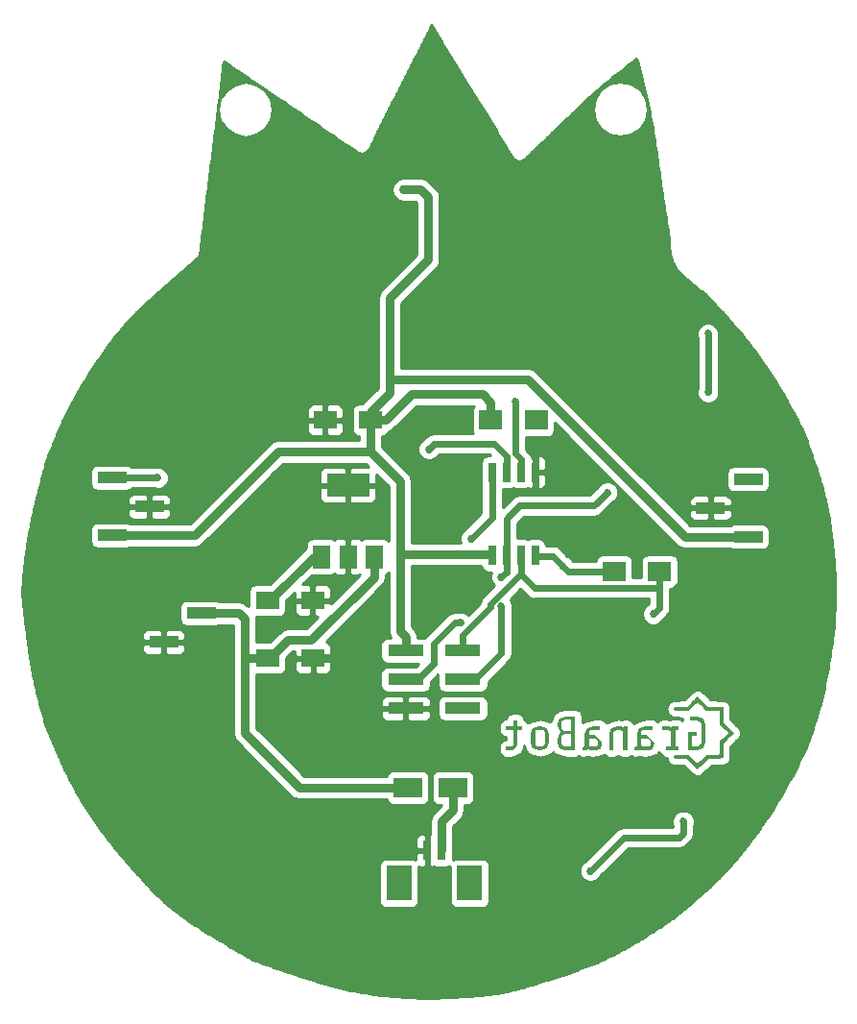
<source format=gbl>
%TF.GenerationSoftware,KiCad,Pcbnew,4.0.7*%
%TF.CreationDate,2018-04-25T10:22:33+02:00*%
%TF.ProjectId,001,3030312E6B696361645F706362000000,rev?*%
%TF.FileFunction,Copper,L2,Bot,Signal*%
%FSLAX46Y46*%
G04 Gerber Fmt 4.6, Leading zero omitted, Abs format (unit mm)*
G04 Created by KiCad (PCBNEW 4.0.7) date 04/25/18 10:22:33*
%MOMM*%
%LPD*%
G01*
G04 APERTURE LIST*
%ADD10C,0.100000*%
%ADD11R,2.200000X3.100000*%
%ADD12R,0.800000X1.700000*%
%ADD13R,3.150000X1.000000*%
%ADD14R,2.510000X1.000000*%
%ADD15R,1.500000X2.000000*%
%ADD16R,3.800000X2.000000*%
%ADD17R,2.000000X1.600000*%
%ADD18R,2.000000X1.700000*%
%ADD19R,0.650000X1.700000*%
%ADD20R,2.499360X1.800860*%
%ADD21C,0.685800*%
%ADD22C,0.609600*%
%ADD23C,0.800000*%
%ADD24C,0.254000*%
G04 APERTURE END LIST*
D10*
G36*
X160241423Y-119836437D02*
X160357553Y-119720693D01*
X160473828Y-119604800D01*
X160590210Y-119488800D01*
X160706383Y-119373013D01*
X160869671Y-119373013D01*
X161033166Y-119373013D01*
X161196810Y-119373013D01*
X161360159Y-119373013D01*
X161527247Y-119363413D01*
X161694545Y-119353813D01*
X161861996Y-119344213D01*
X162029146Y-119334613D01*
X162032986Y-119167125D01*
X162036826Y-118999424D01*
X162040666Y-118831563D01*
X162044506Y-118664011D01*
X162044506Y-118453909D01*
X162044506Y-118244384D01*
X162044506Y-118033056D01*
X162160223Y-117917461D01*
X162276086Y-117801728D01*
X162392057Y-117685888D01*
X162507817Y-117570251D01*
X162623534Y-117454656D01*
X162739397Y-117338923D01*
X162855367Y-117223083D01*
X162971127Y-117107445D01*
X162855410Y-116991147D01*
X162739547Y-116874699D01*
X162623577Y-116758144D01*
X162507817Y-116641803D01*
X162392099Y-116525504D01*
X162276236Y-116409045D01*
X162160266Y-116292491D01*
X162044506Y-116176149D01*
X162044506Y-115965408D01*
X162044506Y-115755232D01*
X162044506Y-115543253D01*
X162037999Y-115373067D01*
X162031492Y-115202677D01*
X162024986Y-115032117D01*
X162018479Y-114861877D01*
X161848297Y-114849824D01*
X161677901Y-114837771D01*
X161507348Y-114825611D01*
X161337104Y-114813557D01*
X161173402Y-114813557D01*
X161009492Y-114813557D01*
X160845435Y-114813557D01*
X160681671Y-114813557D01*
X160565370Y-114697835D01*
X160448922Y-114581973D01*
X160332367Y-114466005D01*
X160216022Y-114350240D01*
X160099721Y-114234528D01*
X159983273Y-114118656D01*
X159866719Y-114002688D01*
X159750374Y-113886933D01*
X159634783Y-114002645D01*
X159519047Y-114118517D01*
X159403204Y-114234485D01*
X159287571Y-114350240D01*
X159171980Y-114465963D01*
X159056244Y-114581824D01*
X158940401Y-114697792D01*
X158824768Y-114813557D01*
X158635140Y-114813557D01*
X158446031Y-114813557D01*
X158255290Y-114813557D01*
X158072277Y-114821024D01*
X157889766Y-114828491D01*
X157705679Y-114835957D01*
X157633924Y-114998773D01*
X157703930Y-115148032D01*
X157904834Y-115153365D01*
X158105189Y-115158699D01*
X158307274Y-115164032D01*
X158467853Y-115164032D01*
X158628635Y-115164032D01*
X158789563Y-115164032D01*
X158950202Y-115164032D01*
X159071089Y-115042496D01*
X159191645Y-114921291D01*
X159313242Y-114799040D01*
X159449837Y-114668811D01*
X159586058Y-114538944D01*
X159723455Y-114407957D01*
X159869484Y-114529355D01*
X160015111Y-114650411D01*
X160161998Y-114772523D01*
X160292319Y-114902603D01*
X160422283Y-115032331D01*
X160553369Y-115163179D01*
X160741119Y-115165312D01*
X160928356Y-115167445D01*
X161117210Y-115169579D01*
X161304961Y-115171712D01*
X161492198Y-115173845D01*
X161681052Y-115175979D01*
X161683292Y-115363733D01*
X161685532Y-115550965D01*
X161687772Y-115739819D01*
X161690012Y-115927573D01*
X161692252Y-116114805D01*
X161694492Y-116303659D01*
X161825677Y-116435083D01*
X161956501Y-116566155D01*
X162088457Y-116698347D01*
X162219642Y-116829771D01*
X162350466Y-116960832D01*
X162482421Y-117093024D01*
X162353182Y-117222453D01*
X162224295Y-117351520D01*
X162094297Y-117481707D01*
X161965056Y-117611125D01*
X161836170Y-117740192D01*
X161706171Y-117870379D01*
X161702011Y-118060128D01*
X161697851Y-118249365D01*
X161693691Y-118440235D01*
X161689531Y-118629995D01*
X161685371Y-118819232D01*
X161681211Y-119010101D01*
X161491455Y-119014368D01*
X161302220Y-119018635D01*
X161111350Y-119022901D01*
X160921595Y-119027168D01*
X160732359Y-119031435D01*
X160541489Y-119035701D01*
X160414055Y-119162955D01*
X160286972Y-119289856D01*
X160158790Y-119417856D01*
X160023438Y-119545109D01*
X159888455Y-119672021D01*
X159752308Y-119800021D01*
X159614133Y-119670677D01*
X159476337Y-119541696D01*
X159337350Y-119411595D01*
X159207095Y-119282251D01*
X159077197Y-119153269D01*
X158946176Y-119023168D01*
X158736359Y-119023168D01*
X158527119Y-119023168D01*
X158316070Y-119023168D01*
X158114460Y-119029568D01*
X157913403Y-119035968D01*
X157710608Y-119042368D01*
X157634085Y-119205995D01*
X157697776Y-119354837D01*
X157875725Y-119361237D01*
X158053187Y-119367637D01*
X158232181Y-119374037D01*
X158421211Y-119374037D01*
X158609722Y-119374037D01*
X158799860Y-119374037D01*
X158915524Y-119489824D01*
X159031333Y-119605771D01*
X159147249Y-119721813D01*
X159262956Y-119837643D01*
X159384942Y-119953387D01*
X159507082Y-120069280D01*
X159629333Y-120185280D01*
X159751364Y-120301067D01*
X159873817Y-120185280D01*
X159996422Y-120069333D01*
X160119141Y-119953291D01*
X160241638Y-119837461D01*
X160241587Y-119838037D01*
X160241423Y-119836437D01*
X160241423Y-119836437D01*
G37*
G36*
X159671411Y-118637163D02*
X160244785Y-118457451D01*
X160441615Y-117909749D01*
X160441615Y-116369344D01*
X160244785Y-115825920D01*
X159671411Y-115641931D01*
X159068085Y-115641931D01*
X159068085Y-115967125D01*
X159714201Y-115967125D01*
X159970935Y-116061312D01*
X160069346Y-116288096D01*
X160069346Y-117991104D01*
X159970935Y-118217877D01*
X159714201Y-118312064D01*
X159294867Y-118312064D01*
X159294867Y-117383541D01*
X159667133Y-117383541D01*
X159667133Y-117062613D01*
X158939718Y-117062613D01*
X158939718Y-118637259D01*
X159671411Y-118637259D01*
X159671411Y-118637163D01*
X159671411Y-118637163D01*
G37*
G36*
X157796982Y-118316245D02*
X157796982Y-116818624D01*
X158109343Y-116818624D01*
X158109343Y-116497707D01*
X157454670Y-116497707D01*
X157454670Y-116613237D01*
X157112357Y-116497707D01*
X156671630Y-116497707D01*
X156671630Y-116840021D01*
X157155147Y-116840021D01*
X157360534Y-116929835D01*
X157433270Y-117105269D01*
X157433270Y-118316203D01*
X156966869Y-118316203D01*
X156966869Y-118637120D01*
X158109338Y-118637120D01*
X158109338Y-118316203D01*
X157796977Y-118316203D01*
X157796982Y-118316245D01*
X157796982Y-118316245D01*
G37*
G36*
X154446331Y-118637163D02*
X154985471Y-118316288D01*
X154822873Y-118256341D01*
X154788643Y-118102293D01*
X154788643Y-117631616D01*
X155323507Y-117631616D01*
X155507500Y-117704363D01*
X155580236Y-117888352D01*
X155580236Y-118102293D01*
X155528886Y-118264896D01*
X155366288Y-118316203D01*
X154985465Y-118316203D01*
X154985471Y-118316288D01*
X154446331Y-118637163D01*
X154570419Y-118602923D01*
X154681670Y-118508736D01*
X154942684Y-118637109D01*
X155323507Y-118637109D01*
X155798466Y-118508736D01*
X155943949Y-118059456D01*
X155943949Y-117973909D01*
X155319228Y-117310677D01*
X154788643Y-117310677D01*
X154788643Y-117096736D01*
X154869945Y-116891349D01*
X155109564Y-116818603D01*
X155772795Y-116818603D01*
X155772795Y-116497685D01*
X155152353Y-116497685D01*
X154604653Y-116660288D01*
X154424939Y-117182315D01*
X154424939Y-118209248D01*
X154377867Y-118307701D01*
X154210989Y-118337675D01*
X154210989Y-118637205D01*
X154446329Y-118637205D01*
X154446331Y-118637163D01*
X154446331Y-118637163D01*
G37*
G36*
X153209459Y-116497707D02*
X153209459Y-116600427D01*
X152867147Y-116497707D01*
X152670317Y-116497707D01*
X152156848Y-116660309D01*
X151985692Y-117182336D01*
X151985692Y-118637163D01*
X152349399Y-118637163D01*
X152349399Y-117096757D01*
X152426423Y-116895648D01*
X152627532Y-116818635D01*
X152909940Y-116818635D01*
X153119606Y-116895648D01*
X153188065Y-117053963D01*
X153188065Y-118637163D01*
X153551772Y-118637163D01*
X153551772Y-116497707D01*
X153209459Y-116497707D01*
X153209459Y-116497707D01*
G37*
G36*
X149833134Y-118637163D02*
X150372274Y-118316288D01*
X150209676Y-118256341D01*
X150175446Y-118102293D01*
X150175446Y-117631616D01*
X150710310Y-117631616D01*
X150894303Y-117704363D01*
X150967050Y-117888352D01*
X150967050Y-118102293D01*
X150915700Y-118264896D01*
X150753102Y-118316203D01*
X150372278Y-118316203D01*
X150372274Y-118316288D01*
X149833134Y-118637163D01*
X149957222Y-118602923D01*
X150068474Y-118508736D01*
X150329487Y-118637109D01*
X150710310Y-118637109D01*
X151185269Y-118508736D01*
X151330752Y-118059456D01*
X151330752Y-117973909D01*
X150706031Y-117310677D01*
X150175446Y-117310677D01*
X150175446Y-117096736D01*
X150256748Y-116891349D01*
X150496367Y-116818603D01*
X151159598Y-116818603D01*
X151159598Y-116497685D01*
X150539156Y-116497685D01*
X149991456Y-116660288D01*
X149811742Y-117182315D01*
X149811742Y-118209248D01*
X149764670Y-118307701D01*
X149597792Y-118337675D01*
X149597792Y-118637205D01*
X149833132Y-118637205D01*
X149833134Y-118637163D01*
X149833134Y-118637163D01*
G37*
G36*
X147363938Y-117961088D02*
X148091357Y-116908469D01*
X147868853Y-116822923D01*
X147778997Y-116596139D01*
X147778997Y-116270944D01*
X147778992Y-116270923D01*
X147856016Y-116035584D01*
X148091357Y-115962837D01*
X148574873Y-115962837D01*
X148574873Y-116908469D01*
X148091357Y-116908469D01*
X147363938Y-117961088D01*
X147736203Y-117537504D01*
X147821781Y-117314997D01*
X148048563Y-117229451D01*
X148574868Y-117229451D01*
X148574868Y-118316299D01*
X148052842Y-118316299D01*
X147813223Y-118243552D01*
X147736199Y-118003936D01*
X147736199Y-117537536D01*
X147736203Y-117537504D01*
X147363938Y-117961088D01*
X147535094Y-118483115D01*
X148091353Y-118637163D01*
X148947134Y-118637163D01*
X148947134Y-115641931D01*
X148142699Y-115641931D01*
X147586441Y-115795968D01*
X147406726Y-116309440D01*
X147406726Y-116553333D01*
X147642067Y-117049685D01*
X147363938Y-117575989D01*
X147363938Y-117961088D01*
X147363938Y-117961088D01*
G37*
G36*
X145053060Y-117952533D02*
X145416767Y-117096757D01*
X145498068Y-116891371D01*
X145737687Y-116818624D01*
X145964469Y-116818624D01*
X146204089Y-116891371D01*
X146285390Y-117096757D01*
X146285390Y-118038112D01*
X146204089Y-118243499D01*
X145964469Y-118316245D01*
X145737687Y-118316245D01*
X145498068Y-118243499D01*
X145416767Y-118038112D01*
X145416767Y-117096757D01*
X145053060Y-117952533D01*
X145232774Y-118474560D01*
X145780475Y-118637163D01*
X145921678Y-118637163D01*
X146473658Y-118474560D01*
X146649092Y-117952533D01*
X146649092Y-117182336D01*
X146473658Y-116660309D01*
X145921678Y-116497707D01*
X145780475Y-116497707D01*
X145232774Y-116660309D01*
X145053060Y-117182336D01*
X145053060Y-117952533D01*
X145053060Y-117952533D01*
G37*
G36*
X143384018Y-118637163D02*
X143717773Y-118495957D01*
X143833303Y-118123691D01*
X143833303Y-116818624D01*
X144239799Y-116818624D01*
X144239799Y-116497707D01*
X143833303Y-116497707D01*
X143833303Y-115984235D01*
X143469597Y-115984235D01*
X143469597Y-116497707D01*
X142844876Y-116497707D01*
X142844876Y-116818624D01*
X143469597Y-116818624D01*
X143469597Y-118145088D01*
X143422525Y-118277728D01*
X143277042Y-118316235D01*
X142844873Y-118316235D01*
X142844873Y-118637152D01*
X143384015Y-118637152D01*
X143384018Y-118637163D01*
X143384018Y-118637163D01*
G37*
D11*
X133400000Y-130355000D03*
X139650000Y-130355000D03*
D12*
X135900000Y-127455000D03*
X137150000Y-127455000D03*
D13*
X134000000Y-114935000D03*
X139050000Y-114935000D03*
X134000000Y-112395000D03*
X139050000Y-112395000D03*
X134000000Y-109855000D03*
X139050000Y-109855000D03*
D14*
X115959000Y-106553000D03*
X112649000Y-109093000D03*
D15*
X131205000Y-101575000D03*
X126605000Y-101575000D03*
X128905000Y-101575000D03*
D16*
X128905000Y-95275000D03*
D14*
X111387000Y-97155000D03*
X108077000Y-94615000D03*
X108077000Y-99695000D03*
X164211000Y-94742000D03*
X164211000Y-99822000D03*
X160901000Y-97282000D03*
D17*
X125825000Y-110515400D03*
X121825000Y-110515400D03*
X125799600Y-105435400D03*
X121799600Y-105435400D03*
X126905000Y-89535000D03*
X130905000Y-89535000D03*
D18*
X145510000Y-89535000D03*
X141510000Y-89535000D03*
X156400000Y-102870000D03*
X152400000Y-102870000D03*
D19*
X141605000Y-94140000D03*
X142875000Y-94140000D03*
X144145000Y-94140000D03*
X145415000Y-94140000D03*
X145415000Y-101440000D03*
X144145000Y-101440000D03*
X142875000Y-101440000D03*
X141605000Y-101440000D03*
D20*
X134178040Y-121920000D03*
X138176000Y-121920000D03*
D21*
X137769600Y-94665800D03*
X145338800Y-92837000D03*
X135102600Y-105816400D03*
X130911600Y-107315000D03*
X160901000Y-97282000D03*
X133903574Y-109852085D03*
X121799600Y-105435400D03*
X133807200Y-69215000D03*
X155840170Y-106617419D03*
X145476411Y-89483946D03*
X112115600Y-94615000D03*
X136042400Y-92100400D03*
X143678809Y-87910466D03*
X138890179Y-114961891D03*
X139750800Y-99974400D03*
X138834440Y-107382073D03*
X147822681Y-102355167D03*
X142443200Y-105928376D03*
X142434663Y-103381533D03*
X164211000Y-94742000D03*
X151790400Y-95910400D03*
X158496000Y-124917200D03*
X150291800Y-129260600D03*
X160655000Y-81915000D03*
X160680400Y-87071200D03*
D22*
X145415000Y-95725000D02*
X145415000Y-92913200D01*
X145415000Y-92913200D02*
X145338800Y-92837000D01*
X145415000Y-95725000D02*
X145415000Y-94340400D01*
D23*
X127711200Y-110515400D02*
X130911600Y-107315000D01*
X125825000Y-110515400D02*
X127711200Y-110515400D01*
X128905000Y-101575000D02*
X128905000Y-102330000D01*
X140081000Y-101379000D02*
X141290000Y-101379000D01*
X121799600Y-105435400D02*
X121999600Y-105435400D01*
X125860000Y-101575000D02*
X126605000Y-101575000D01*
X121999600Y-105435400D02*
X125860000Y-101575000D01*
X133502400Y-101523800D02*
X133502400Y-108141661D01*
X133502400Y-108141661D02*
X134000000Y-108639261D01*
X134000000Y-108639261D02*
X134000000Y-109855000D01*
X130905000Y-89535000D02*
X130905000Y-88799508D01*
X130905000Y-88799508D02*
X132588000Y-87116508D01*
X132588000Y-87116508D02*
X132588000Y-86252000D01*
X141510000Y-89535000D02*
X141510000Y-87958787D01*
X141510000Y-87958787D02*
X140799768Y-87248555D01*
X140799768Y-87248555D02*
X134515520Y-87248555D01*
X134515520Y-87248555D02*
X132229075Y-89535000D01*
X132229075Y-89535000D02*
X130905000Y-89535000D01*
X164211000Y-99822000D02*
X158656276Y-99822000D01*
X158656276Y-99822000D02*
X144819664Y-85985388D01*
X144819664Y-85985388D02*
X132854612Y-85985388D01*
X132854612Y-85985388D02*
X132588000Y-86252000D01*
X108077000Y-99695000D02*
X115366800Y-99695000D01*
X115366800Y-99695000D02*
X122739400Y-92322400D01*
X122739400Y-92322400D02*
X130905000Y-92322400D01*
X133502400Y-101523800D02*
X133502400Y-94919800D01*
X140462000Y-101379000D02*
X140081000Y-101379000D01*
X140081000Y-101379000D02*
X133647200Y-101379000D01*
X133647200Y-101379000D02*
X133502400Y-101523800D01*
X135991600Y-69900800D02*
X135305800Y-69215000D01*
X135305800Y-69215000D02*
X133807200Y-69215000D01*
X135991600Y-75387200D02*
X135991600Y-69900800D01*
X132588000Y-78790800D02*
X135991600Y-75387200D01*
X132588000Y-86252000D02*
X132588000Y-78790800D01*
X133502400Y-94919800D02*
X130905000Y-92322400D01*
X130905000Y-92322400D02*
X130905000Y-89535000D01*
X126605000Y-101575000D02*
X126605000Y-101325000D01*
D22*
X141487200Y-106054200D02*
X141487200Y-105724497D01*
X144145000Y-103066697D02*
X144145000Y-102509600D01*
X141643099Y-105568598D02*
X144145000Y-103066697D01*
X144145000Y-102509600D02*
X144145000Y-101125000D01*
X141487200Y-105724497D02*
X141643099Y-105568598D01*
X139050000Y-109855000D02*
X139050000Y-108491400D01*
X139050000Y-108491400D02*
X141487200Y-106054200D01*
X141487200Y-106054200D02*
X141516099Y-106025301D01*
X156400000Y-102870000D02*
X156400000Y-104329600D01*
X145378858Y-104357858D02*
X144145000Y-103124000D01*
X144145000Y-103124000D02*
X144145000Y-101125000D01*
X156400000Y-106057589D02*
X156183069Y-106274520D01*
X156400000Y-102870000D02*
X156400000Y-106057589D01*
X156183069Y-106274520D02*
X155840170Y-106617419D01*
X145361547Y-104351289D02*
X156360390Y-104351289D01*
D23*
X124612400Y-121920000D02*
X133985000Y-121920000D01*
X124612400Y-121920000D02*
X119786096Y-117093696D01*
X119786096Y-117093696D02*
X119786096Y-110376167D01*
X119786096Y-110376167D02*
X119856535Y-110305728D01*
X122025000Y-110515400D02*
X121825000Y-110515400D01*
X131205000Y-101575000D02*
X131205000Y-103375000D01*
X131205000Y-103375000D02*
X125664600Y-108915400D01*
X125664600Y-108915400D02*
X123625000Y-108915400D01*
X123625000Y-108915400D02*
X122025000Y-110515400D01*
X119786400Y-107061000D02*
X119278400Y-106553000D01*
X119278400Y-106553000D02*
X118014000Y-106553000D01*
X119786400Y-110276800D02*
X119786400Y-107061000D01*
X121825000Y-110515400D02*
X120025000Y-110515400D01*
X120025000Y-110515400D02*
X119786400Y-110276800D01*
X115959000Y-106553000D02*
X118014000Y-106553000D01*
X137150000Y-124927200D02*
X138175000Y-123902200D01*
X138175000Y-123902200D02*
X138175000Y-121920000D01*
X137150000Y-127455000D02*
X137150000Y-124927200D01*
D22*
X142875000Y-94140000D02*
X142875000Y-92703507D01*
X142875000Y-93091000D02*
X142875000Y-92703507D01*
X142875000Y-92703507D02*
X141792944Y-91621451D01*
X136521349Y-91621451D02*
X136042400Y-92100400D01*
X141792944Y-91621451D02*
X136521349Y-91621451D01*
X112115600Y-94615000D02*
X108077000Y-94615000D01*
X144145000Y-94140000D02*
X144145000Y-92943400D01*
X144145000Y-92943400D02*
X143678809Y-92477209D01*
X143678809Y-92477209D02*
X143678809Y-88395399D01*
X143678809Y-88395399D02*
X143678809Y-87910466D01*
X141605000Y-95885000D02*
X141605000Y-94140000D01*
X138917070Y-114935000D02*
X138890179Y-114961891D01*
X139050000Y-114935000D02*
X138917070Y-114935000D01*
X141605000Y-95885000D02*
X141605000Y-98120200D01*
X141605000Y-98120200D02*
X139750800Y-99974400D01*
X146050000Y-101506000D02*
X145481000Y-101506000D01*
X145481000Y-101506000D02*
X145415000Y-101440000D01*
X138349507Y-107382073D02*
X138834440Y-107382073D01*
X134000000Y-112395000D02*
X135075000Y-112395000D01*
X135075000Y-112395000D02*
X136474200Y-110995800D01*
X136474200Y-109257380D02*
X138349507Y-107382073D01*
X136474200Y-110995800D02*
X136474200Y-109257380D01*
X147479782Y-102012268D02*
X147822681Y-102355167D01*
X145796000Y-101506000D02*
X146050000Y-101506000D01*
X146050000Y-101506000D02*
X146973514Y-101506000D01*
X152400000Y-102870000D02*
X148337514Y-102870000D01*
X146973514Y-101506000D02*
X147479782Y-102012268D01*
X148165580Y-102698066D02*
X147822681Y-102355167D01*
X148337514Y-102870000D02*
X148165580Y-102698066D01*
X142443200Y-106413309D02*
X142443200Y-105928376D01*
X142443200Y-110076800D02*
X142443200Y-106413309D01*
X140125000Y-112395000D02*
X142443200Y-110076800D01*
X139050000Y-112395000D02*
X140125000Y-112395000D01*
X142875000Y-102941196D02*
X142777562Y-103038634D01*
X142875000Y-101125000D02*
X142875000Y-102941196D01*
X142777562Y-103038634D02*
X142434663Y-103381533D01*
X144043400Y-97078800D02*
X150622000Y-97078800D01*
X150622000Y-97078800D02*
X151790400Y-95910400D01*
X142875000Y-98247200D02*
X144043400Y-97078800D01*
X142875000Y-99740400D02*
X142875000Y-98247200D01*
X142875000Y-101125000D02*
X142875000Y-99740400D01*
X158115000Y-126314200D02*
X158496000Y-125933200D01*
X158496000Y-125933200D02*
X158496000Y-124917200D01*
X153238200Y-126314200D02*
X158115000Y-126314200D01*
X150291800Y-129260600D02*
X153238200Y-126314200D01*
X160680400Y-87071200D02*
X160680400Y-81940400D01*
X160680400Y-81940400D02*
X160655000Y-81915000D01*
D24*
G36*
X136286294Y-54779140D02*
X136286295Y-54779141D01*
X136452680Y-55049515D01*
X136951835Y-55860643D01*
X137118219Y-56131017D01*
X137118220Y-56131020D01*
X137284605Y-56401395D01*
X137284606Y-56401396D01*
X137450991Y-56671770D01*
X138282916Y-58023650D01*
X138282917Y-58023653D01*
X138449302Y-58294024D01*
X138449302Y-58294025D01*
X139447612Y-59916281D01*
X139447613Y-59916284D01*
X139613998Y-60186655D01*
X139613998Y-60186656D01*
X140445923Y-61538536D01*
X140612307Y-61808910D01*
X140612308Y-61808913D01*
X140778693Y-62079288D01*
X140778695Y-62079290D01*
X140945078Y-62349663D01*
X140945079Y-62349665D01*
X141111464Y-62620039D01*
X141610619Y-63431167D01*
X141777003Y-63701541D01*
X141777004Y-63701544D01*
X141943389Y-63971919D01*
X141943391Y-63971921D01*
X142109774Y-64242294D01*
X142276159Y-64512670D01*
X142276160Y-64512672D01*
X142442545Y-64783046D01*
X142608930Y-65053422D01*
X142775314Y-65323796D01*
X142775315Y-65323799D01*
X142941700Y-65594174D01*
X142941702Y-65594176D01*
X143108085Y-65864549D01*
X143108086Y-65864551D01*
X143274471Y-66134925D01*
X143440856Y-66405301D01*
X143489544Y-66457773D01*
X143527799Y-66518280D01*
X143579565Y-66554793D01*
X143622650Y-66601226D01*
X143687714Y-66631073D01*
X143746210Y-66672332D01*
X143808004Y-66686254D01*
X143865582Y-66712667D01*
X143937117Y-66715343D01*
X144006948Y-66731076D01*
X144069366Y-66720291D01*
X144132668Y-66722659D01*
X144199783Y-66697756D01*
X144270319Y-66685568D01*
X144323859Y-66651717D01*
X144383248Y-66629681D01*
X144435720Y-66580993D01*
X144496227Y-66542738D01*
X144717395Y-66332466D01*
X144717409Y-66332446D01*
X144717430Y-66332433D01*
X144938585Y-66122143D01*
X144938615Y-66122101D01*
X144938657Y-66122074D01*
X145159786Y-65911749D01*
X145159831Y-65911686D01*
X145159895Y-65911645D01*
X145380983Y-65701266D01*
X145381041Y-65701184D01*
X145381126Y-65701130D01*
X145602162Y-65490679D01*
X145602234Y-65490576D01*
X145602342Y-65490508D01*
X145823311Y-65279968D01*
X145823400Y-65279842D01*
X145823527Y-65279761D01*
X146044417Y-65069113D01*
X146044518Y-65068969D01*
X146044666Y-65068875D01*
X146265463Y-64858102D01*
X146265580Y-64857935D01*
X146265752Y-64857826D01*
X146486442Y-64646909D01*
X146486572Y-64646724D01*
X146486763Y-64646602D01*
X146707334Y-64435525D01*
X146707479Y-64435318D01*
X146707694Y-64435181D01*
X146928131Y-64223924D01*
X146928290Y-64223697D01*
X146928526Y-64223546D01*
X147148817Y-64012092D01*
X147148990Y-64011844D01*
X147149245Y-64011681D01*
X147369378Y-63800013D01*
X147369566Y-63799743D01*
X147369845Y-63799564D01*
X147589805Y-63587662D01*
X147590007Y-63587372D01*
X147590304Y-63587181D01*
X147810077Y-63375029D01*
X147810292Y-63374719D01*
X147810610Y-63374514D01*
X148030186Y-63162094D01*
X148030360Y-63161843D01*
X148030617Y-63161677D01*
X148250035Y-62949038D01*
X148250082Y-62948970D01*
X148250153Y-62948924D01*
X148469321Y-62736424D01*
X148469323Y-62736423D01*
X148688807Y-62523805D01*
X148907502Y-62312428D01*
X149098583Y-62128400D01*
X150515101Y-62128400D01*
X150699183Y-63053843D01*
X151223404Y-63838396D01*
X152007957Y-64362617D01*
X152933400Y-64546699D01*
X153858843Y-64362617D01*
X154643396Y-63838396D01*
X155167617Y-63053843D01*
X155351699Y-62128400D01*
X155167617Y-61202957D01*
X154643396Y-60418404D01*
X153858843Y-59894183D01*
X152933400Y-59710101D01*
X152007957Y-59894183D01*
X151223404Y-60418404D01*
X150699183Y-61202957D01*
X150515101Y-62128400D01*
X149098583Y-62128400D01*
X149126740Y-62101283D01*
X149345781Y-61891373D01*
X149565239Y-61682387D01*
X149785188Y-61474537D01*
X150005463Y-61268252D01*
X150226699Y-61063216D01*
X150448650Y-60859931D01*
X150671455Y-60658536D01*
X150895447Y-60459001D01*
X151120484Y-60261712D01*
X151346869Y-60066665D01*
X151574977Y-59873779D01*
X151804958Y-59682895D01*
X152036894Y-59493717D01*
X152270712Y-59306080D01*
X152506367Y-59119790D01*
X152743484Y-58934921D01*
X152982182Y-58751149D01*
X153222385Y-58568311D01*
X153463815Y-58386394D01*
X153706317Y-58205284D01*
X153949852Y-58024787D01*
X154194256Y-57844795D01*
X154376328Y-57711391D01*
X154403055Y-57810285D01*
X154497485Y-58162060D01*
X154591123Y-58514075D01*
X154683630Y-58865839D01*
X154774889Y-59217731D01*
X154864544Y-59569171D01*
X154952588Y-59920959D01*
X155038600Y-60272239D01*
X155122575Y-60623833D01*
X155204210Y-60975341D01*
X155283414Y-61327260D01*
X155359852Y-61679014D01*
X155433423Y-62031050D01*
X155503958Y-62383541D01*
X155571504Y-62736765D01*
X155636379Y-63091199D01*
X155698713Y-63446240D01*
X155758882Y-63802634D01*
X155816998Y-64159612D01*
X155873336Y-64517368D01*
X155928177Y-64876134D01*
X155981737Y-65235719D01*
X156034194Y-65595678D01*
X156085903Y-65956745D01*
X156136979Y-66318009D01*
X156187669Y-66679435D01*
X156238336Y-67041839D01*
X156238364Y-67041919D01*
X156238359Y-67042002D01*
X156289112Y-67404382D01*
X156289218Y-67404686D01*
X156289200Y-67405005D01*
X156340282Y-67767311D01*
X156340461Y-67767823D01*
X156340431Y-67768368D01*
X156392072Y-68130554D01*
X156392272Y-68131123D01*
X156392240Y-68131725D01*
X156444500Y-68493779D01*
X156444688Y-68494311D01*
X156444659Y-68494876D01*
X156497500Y-68856808D01*
X156497675Y-68857301D01*
X156497649Y-68857826D01*
X156551027Y-69219641D01*
X156551190Y-69220096D01*
X156551166Y-69220581D01*
X156605041Y-69582292D01*
X156605191Y-69582710D01*
X156605170Y-69583152D01*
X156659500Y-69944767D01*
X156659637Y-69945147D01*
X156659618Y-69945552D01*
X156714363Y-70307077D01*
X156714486Y-70307418D01*
X156714470Y-70307780D01*
X156769587Y-70669227D01*
X156769697Y-70669531D01*
X156769683Y-70669855D01*
X156825132Y-71031230D01*
X156825228Y-71031495D01*
X156825216Y-71031777D01*
X156880954Y-71393091D01*
X156881037Y-71393320D01*
X156881027Y-71393561D01*
X156937014Y-71754824D01*
X156937083Y-71755014D01*
X156937075Y-71755215D01*
X156993269Y-72116432D01*
X156993324Y-72116582D01*
X156993317Y-72116746D01*
X157049677Y-72477928D01*
X157049719Y-72478042D01*
X157049714Y-72478160D01*
X157106197Y-72839316D01*
X157106225Y-72839393D01*
X157106222Y-72839475D01*
X157162789Y-73200612D01*
X157162803Y-73200649D01*
X157162801Y-73200690D01*
X157212257Y-73516193D01*
X157213905Y-73595234D01*
X157214122Y-73596215D01*
X157213949Y-73597205D01*
X157216917Y-73722276D01*
X157217357Y-73724242D01*
X157217022Y-73726229D01*
X157220704Y-73851015D01*
X157221383Y-73853968D01*
X157220905Y-73856963D01*
X157225656Y-73981322D01*
X157226604Y-73985289D01*
X157226009Y-73989321D01*
X157232188Y-74113108D01*
X157233440Y-74118088D01*
X157232765Y-74123180D01*
X157240727Y-74246254D01*
X157242334Y-74252273D01*
X157241626Y-74258465D01*
X157251729Y-74380683D01*
X157253753Y-74387754D01*
X157253072Y-74395077D01*
X157265673Y-74516296D01*
X157268187Y-74524424D01*
X157267606Y-74532908D01*
X157283059Y-74652986D01*
X157286151Y-74662181D01*
X157285758Y-74671871D01*
X157304423Y-74790665D01*
X157308189Y-74800912D01*
X157308089Y-74811830D01*
X157330321Y-74929197D01*
X157334873Y-74940477D01*
X157335187Y-74952639D01*
X157361345Y-75068436D01*
X157366797Y-75080694D01*
X157367660Y-75094083D01*
X157398097Y-75208167D01*
X157404574Y-75221336D01*
X157406135Y-75235931D01*
X157441211Y-75348162D01*
X157448825Y-75362123D01*
X157451237Y-75377839D01*
X157491307Y-75488072D01*
X157500164Y-75502681D01*
X157503582Y-75519419D01*
X157549003Y-75627511D01*
X157558923Y-75642194D01*
X157563349Y-75659354D01*
X157614325Y-75765208D01*
X157624470Y-75778689D01*
X157629472Y-75794802D01*
X157685741Y-75898458D01*
X157695797Y-75910551D01*
X157701134Y-75925345D01*
X157762345Y-76026869D01*
X157772165Y-76037647D01*
X157777683Y-76051143D01*
X157843483Y-76150599D01*
X157852953Y-76160156D01*
X157858522Y-76172402D01*
X157928562Y-76269859D01*
X157937589Y-76278290D01*
X157943096Y-76289342D01*
X158017021Y-76384862D01*
X158025538Y-76392269D01*
X158030896Y-76402201D01*
X158108357Y-76495852D01*
X158116319Y-76502336D01*
X158121460Y-76511227D01*
X158202107Y-76603075D01*
X158209478Y-76608724D01*
X158214337Y-76616634D01*
X158297815Y-76706744D01*
X158304578Y-76711647D01*
X158309121Y-76718659D01*
X158395081Y-76807096D01*
X158401222Y-76811327D01*
X158405410Y-76817498D01*
X158493500Y-76904330D01*
X158499012Y-76907956D01*
X158502821Y-76913346D01*
X158592691Y-76998638D01*
X158597570Y-77001717D01*
X158600977Y-77006373D01*
X158692271Y-77090191D01*
X158696523Y-77092777D01*
X158699516Y-77096747D01*
X158791887Y-77179156D01*
X158795500Y-77181283D01*
X158798065Y-77184602D01*
X158891160Y-77265668D01*
X158894230Y-77267426D01*
X158896421Y-77270202D01*
X158989951Y-77349994D01*
X158992802Y-77351589D01*
X158994851Y-77354135D01*
X159088745Y-77432730D01*
X159091439Y-77434204D01*
X159093384Y-77436578D01*
X159187616Y-77514057D01*
X159190150Y-77515414D01*
X159191988Y-77517621D01*
X159286536Y-77594063D01*
X159288899Y-77595304D01*
X159290626Y-77597345D01*
X159385466Y-77672829D01*
X159387651Y-77673955D01*
X159389253Y-77675822D01*
X159484358Y-77750429D01*
X159486365Y-77751446D01*
X159487840Y-77753142D01*
X159583188Y-77826952D01*
X159585010Y-77827860D01*
X159586356Y-77829390D01*
X159681922Y-77902481D01*
X159683552Y-77903282D01*
X159684758Y-77904638D01*
X159780518Y-77977091D01*
X159781950Y-77977785D01*
X159783014Y-77978971D01*
X159878943Y-78050866D01*
X159880180Y-78051459D01*
X159881099Y-78052475D01*
X159977174Y-78123892D01*
X159978211Y-78124384D01*
X159978984Y-78125233D01*
X160075180Y-78196249D01*
X160076010Y-78196639D01*
X160076630Y-78197317D01*
X160172924Y-78268016D01*
X160173547Y-78268307D01*
X160174014Y-78268815D01*
X160270379Y-78339274D01*
X160270801Y-78339470D01*
X160271115Y-78339811D01*
X160367529Y-78410110D01*
X160367736Y-78410206D01*
X160367889Y-78410372D01*
X160413012Y-78443228D01*
X160593374Y-78634275D01*
X160817173Y-78871603D01*
X161040056Y-79108499D01*
X161262835Y-79346096D01*
X161484310Y-79583383D01*
X161704923Y-79821099D01*
X161924365Y-80059178D01*
X162142714Y-80297973D01*
X162359628Y-80537381D01*
X162575041Y-80777595D01*
X162788807Y-81018727D01*
X163000733Y-81260821D01*
X163210719Y-81504033D01*
X163418705Y-81748571D01*
X163624483Y-81994460D01*
X163827994Y-82241904D01*
X164029278Y-82491115D01*
X164228376Y-82742135D01*
X164425348Y-82995016D01*
X164620147Y-83249677D01*
X164812764Y-83506081D01*
X165003201Y-83764215D01*
X165191361Y-84023919D01*
X165377309Y-84285263D01*
X165561131Y-84548343D01*
X165742633Y-84812868D01*
X165921974Y-85079043D01*
X166099015Y-85346645D01*
X166273763Y-85615658D01*
X166446277Y-85886155D01*
X166616586Y-86158164D01*
X166784543Y-86431417D01*
X166950542Y-86706352D01*
X167114616Y-86982707D01*
X167276958Y-87260484D01*
X167437754Y-87539674D01*
X167597043Y-87820011D01*
X167755110Y-88101659D01*
X167911994Y-88384347D01*
X168067917Y-88668130D01*
X168222824Y-88952555D01*
X168377000Y-89237792D01*
X168530854Y-89524239D01*
X168684097Y-89811006D01*
X168836922Y-90098084D01*
X168990051Y-90386469D01*
X168990053Y-90386471D01*
X169118340Y-90628381D01*
X169172644Y-90784330D01*
X169172644Y-90784331D01*
X169244097Y-90989626D01*
X169244097Y-90989627D01*
X169315558Y-91195141D01*
X169386696Y-91400021D01*
X169457783Y-91605145D01*
X169457783Y-91605146D01*
X169528692Y-91810246D01*
X169599389Y-92015323D01*
X169669849Y-92220406D01*
X169740280Y-92426195D01*
X169809935Y-92630606D01*
X169879771Y-92836547D01*
X169948869Y-93041410D01*
X170017829Y-93247069D01*
X170086222Y-93452342D01*
X170154179Y-93657726D01*
X170221632Y-93863110D01*
X170288575Y-94068685D01*
X170354801Y-94274198D01*
X170420059Y-94479257D01*
X170484352Y-94684278D01*
X170547599Y-94889403D01*
X170609551Y-95094231D01*
X170670217Y-95299206D01*
X170729372Y-95503988D01*
X170786961Y-95708808D01*
X170842808Y-95913473D01*
X170896894Y-96118357D01*
X170948979Y-96323011D01*
X170999062Y-96527893D01*
X171046972Y-96732808D01*
X171092578Y-96937675D01*
X171135880Y-97142985D01*
X171176998Y-97349081D01*
X171216098Y-97556080D01*
X171253338Y-97764035D01*
X171288840Y-97972799D01*
X171322765Y-98182458D01*
X171355232Y-98392820D01*
X171386426Y-98604118D01*
X171416451Y-98816033D01*
X171445454Y-99028509D01*
X171473648Y-99242018D01*
X171501134Y-99456157D01*
X171528048Y-99670767D01*
X171554539Y-99885797D01*
X171580785Y-100101415D01*
X171606324Y-100312505D01*
X171623185Y-100473552D01*
X171640524Y-100639816D01*
X171640524Y-100639817D01*
X171657785Y-100806645D01*
X171674684Y-100971952D01*
X171691365Y-101137793D01*
X171707652Y-101303094D01*
X171723503Y-101468108D01*
X171738863Y-101632943D01*
X171753676Y-101797726D01*
X171767816Y-101961773D01*
X171781300Y-102126010D01*
X171794022Y-102290000D01*
X171805913Y-102453649D01*
X171816930Y-102617272D01*
X171826972Y-102780306D01*
X171836028Y-102943555D01*
X171844051Y-103106755D01*
X171851066Y-103269863D01*
X171857126Y-103433623D01*
X171862218Y-103596956D01*
X171866400Y-103761032D01*
X171869671Y-103924715D01*
X171872072Y-104088849D01*
X171873623Y-104253248D01*
X171874344Y-104417297D01*
X171874265Y-104581775D01*
X171873406Y-104746491D01*
X171871799Y-104910971D01*
X171869464Y-105075628D01*
X171866425Y-105240520D01*
X171862707Y-105405475D01*
X171858345Y-105570263D01*
X171853351Y-105735618D01*
X171847787Y-105900815D01*
X171841668Y-106066524D01*
X171835072Y-106231824D01*
X171827997Y-106397726D01*
X171820538Y-106563017D01*
X171812650Y-106729507D01*
X171804445Y-106895706D01*
X171795942Y-107062074D01*
X171787217Y-107227942D01*
X171778239Y-107394658D01*
X171769086Y-107561536D01*
X171759799Y-107728580D01*
X171750421Y-107895781D01*
X171742631Y-108034026D01*
X171694117Y-108374820D01*
X171641438Y-108743005D01*
X171641438Y-108743006D01*
X171588123Y-109111915D01*
X171534198Y-109479549D01*
X171479290Y-109846645D01*
X171423177Y-110212962D01*
X171365579Y-110578601D01*
X171306294Y-110943206D01*
X171244988Y-111307238D01*
X171181458Y-111670349D01*
X171115475Y-112032387D01*
X171046751Y-112393524D01*
X170975034Y-112753725D01*
X170900141Y-113112630D01*
X170821727Y-113470670D01*
X170739618Y-113827478D01*
X170653551Y-114183372D01*
X170563449Y-114538310D01*
X170469299Y-114892040D01*
X170371006Y-115244631D01*
X170268559Y-115595833D01*
X170161864Y-115945690D01*
X170050899Y-116293997D01*
X169935644Y-116640556D01*
X169815971Y-116985504D01*
X169691900Y-117328529D01*
X169563370Y-117669556D01*
X169430307Y-118008548D01*
X169292720Y-118345257D01*
X169150475Y-118679782D01*
X169003602Y-119011832D01*
X168851862Y-119341772D01*
X168695377Y-119669744D01*
X168534274Y-119996243D01*
X168368908Y-120321279D01*
X168199538Y-120645070D01*
X168026459Y-120967770D01*
X167849964Y-121289531D01*
X167670377Y-121610454D01*
X167487947Y-121930781D01*
X167303077Y-122250488D01*
X167115905Y-122570011D01*
X166926993Y-122889066D01*
X166736455Y-123208133D01*
X166544512Y-123527513D01*
X166351903Y-123846644D01*
X166168957Y-124149125D01*
X166023481Y-124359888D01*
X166023480Y-124359890D01*
X165866890Y-124586449D01*
X165709718Y-124813237D01*
X165552524Y-125039143D01*
X165395016Y-125264281D01*
X165237228Y-125488310D01*
X165078773Y-125711480D01*
X164919456Y-125933774D01*
X164759556Y-126154510D01*
X164598502Y-126374194D01*
X164436460Y-126592316D01*
X164273043Y-126809114D01*
X164108351Y-127024182D01*
X163942197Y-127237494D01*
X163774356Y-127449074D01*
X163604731Y-127658781D01*
X163432999Y-127866870D01*
X163259319Y-128073190D01*
X163083414Y-128278119D01*
X162905544Y-128481392D01*
X162725643Y-128683139D01*
X162543877Y-128883213D01*
X162360115Y-129081808D01*
X162174557Y-129278748D01*
X161987194Y-129474086D01*
X161798058Y-129667834D01*
X161607154Y-129860025D01*
X161414585Y-130050598D01*
X161220453Y-130239491D01*
X161024641Y-130426859D01*
X160827298Y-130612597D01*
X160628397Y-130796777D01*
X160427864Y-130979594D01*
X160225813Y-131161125D01*
X160022289Y-131341518D01*
X159817359Y-131520889D01*
X159610984Y-131699455D01*
X159403548Y-131877065D01*
X159195144Y-132053827D01*
X158985639Y-132230032D01*
X158775330Y-132405614D01*
X158563986Y-132580948D01*
X158352029Y-132755865D01*
X158139381Y-132930612D01*
X157925724Y-133105634D01*
X157712445Y-133279974D01*
X157712446Y-133279974D01*
X157522836Y-133434804D01*
X157324241Y-133568393D01*
X157324240Y-133568393D01*
X157099035Y-133719716D01*
X156874362Y-133870348D01*
X156649707Y-134020471D01*
X156425199Y-134169834D01*
X156200465Y-134318524D01*
X155975682Y-134466260D01*
X155750387Y-134613184D01*
X155525079Y-134758811D01*
X155299246Y-134903310D01*
X155073183Y-135046340D01*
X154846373Y-135188066D01*
X154619120Y-135328143D01*
X154391065Y-135466637D01*
X154162574Y-135603176D01*
X153932986Y-135738001D01*
X153702642Y-135870800D01*
X153471020Y-136001825D01*
X153238486Y-136130824D01*
X153004984Y-136257783D01*
X152770318Y-136382767D01*
X152534813Y-136505558D01*
X152298250Y-136626226D01*
X152060743Y-136744669D01*
X151822354Y-136860814D01*
X151582928Y-136974691D01*
X151342538Y-137086220D01*
X151101322Y-137195294D01*
X150859129Y-137301938D01*
X150616042Y-137406069D01*
X150372101Y-137507626D01*
X150127137Y-137606648D01*
X149880809Y-137703368D01*
X149633203Y-137797930D01*
X149384327Y-137890511D01*
X149134318Y-137981242D01*
X148883256Y-138070278D01*
X148630794Y-138157921D01*
X148377608Y-138244116D01*
X148123603Y-138329082D01*
X147868465Y-138413108D01*
X147612611Y-138496237D01*
X147355976Y-138578678D01*
X147098248Y-138660714D01*
X146841207Y-138741968D01*
X146841206Y-138741968D01*
X146582495Y-138823373D01*
X146582491Y-138823373D01*
X146323276Y-138904745D01*
X146320434Y-138906300D01*
X146317217Y-138906678D01*
X146095132Y-138978666D01*
X145873907Y-139050156D01*
X145653369Y-139120984D01*
X145433147Y-139191054D01*
X145213348Y-139260118D01*
X144993765Y-139328026D01*
X144774589Y-139394508D01*
X144555693Y-139459394D01*
X144337163Y-139522453D01*
X144118622Y-139583589D01*
X143900432Y-139642495D01*
X143682331Y-139699048D01*
X143464344Y-139753038D01*
X143246377Y-139804296D01*
X143028374Y-139852640D01*
X142810153Y-139897919D01*
X142591191Y-139940187D01*
X142371096Y-139979658D01*
X142150049Y-140016442D01*
X141927906Y-140050713D01*
X141704772Y-140082598D01*
X141480909Y-140112212D01*
X141256018Y-140139740D01*
X141030336Y-140165301D01*
X140803910Y-140189039D01*
X140576757Y-140211105D01*
X140348757Y-140231658D01*
X140120475Y-140250801D01*
X139891299Y-140268737D01*
X139661685Y-140285584D01*
X139431540Y-140301499D01*
X139201253Y-140316609D01*
X138970874Y-140330995D01*
X138739755Y-140344746D01*
X138509340Y-140357824D01*
X138278358Y-140370349D01*
X138047224Y-140382346D01*
X137816600Y-140393830D01*
X137584787Y-140404934D01*
X137353623Y-140415616D01*
X137122135Y-140425970D01*
X136890371Y-140436044D01*
X136658573Y-140445873D01*
X136426949Y-140455500D01*
X136194982Y-140464994D01*
X135962750Y-140474401D01*
X135762280Y-140482479D01*
X135453867Y-140466150D01*
X135113944Y-140447863D01*
X134775107Y-140429054D01*
X134436448Y-140409385D01*
X134098936Y-140388627D01*
X133762250Y-140366474D01*
X133426047Y-140342622D01*
X133091073Y-140316840D01*
X132756775Y-140288804D01*
X132423670Y-140258280D01*
X132091347Y-140224950D01*
X131760216Y-140188579D01*
X131430066Y-140148867D01*
X131101155Y-140105571D01*
X130773297Y-140058392D01*
X130446577Y-140007071D01*
X130120226Y-139951379D01*
X129794428Y-139891500D01*
X129468662Y-139827505D01*
X129143378Y-139759654D01*
X128818303Y-139688061D01*
X128493438Y-139612894D01*
X128168920Y-139534357D01*
X127844751Y-139452623D01*
X127520779Y-139367828D01*
X127197238Y-139280202D01*
X126873849Y-139189848D01*
X126550732Y-139096971D01*
X126228228Y-139001845D01*
X125905616Y-138904433D01*
X125583759Y-138805171D01*
X125261842Y-138703982D01*
X124940669Y-138601257D01*
X124619808Y-138496976D01*
X124299119Y-138391209D01*
X123978653Y-138284086D01*
X123658502Y-138175758D01*
X123338513Y-138066289D01*
X123018941Y-137955886D01*
X122699176Y-137844457D01*
X122379733Y-137732300D01*
X122060123Y-137619362D01*
X121740550Y-137505836D01*
X121421334Y-137391953D01*
X121101560Y-137277510D01*
X121101557Y-137277508D01*
X120781429Y-137162696D01*
X120518037Y-137068132D01*
X120319574Y-136954648D01*
X120319571Y-136954647D01*
X120069506Y-136811572D01*
X120069504Y-136811570D01*
X119819494Y-136668360D01*
X119819493Y-136668359D01*
X119569120Y-136524689D01*
X119319753Y-136381261D01*
X119070723Y-136237609D01*
X118821485Y-136093335D01*
X118573005Y-135948913D01*
X118324699Y-135803922D01*
X118076908Y-135658478D01*
X117829709Y-135512545D01*
X117582621Y-135365754D01*
X117336472Y-135218514D01*
X117090466Y-135070267D01*
X116845145Y-134921258D01*
X116600593Y-134771452D01*
X116356610Y-134620583D01*
X116114131Y-134468982D01*
X115872614Y-134316053D01*
X115632692Y-134161940D01*
X115394501Y-134006477D01*
X115157939Y-133849338D01*
X114923468Y-133690574D01*
X114691036Y-133529895D01*
X114460905Y-133367220D01*
X114233254Y-133202420D01*
X114008158Y-133035290D01*
X113785919Y-132865793D01*
X113566486Y-132693630D01*
X113350196Y-132518797D01*
X113137075Y-132341053D01*
X112927011Y-132160058D01*
X112719475Y-131975473D01*
X112514119Y-131787349D01*
X112310716Y-131595847D01*
X112109105Y-131401192D01*
X111909185Y-131203673D01*
X111710593Y-131003319D01*
X111513310Y-130800507D01*
X111317045Y-130595345D01*
X111121660Y-130388101D01*
X110927042Y-130179073D01*
X110732788Y-129968249D01*
X110538953Y-129756120D01*
X110345359Y-129542927D01*
X110151091Y-129328099D01*
X110151089Y-129328097D01*
X109962076Y-129118645D01*
X109756429Y-128880819D01*
X109756427Y-128880817D01*
X109690964Y-128805000D01*
X131652560Y-128805000D01*
X131652560Y-131905000D01*
X131696838Y-132140317D01*
X131835910Y-132356441D01*
X132048110Y-132501431D01*
X132300000Y-132552440D01*
X134500000Y-132552440D01*
X134735317Y-132508162D01*
X134951441Y-132369090D01*
X135096431Y-132156890D01*
X135147440Y-131905000D01*
X135147440Y-128846284D01*
X135373691Y-128940000D01*
X135614250Y-128940000D01*
X135773000Y-128781250D01*
X135773000Y-127582000D01*
X135023750Y-127582000D01*
X134865000Y-127740750D01*
X134865000Y-128285854D01*
X134751890Y-128208569D01*
X134500000Y-128157560D01*
X132300000Y-128157560D01*
X132064683Y-128201838D01*
X131848559Y-128340910D01*
X131703569Y-128553110D01*
X131652560Y-128805000D01*
X109690964Y-128805000D01*
X109547096Y-128638379D01*
X109337700Y-128395151D01*
X109129806Y-128152605D01*
X108922622Y-127909463D01*
X108716835Y-127666179D01*
X108512368Y-127422310D01*
X108309641Y-127178004D01*
X108108600Y-126932847D01*
X107909601Y-126686918D01*
X107743600Y-126478690D01*
X134865000Y-126478690D01*
X134865000Y-127169250D01*
X135023750Y-127328000D01*
X135773000Y-127328000D01*
X135773000Y-126128750D01*
X136027000Y-126128750D01*
X136027000Y-127328000D01*
X136047000Y-127328000D01*
X136047000Y-127582000D01*
X136027000Y-127582000D01*
X136027000Y-128781250D01*
X136185750Y-128940000D01*
X136426309Y-128940000D01*
X136512424Y-128904330D01*
X136750000Y-128952440D01*
X137550000Y-128952440D01*
X137785317Y-128908162D01*
X137902560Y-128832718D01*
X137902560Y-131905000D01*
X137946838Y-132140317D01*
X138085910Y-132356441D01*
X138298110Y-132501431D01*
X138550000Y-132552440D01*
X140750000Y-132552440D01*
X140985317Y-132508162D01*
X141201441Y-132369090D01*
X141346431Y-132156890D01*
X141397440Y-131905000D01*
X141397440Y-129454263D01*
X149313731Y-129454263D01*
X149462293Y-129813812D01*
X149737141Y-130089140D01*
X150096430Y-130238330D01*
X150485463Y-130238669D01*
X150845012Y-130090107D01*
X151120340Y-129815259D01*
X151158771Y-129722707D01*
X153627478Y-127254000D01*
X158115000Y-127254000D01*
X158474646Y-127182462D01*
X158779539Y-126978739D01*
X159160539Y-126597739D01*
X159364262Y-126292846D01*
X159435800Y-125933200D01*
X159435800Y-125203915D01*
X159473730Y-125112570D01*
X159474069Y-124723537D01*
X159325507Y-124363988D01*
X159050659Y-124088660D01*
X158691370Y-123939470D01*
X158302337Y-123939131D01*
X157942788Y-124087693D01*
X157667460Y-124362541D01*
X157518270Y-124721830D01*
X157517931Y-125110863D01*
X157556200Y-125203481D01*
X157556200Y-125374400D01*
X153238200Y-125374400D01*
X152878554Y-125445938D01*
X152573661Y-125649661D01*
X149829999Y-128393323D01*
X149738588Y-128431093D01*
X149463260Y-128705941D01*
X149314070Y-129065230D01*
X149313731Y-129454263D01*
X141397440Y-129454263D01*
X141397440Y-128805000D01*
X141353162Y-128569683D01*
X141214090Y-128353559D01*
X141001890Y-128208569D01*
X140750000Y-128157560D01*
X138550000Y-128157560D01*
X138314683Y-128201838D01*
X138197440Y-128277282D01*
X138197440Y-126605000D01*
X138185000Y-126538887D01*
X138185000Y-125355912D01*
X138906853Y-124634058D01*
X138906856Y-124634056D01*
X139131215Y-124298277D01*
X139146480Y-124221534D01*
X139210001Y-123902200D01*
X139210000Y-123902195D01*
X139210000Y-123467870D01*
X139425680Y-123467870D01*
X139660997Y-123423592D01*
X139877121Y-123284520D01*
X140022111Y-123072320D01*
X140073120Y-122820430D01*
X140073120Y-121019570D01*
X140028842Y-120784253D01*
X139889770Y-120568129D01*
X139677570Y-120423139D01*
X139425680Y-120372130D01*
X136926320Y-120372130D01*
X136691003Y-120416408D01*
X136474879Y-120555480D01*
X136329889Y-120767680D01*
X136278880Y-121019570D01*
X136278880Y-122820430D01*
X136323158Y-123055747D01*
X136462230Y-123271871D01*
X136674430Y-123416861D01*
X136926320Y-123467870D01*
X137140000Y-123467870D01*
X137140000Y-123473489D01*
X136418144Y-124195344D01*
X136193785Y-124531123D01*
X136114999Y-124927200D01*
X136115000Y-124927205D01*
X136115000Y-126040750D01*
X136027000Y-126128750D01*
X135773000Y-126128750D01*
X135614250Y-125970000D01*
X135373691Y-125970000D01*
X135140302Y-126066673D01*
X134961673Y-126245301D01*
X134865000Y-126478690D01*
X107743600Y-126478690D01*
X107712642Y-126439857D01*
X107518047Y-126191715D01*
X107325987Y-125942354D01*
X107136648Y-125691656D01*
X106950102Y-125439354D01*
X106766465Y-125185239D01*
X106585737Y-124929112D01*
X106407762Y-124670827D01*
X106232522Y-124410440D01*
X106059985Y-124147997D01*
X105890171Y-123883615D01*
X105723037Y-123617322D01*
X105558492Y-123349058D01*
X105396629Y-123079066D01*
X105237461Y-122807466D01*
X105080791Y-122534008D01*
X104926827Y-122259153D01*
X104775376Y-121982653D01*
X104626489Y-121704695D01*
X104480232Y-121425504D01*
X104336362Y-121144710D01*
X104195053Y-120862765D01*
X104055982Y-120579297D01*
X103919082Y-120294570D01*
X103784111Y-120008475D01*
X103650969Y-119721210D01*
X103519379Y-119432595D01*
X103389305Y-119142960D01*
X103260619Y-118852463D01*
X103132955Y-118560709D01*
X103006339Y-118268193D01*
X102880573Y-117974908D01*
X102755473Y-117680880D01*
X102630862Y-117386152D01*
X102506502Y-117090616D01*
X102382663Y-116795384D01*
X102274291Y-116536614D01*
X102213603Y-116323708D01*
X102141967Y-116071895D01*
X102070403Y-115819337D01*
X101999761Y-115568528D01*
X101929479Y-115316991D01*
X101860163Y-115066389D01*
X101791527Y-114815190D01*
X101724031Y-114564553D01*
X101657639Y-114313850D01*
X101592597Y-114063489D01*
X101528881Y-113812858D01*
X101466801Y-113562639D01*
X101406282Y-113311987D01*
X101347598Y-113061485D01*
X101290863Y-112811046D01*
X101236088Y-112560145D01*
X101183367Y-112308962D01*
X101132513Y-112056993D01*
X101083526Y-111804673D01*
X101036208Y-111551431D01*
X100990544Y-111297643D01*
X100946472Y-111043465D01*
X100903866Y-110788676D01*
X100862626Y-110533184D01*
X100822741Y-110277480D01*
X100784031Y-110020969D01*
X100746546Y-109764576D01*
X100710035Y-109507177D01*
X100692331Y-109378750D01*
X110759000Y-109378750D01*
X110759000Y-109719310D01*
X110855673Y-109952699D01*
X111034302Y-110131327D01*
X111267691Y-110228000D01*
X112363250Y-110228000D01*
X112522000Y-110069250D01*
X112522000Y-109220000D01*
X112776000Y-109220000D01*
X112776000Y-110069250D01*
X112934750Y-110228000D01*
X114030309Y-110228000D01*
X114263698Y-110131327D01*
X114442327Y-109952699D01*
X114539000Y-109719310D01*
X114539000Y-109378750D01*
X114380250Y-109220000D01*
X112776000Y-109220000D01*
X112522000Y-109220000D01*
X110917750Y-109220000D01*
X110759000Y-109378750D01*
X100692331Y-109378750D01*
X100674591Y-109250071D01*
X100639926Y-108991782D01*
X100606165Y-108733927D01*
X100573079Y-108475402D01*
X100571988Y-108466690D01*
X110759000Y-108466690D01*
X110759000Y-108807250D01*
X110917750Y-108966000D01*
X112522000Y-108966000D01*
X112522000Y-108116750D01*
X112776000Y-108116750D01*
X112776000Y-108966000D01*
X114380250Y-108966000D01*
X114539000Y-108807250D01*
X114539000Y-108466690D01*
X114442327Y-108233301D01*
X114263698Y-108054673D01*
X114030309Y-107958000D01*
X112934750Y-107958000D01*
X112776000Y-108116750D01*
X112522000Y-108116750D01*
X112363250Y-107958000D01*
X111267691Y-107958000D01*
X111034302Y-108054673D01*
X110855673Y-108233301D01*
X110759000Y-108466690D01*
X100571988Y-108466690D01*
X100540663Y-108216671D01*
X100508906Y-107958000D01*
X100477698Y-107698863D01*
X100447044Y-107439700D01*
X100416923Y-107180723D01*
X100387257Y-106921658D01*
X100357852Y-106661206D01*
X100328909Y-106401537D01*
X100300354Y-106142436D01*
X100271973Y-105882369D01*
X100243756Y-105621670D01*
X100243755Y-105621666D01*
X100215775Y-105361439D01*
X100187921Y-105101078D01*
X100187921Y-105101077D01*
X100160161Y-104840711D01*
X100160161Y-104840708D01*
X100139568Y-104647247D01*
X100156895Y-104457041D01*
X100180438Y-104199863D01*
X100204195Y-103942836D01*
X100228207Y-103686750D01*
X100252669Y-103430714D01*
X100277667Y-103175015D01*
X100303318Y-102919621D01*
X100329702Y-102664849D01*
X100356959Y-102410403D01*
X100385191Y-102156379D01*
X100414522Y-101902670D01*
X100445042Y-101649457D01*
X100476829Y-101396991D01*
X100510074Y-101144642D01*
X100544797Y-100893077D01*
X100581154Y-100641959D01*
X100619249Y-100390963D01*
X100659060Y-100140064D01*
X100700513Y-99889495D01*
X100743618Y-99638989D01*
X100788309Y-99388717D01*
X100824135Y-99195000D01*
X106174560Y-99195000D01*
X106174560Y-100195000D01*
X106218838Y-100430317D01*
X106357910Y-100646441D01*
X106570110Y-100791431D01*
X106822000Y-100842440D01*
X109332000Y-100842440D01*
X109567317Y-100798162D01*
X109673244Y-100730000D01*
X115366795Y-100730000D01*
X115366800Y-100730001D01*
X115762877Y-100651215D01*
X116098656Y-100426856D01*
X120964761Y-95560750D01*
X126370000Y-95560750D01*
X126370000Y-96401309D01*
X126466673Y-96634698D01*
X126645301Y-96813327D01*
X126878690Y-96910000D01*
X128619250Y-96910000D01*
X128778000Y-96751250D01*
X128778000Y-95402000D01*
X129032000Y-95402000D01*
X129032000Y-96751250D01*
X129190750Y-96910000D01*
X130931310Y-96910000D01*
X131164699Y-96813327D01*
X131343327Y-96634698D01*
X131440000Y-96401309D01*
X131440000Y-95560750D01*
X131281250Y-95402000D01*
X129032000Y-95402000D01*
X128778000Y-95402000D01*
X126528750Y-95402000D01*
X126370000Y-95560750D01*
X120964761Y-95560750D01*
X122376820Y-94148691D01*
X126370000Y-94148691D01*
X126370000Y-94989250D01*
X126528750Y-95148000D01*
X128778000Y-95148000D01*
X128778000Y-93798750D01*
X128619250Y-93640000D01*
X126878690Y-93640000D01*
X126645301Y-93736673D01*
X126466673Y-93915302D01*
X126370000Y-94148691D01*
X122376820Y-94148691D01*
X123168111Y-93357400D01*
X130476288Y-93357400D01*
X130758888Y-93640000D01*
X129190750Y-93640000D01*
X129032000Y-93798750D01*
X129032000Y-95148000D01*
X131281250Y-95148000D01*
X131440000Y-94989250D01*
X131440000Y-94321112D01*
X132467400Y-95348511D01*
X132467400Y-100198635D01*
X132419090Y-100123559D01*
X132206890Y-99978569D01*
X131955000Y-99927560D01*
X130455000Y-99927560D01*
X130219683Y-99971838D01*
X130055508Y-100077482D01*
X130014699Y-100036673D01*
X129781310Y-99940000D01*
X129190750Y-99940000D01*
X129032000Y-100098750D01*
X129032000Y-101448000D01*
X129052000Y-101448000D01*
X129052000Y-101702000D01*
X129032000Y-101702000D01*
X129032000Y-103051250D01*
X129190750Y-103210000D01*
X129781310Y-103210000D01*
X129994663Y-103121626D01*
X127414869Y-105701419D01*
X127275850Y-105562400D01*
X125926600Y-105562400D01*
X125926600Y-106711650D01*
X126085350Y-106870400D01*
X126245888Y-106870400D01*
X125235888Y-107880400D01*
X123625005Y-107880400D01*
X123625000Y-107880399D01*
X123238651Y-107957250D01*
X123228923Y-107959185D01*
X122893144Y-108183544D01*
X122893142Y-108183547D01*
X122008728Y-109067960D01*
X120825000Y-109067960D01*
X120821400Y-109068637D01*
X120821400Y-107061000D01*
X120785389Y-106879962D01*
X120799600Y-106882840D01*
X122799600Y-106882840D01*
X123034917Y-106838562D01*
X123251041Y-106699490D01*
X123396031Y-106487290D01*
X123447040Y-106235400D01*
X123447040Y-105721150D01*
X124164600Y-105721150D01*
X124164600Y-106361710D01*
X124261273Y-106595099D01*
X124439902Y-106773727D01*
X124673291Y-106870400D01*
X125513850Y-106870400D01*
X125672600Y-106711650D01*
X125672600Y-105562400D01*
X124323350Y-105562400D01*
X124164600Y-105721150D01*
X123447040Y-105721150D01*
X123447040Y-105451672D01*
X124164600Y-104734112D01*
X124164600Y-105149650D01*
X124323350Y-105308400D01*
X125672600Y-105308400D01*
X125672600Y-104159150D01*
X125926600Y-104159150D01*
X125926600Y-105308400D01*
X127275850Y-105308400D01*
X127434600Y-105149650D01*
X127434600Y-104509090D01*
X127337927Y-104275701D01*
X127159298Y-104097073D01*
X126925909Y-104000400D01*
X126085350Y-104000400D01*
X125926600Y-104159150D01*
X125672600Y-104159150D01*
X125513850Y-104000400D01*
X124898311Y-104000400D01*
X125706370Y-103192342D01*
X125855000Y-103222440D01*
X127355000Y-103222440D01*
X127590317Y-103178162D01*
X127754492Y-103072518D01*
X127795301Y-103113327D01*
X128028690Y-103210000D01*
X128619250Y-103210000D01*
X128778000Y-103051250D01*
X128778000Y-101702000D01*
X128758000Y-101702000D01*
X128758000Y-101448000D01*
X128778000Y-101448000D01*
X128778000Y-100098750D01*
X128619250Y-99940000D01*
X128028690Y-99940000D01*
X127795301Y-100036673D01*
X127753340Y-100078634D01*
X127606890Y-99978569D01*
X127355000Y-99927560D01*
X125855000Y-99927560D01*
X125619683Y-99971838D01*
X125403559Y-100110910D01*
X125258569Y-100323110D01*
X125207560Y-100575000D01*
X125207560Y-100790080D01*
X125128144Y-100843144D01*
X125128142Y-100843147D01*
X121983328Y-103987960D01*
X120799600Y-103987960D01*
X120564283Y-104032238D01*
X120348159Y-104171310D01*
X120203169Y-104383510D01*
X120152160Y-104635400D01*
X120152160Y-105963048D01*
X120010256Y-105821144D01*
X119674477Y-105596785D01*
X119278400Y-105517999D01*
X119278395Y-105518000D01*
X117555797Y-105518000D01*
X117465890Y-105456569D01*
X117214000Y-105405560D01*
X114704000Y-105405560D01*
X114468683Y-105449838D01*
X114252559Y-105588910D01*
X114107569Y-105801110D01*
X114056560Y-106053000D01*
X114056560Y-107053000D01*
X114100838Y-107288317D01*
X114239910Y-107504441D01*
X114452110Y-107649431D01*
X114704000Y-107700440D01*
X117214000Y-107700440D01*
X117449317Y-107656162D01*
X117555244Y-107588000D01*
X118751400Y-107588000D01*
X118751400Y-110276795D01*
X118751399Y-110276800D01*
X118761130Y-110325719D01*
X118751095Y-110376167D01*
X118751096Y-110376172D01*
X118751096Y-117093691D01*
X118751095Y-117093696D01*
X118829881Y-117489773D01*
X119054240Y-117825552D01*
X123880542Y-122651853D01*
X123880544Y-122651856D01*
X124160380Y-122838835D01*
X124216323Y-122876215D01*
X124612400Y-122955001D01*
X124612405Y-122955000D01*
X132306241Y-122955000D01*
X132325198Y-123055747D01*
X132464270Y-123271871D01*
X132676470Y-123416861D01*
X132928360Y-123467870D01*
X135427720Y-123467870D01*
X135663037Y-123423592D01*
X135879161Y-123284520D01*
X136024151Y-123072320D01*
X136075160Y-122820430D01*
X136075160Y-121019570D01*
X136030882Y-120784253D01*
X135891810Y-120568129D01*
X135679610Y-120423139D01*
X135427720Y-120372130D01*
X132928360Y-120372130D01*
X132693043Y-120416408D01*
X132476919Y-120555480D01*
X132331929Y-120767680D01*
X132308171Y-120885000D01*
X125041111Y-120885000D01*
X122472347Y-118316235D01*
X142209873Y-118316235D01*
X142209873Y-118637152D01*
X142258209Y-118880156D01*
X142395860Y-119086165D01*
X142601869Y-119223816D01*
X142844873Y-119272152D01*
X143384015Y-119272152D01*
X143386382Y-119271681D01*
X143388810Y-119272145D01*
X143469205Y-119255522D01*
X143551097Y-119249788D01*
X143587358Y-119231705D01*
X143627019Y-119223816D01*
X143629025Y-119222476D01*
X143631442Y-119221976D01*
X143965197Y-119080770D01*
X143987579Y-119065569D01*
X144013523Y-119057880D01*
X144089391Y-118996425D01*
X144170162Y-118941569D01*
X144185025Y-118918957D01*
X144206049Y-118901927D01*
X144252621Y-118816121D01*
X144306254Y-118734527D01*
X144311333Y-118707948D01*
X144324239Y-118684169D01*
X144439769Y-118311903D01*
X144449715Y-118217142D01*
X144458088Y-118175046D01*
X144632357Y-118681260D01*
X144658928Y-118726828D01*
X144674539Y-118777213D01*
X144720739Y-118832832D01*
X144757162Y-118895296D01*
X144799148Y-118927227D01*
X144832852Y-118967802D01*
X144896821Y-119001508D01*
X144954375Y-119045278D01*
X145005385Y-119058711D01*
X145052050Y-119083299D01*
X145599750Y-119245902D01*
X145690792Y-119254324D01*
X145780475Y-119272163D01*
X145921678Y-119272163D01*
X146010704Y-119254455D01*
X146101114Y-119246284D01*
X146653094Y-119083681D01*
X146702455Y-119057805D01*
X146756244Y-119043217D01*
X146811125Y-119000839D01*
X146872536Y-118968647D01*
X146908237Y-118925852D01*
X146952349Y-118891790D01*
X146986835Y-118831636D01*
X146999827Y-118816062D01*
X147022949Y-118842876D01*
X147053336Y-118896800D01*
X147103067Y-118935790D01*
X147144330Y-118983643D01*
X147199608Y-119011481D01*
X147248318Y-119049670D01*
X147309180Y-119066660D01*
X147365619Y-119095082D01*
X147921878Y-119249130D01*
X148007323Y-119255449D01*
X148091353Y-119272163D01*
X148947134Y-119272163D01*
X149190138Y-119223827D01*
X149272432Y-119168840D01*
X149354788Y-119223869D01*
X149597792Y-119272205D01*
X149833132Y-119272205D01*
X149878498Y-119263181D01*
X149924356Y-119265577D01*
X149962103Y-119252203D01*
X150002039Y-119249287D01*
X150091144Y-119224700D01*
X150188312Y-119244028D01*
X150288629Y-119270794D01*
X150309169Y-119268068D01*
X150329487Y-119272109D01*
X150710310Y-119272109D01*
X150792442Y-119255772D01*
X150875994Y-119250113D01*
X151350953Y-119121740D01*
X151410338Y-119092294D01*
X151474119Y-119074237D01*
X151509844Y-119046015D01*
X151536679Y-119086176D01*
X151742688Y-119223827D01*
X151985692Y-119272163D01*
X152349399Y-119272163D01*
X152592403Y-119223827D01*
X152768732Y-119106008D01*
X152945061Y-119223827D01*
X153188065Y-119272163D01*
X153551772Y-119272163D01*
X153794776Y-119223827D01*
X153881349Y-119165981D01*
X153967985Y-119223869D01*
X154210989Y-119272205D01*
X154446329Y-119272205D01*
X154491695Y-119263181D01*
X154537553Y-119265577D01*
X154575300Y-119252203D01*
X154615236Y-119249287D01*
X154704341Y-119224700D01*
X154801517Y-119244029D01*
X154901826Y-119270793D01*
X154922363Y-119268067D01*
X154942684Y-119272109D01*
X155323507Y-119272109D01*
X155405639Y-119255772D01*
X155489191Y-119250113D01*
X155964150Y-119121740D01*
X156023535Y-119092294D01*
X156087316Y-119074237D01*
X156133450Y-119037793D01*
X156186125Y-119011674D01*
X156229723Y-118961741D01*
X156281737Y-118920652D01*
X156310413Y-118869327D01*
X156349082Y-118825039D01*
X156361764Y-118787412D01*
X156380205Y-118880124D01*
X156517856Y-119086133D01*
X156723865Y-119223784D01*
X156966869Y-119272120D01*
X157011524Y-119272120D01*
X157021081Y-119317408D01*
X157037138Y-119422512D01*
X157046539Y-119438044D01*
X157050288Y-119455808D01*
X157113979Y-119604650D01*
X157175627Y-119694630D01*
X157232915Y-119787421D01*
X157245348Y-119796391D01*
X157254017Y-119809044D01*
X157345408Y-119868583D01*
X157433843Y-119932388D01*
X157448765Y-119935918D01*
X157461614Y-119944289D01*
X157568832Y-119964322D01*
X157674953Y-119989427D01*
X157852902Y-119995827D01*
X157852906Y-119995826D01*
X158030301Y-120002224D01*
X158030400Y-120002208D01*
X158030497Y-120002231D01*
X158209490Y-120008631D01*
X158220871Y-120006787D01*
X158232181Y-120009037D01*
X158536628Y-120009037D01*
X158582053Y-120054516D01*
X158582066Y-120054524D01*
X158582076Y-120054540D01*
X158697992Y-120170582D01*
X158697997Y-120170585D01*
X158697998Y-120170587D01*
X158813704Y-120286417D01*
X158820891Y-120291225D01*
X158825883Y-120298287D01*
X158947864Y-120414025D01*
X159069998Y-120529913D01*
X159070000Y-120529915D01*
X159192251Y-120645915D01*
X159192257Y-120645919D01*
X159192260Y-120645923D01*
X159314291Y-120761710D01*
X159404775Y-120818793D01*
X159492046Y-120880705D01*
X159509072Y-120884590D01*
X159523841Y-120893907D01*
X159629294Y-120912020D01*
X159733604Y-120935819D01*
X159750819Y-120932893D01*
X159768031Y-120935849D01*
X159872390Y-120912227D01*
X159977865Y-120894298D01*
X159992650Y-120885006D01*
X160009683Y-120881151D01*
X160097053Y-120819395D01*
X160187643Y-120762463D01*
X160310096Y-120646676D01*
X160310110Y-120646656D01*
X160310128Y-120646645D01*
X160432733Y-120530698D01*
X160555427Y-120414680D01*
X160555429Y-120414678D01*
X160677920Y-120298854D01*
X160684403Y-120289716D01*
X160689688Y-120286197D01*
X160805818Y-120170453D01*
X160805822Y-120170446D01*
X160805826Y-120170444D01*
X160922102Y-120054551D01*
X160922104Y-120054548D01*
X160968792Y-120008013D01*
X161360159Y-120008013D01*
X161378281Y-120004408D01*
X161396583Y-120006968D01*
X161563623Y-119997370D01*
X161563625Y-119997370D01*
X161730889Y-119987772D01*
X161730890Y-119987772D01*
X161898341Y-119978172D01*
X161898374Y-119978163D01*
X161898406Y-119978168D01*
X162065556Y-119968568D01*
X162161251Y-119943754D01*
X162258639Y-119926693D01*
X162280416Y-119912853D01*
X162305388Y-119906378D01*
X162384302Y-119846832D01*
X162467749Y-119793800D01*
X162482572Y-119772681D01*
X162503166Y-119757141D01*
X162553288Y-119671926D01*
X162610086Y-119591000D01*
X162615698Y-119565817D01*
X162628778Y-119543579D01*
X162642474Y-119445668D01*
X162663979Y-119349168D01*
X162667819Y-119181680D01*
X162667818Y-119181672D01*
X162667820Y-119181661D01*
X162671660Y-119013960D01*
X162671659Y-119013953D01*
X162671660Y-119013947D01*
X162675500Y-118846085D01*
X162675500Y-118846083D01*
X162679339Y-118678560D01*
X162678062Y-118671271D01*
X162679506Y-118664011D01*
X162679506Y-118296283D01*
X162724847Y-118250993D01*
X162724849Y-118250990D01*
X162840816Y-118135155D01*
X162840823Y-118135144D01*
X162840831Y-118135139D01*
X162956591Y-118019503D01*
X162956593Y-118019501D01*
X163072310Y-117903906D01*
X163188158Y-117788188D01*
X163304128Y-117672348D01*
X163304135Y-117672337D01*
X163304143Y-117672332D01*
X163419903Y-117556695D01*
X163488450Y-117454225D01*
X163557181Y-117351918D01*
X163557307Y-117351291D01*
X163557663Y-117350759D01*
X163581776Y-117229866D01*
X163606125Y-117109035D01*
X163606002Y-117108408D01*
X163606127Y-117107780D01*
X163582154Y-116986927D01*
X163558398Y-116865911D01*
X163558043Y-116865378D01*
X163557919Y-116864750D01*
X163489573Y-116762347D01*
X163421263Y-116659558D01*
X163305546Y-116543260D01*
X163189689Y-116426818D01*
X163189686Y-116426816D01*
X163073718Y-116310262D01*
X163073715Y-116310260D01*
X163073713Y-116310257D01*
X162957955Y-116193919D01*
X162957953Y-116193916D01*
X162842235Y-116077617D01*
X162842232Y-116077615D01*
X162726399Y-115961186D01*
X162726386Y-115961177D01*
X162726375Y-115961161D01*
X162679506Y-115914056D01*
X162679506Y-115543253D01*
X162677101Y-115531163D01*
X162679042Y-115518991D01*
X162672535Y-115348806D01*
X162672535Y-115348805D01*
X162666030Y-115178478D01*
X162666031Y-115178473D01*
X162659525Y-115007913D01*
X162659519Y-115007888D01*
X162659523Y-115007863D01*
X162653016Y-114837623D01*
X162632113Y-114750147D01*
X162620844Y-114660926D01*
X162603547Y-114630600D01*
X162595433Y-114596643D01*
X162542649Y-114523829D01*
X162498091Y-114445707D01*
X162470504Y-114424307D01*
X162450014Y-114396042D01*
X162373388Y-114348973D01*
X162302322Y-114293846D01*
X162268644Y-114284632D01*
X162238898Y-114266360D01*
X162150086Y-114252196D01*
X162063340Y-114228464D01*
X161893158Y-114216411D01*
X161893130Y-114216415D01*
X161893102Y-114216407D01*
X161723060Y-114204379D01*
X161552507Y-114192219D01*
X161552349Y-114192239D01*
X161552196Y-114192197D01*
X161381952Y-114180143D01*
X161359400Y-114182992D01*
X161337104Y-114178557D01*
X160943765Y-114178557D01*
X160896801Y-114131829D01*
X160896800Y-114131829D01*
X160896800Y-114131828D01*
X160780245Y-114015860D01*
X160780242Y-114015858D01*
X160663911Y-113900107D01*
X160663902Y-113900101D01*
X160663893Y-113900088D01*
X160547592Y-113784377D01*
X160431171Y-113668531D01*
X160431159Y-113668523D01*
X160431152Y-113668513D01*
X160314599Y-113552545D01*
X160314593Y-113552541D01*
X160314589Y-113552535D01*
X160198244Y-113436780D01*
X160095565Y-113368549D01*
X159993071Y-113300142D01*
X159992431Y-113300015D01*
X159991886Y-113299653D01*
X159870888Y-113275905D01*
X159750042Y-113251933D01*
X159749401Y-113252061D01*
X159748760Y-113251935D01*
X159628068Y-113276261D01*
X159507063Y-113300396D01*
X159506519Y-113300760D01*
X159505879Y-113300889D01*
X159403663Y-113369564D01*
X159301126Y-113438155D01*
X159185535Y-113553867D01*
X159185523Y-113553886D01*
X159185507Y-113553896D01*
X159069795Y-113669744D01*
X159069792Y-113669746D01*
X158953954Y-113785709D01*
X158838322Y-113901464D01*
X158838315Y-113901474D01*
X158838302Y-113901483D01*
X158722725Y-114017192D01*
X158606992Y-114133051D01*
X158606989Y-114133053D01*
X158561534Y-114178557D01*
X158255290Y-114178557D01*
X158242393Y-114181122D01*
X158229403Y-114179085D01*
X158046390Y-114186552D01*
X158046355Y-114186560D01*
X158046320Y-114186555D01*
X157863808Y-114194022D01*
X157863807Y-114194022D01*
X157679947Y-114201479D01*
X157578583Y-114225949D01*
X157475878Y-114243997D01*
X157458791Y-114254869D01*
X157439101Y-114259622D01*
X157354812Y-114321024D01*
X157266837Y-114376998D01*
X157255210Y-114393582D01*
X157238839Y-114405508D01*
X157184466Y-114494490D01*
X157124606Y-114579872D01*
X157052852Y-114742687D01*
X157048087Y-114764119D01*
X157036736Y-114782920D01*
X157021350Y-114884385D01*
X156999083Y-114984547D01*
X157002883Y-115006173D01*
X156999591Y-115027885D01*
X157024205Y-115127511D01*
X157041964Y-115228573D01*
X157053751Y-115247099D01*
X157059018Y-115268417D01*
X157129024Y-115417677D01*
X157189120Y-115499256D01*
X157243160Y-115584972D01*
X157262167Y-115598415D01*
X157275974Y-115617158D01*
X157362717Y-115669531D01*
X157445444Y-115728041D01*
X157468148Y-115733187D01*
X157488078Y-115745220D01*
X157588269Y-115760412D01*
X157687080Y-115782808D01*
X157887933Y-115788140D01*
X157887935Y-115788140D01*
X158088290Y-115793474D01*
X158088364Y-115793461D01*
X158088437Y-115793478D01*
X158290522Y-115798811D01*
X158298918Y-115797370D01*
X158307274Y-115799032D01*
X158433085Y-115799032D01*
X158433085Y-115964990D01*
X158352347Y-115911043D01*
X158109343Y-115862707D01*
X157454670Y-115862707D01*
X157298252Y-115893820D01*
X157213326Y-115882791D01*
X157112357Y-115862707D01*
X156671630Y-115862707D01*
X156428626Y-115911043D01*
X156222617Y-116048694D01*
X156222220Y-116049288D01*
X156221808Y-116048672D01*
X156015799Y-115911021D01*
X155772795Y-115862685D01*
X155152353Y-115862685D01*
X155062674Y-115880523D01*
X154971628Y-115888946D01*
X154423928Y-116051549D01*
X154377263Y-116076137D01*
X154326254Y-116089570D01*
X154268701Y-116133340D01*
X154204731Y-116167046D01*
X154171027Y-116207621D01*
X154129041Y-116239552D01*
X154128701Y-116240134D01*
X154000785Y-116048694D01*
X153794776Y-115911043D01*
X153551772Y-115862707D01*
X153209459Y-115862707D01*
X153059663Y-115892503D01*
X153049656Y-115889500D01*
X152957723Y-115880724D01*
X152867147Y-115862707D01*
X152670317Y-115862707D01*
X152575102Y-115881646D01*
X152478612Y-115892336D01*
X151965143Y-116054938D01*
X151919857Y-116079856D01*
X151870072Y-116093754D01*
X151812341Y-116139016D01*
X151748070Y-116174381D01*
X151717840Y-116212144D01*
X151608611Y-116048672D01*
X151402602Y-115911021D01*
X151159598Y-115862685D01*
X150539156Y-115862685D01*
X150449477Y-115880523D01*
X150358431Y-115888946D01*
X149810731Y-116051549D01*
X149764066Y-116076137D01*
X149713057Y-116089570D01*
X149655504Y-116133340D01*
X149591534Y-116167046D01*
X149582134Y-116178362D01*
X149582134Y-115641931D01*
X149533798Y-115398927D01*
X149396147Y-115192918D01*
X149190138Y-115055267D01*
X148947134Y-115006931D01*
X148142699Y-115006931D01*
X148058675Y-115023644D01*
X147973235Y-115029961D01*
X147416977Y-115183998D01*
X147366112Y-115209612D01*
X147310968Y-115223832D01*
X147256533Y-115264792D01*
X147195685Y-115295433D01*
X147158494Y-115338562D01*
X147112990Y-115372802D01*
X147078374Y-115431474D01*
X147033883Y-115483069D01*
X147016027Y-115537149D01*
X146987091Y-115586195D01*
X146807376Y-116099668D01*
X146803368Y-116128040D01*
X146756244Y-116091652D01*
X146702452Y-116077063D01*
X146653092Y-116051188D01*
X146101113Y-115888586D01*
X146010708Y-115880416D01*
X145921678Y-115862707D01*
X145780475Y-115862707D01*
X145690797Y-115880545D01*
X145599752Y-115888967D01*
X145052051Y-116051569D01*
X145005383Y-116076158D01*
X144954375Y-116089591D01*
X144896823Y-116133360D01*
X144832853Y-116167066D01*
X144799148Y-116207642D01*
X144796410Y-116209725D01*
X144688812Y-116048694D01*
X144482803Y-115911043D01*
X144452547Y-115905025D01*
X144419967Y-115741231D01*
X144282316Y-115535222D01*
X144076307Y-115397571D01*
X143833303Y-115349235D01*
X143469597Y-115349235D01*
X143226593Y-115397571D01*
X143020584Y-115535222D01*
X142882933Y-115741231D01*
X142858770Y-115862707D01*
X142844876Y-115862707D01*
X142601872Y-115911043D01*
X142395863Y-116048694D01*
X142258212Y-116254703D01*
X142209876Y-116497707D01*
X142209876Y-116818624D01*
X142258212Y-117061628D01*
X142395863Y-117267637D01*
X142601872Y-117405288D01*
X142834597Y-117451579D01*
X142834597Y-117683279D01*
X142601869Y-117729571D01*
X142395860Y-117867222D01*
X142258209Y-118073231D01*
X142209873Y-118316235D01*
X122472347Y-118316235D01*
X120821096Y-116664984D01*
X120821096Y-115220750D01*
X131790000Y-115220750D01*
X131790000Y-115561310D01*
X131886673Y-115794699D01*
X132065302Y-115973327D01*
X132298691Y-116070000D01*
X133714250Y-116070000D01*
X133873000Y-115911250D01*
X133873000Y-115062000D01*
X134127000Y-115062000D01*
X134127000Y-115911250D01*
X134285750Y-116070000D01*
X135701309Y-116070000D01*
X135934698Y-115973327D01*
X136113327Y-115794699D01*
X136210000Y-115561310D01*
X136210000Y-115220750D01*
X136051250Y-115062000D01*
X134127000Y-115062000D01*
X133873000Y-115062000D01*
X131948750Y-115062000D01*
X131790000Y-115220750D01*
X120821096Y-115220750D01*
X120821096Y-114308690D01*
X131790000Y-114308690D01*
X131790000Y-114649250D01*
X131948750Y-114808000D01*
X133873000Y-114808000D01*
X133873000Y-113958750D01*
X134127000Y-113958750D01*
X134127000Y-114808000D01*
X136051250Y-114808000D01*
X136210000Y-114649250D01*
X136210000Y-114435000D01*
X136827560Y-114435000D01*
X136827560Y-115435000D01*
X136871838Y-115670317D01*
X137010910Y-115886441D01*
X137223110Y-116031431D01*
X137475000Y-116082440D01*
X140625000Y-116082440D01*
X140860317Y-116038162D01*
X141076441Y-115899090D01*
X141221431Y-115686890D01*
X141272440Y-115435000D01*
X141272440Y-114435000D01*
X141228162Y-114199683D01*
X141089090Y-113983559D01*
X140876890Y-113838569D01*
X140625000Y-113787560D01*
X137475000Y-113787560D01*
X137239683Y-113831838D01*
X137023559Y-113970910D01*
X136878569Y-114183110D01*
X136827560Y-114435000D01*
X136210000Y-114435000D01*
X136210000Y-114308690D01*
X136113327Y-114075301D01*
X135934698Y-113896673D01*
X135701309Y-113800000D01*
X134285750Y-113800000D01*
X134127000Y-113958750D01*
X133873000Y-113958750D01*
X133714250Y-113800000D01*
X132298691Y-113800000D01*
X132065302Y-113896673D01*
X131886673Y-114075301D01*
X131790000Y-114308690D01*
X120821096Y-114308690D01*
X120821096Y-111962049D01*
X120825000Y-111962840D01*
X122825000Y-111962840D01*
X123060317Y-111918562D01*
X123276441Y-111779490D01*
X123421431Y-111567290D01*
X123472440Y-111315400D01*
X123472440Y-110801150D01*
X124190000Y-110801150D01*
X124190000Y-111441710D01*
X124286673Y-111675099D01*
X124465302Y-111853727D01*
X124698691Y-111950400D01*
X125539250Y-111950400D01*
X125698000Y-111791650D01*
X125698000Y-110642400D01*
X125952000Y-110642400D01*
X125952000Y-111791650D01*
X126110750Y-111950400D01*
X126951309Y-111950400D01*
X127184698Y-111853727D01*
X127363327Y-111675099D01*
X127460000Y-111441710D01*
X127460000Y-110801150D01*
X127301250Y-110642400D01*
X125952000Y-110642400D01*
X125698000Y-110642400D01*
X124348750Y-110642400D01*
X124190000Y-110801150D01*
X123472440Y-110801150D01*
X123472440Y-110531672D01*
X124053711Y-109950400D01*
X124190000Y-109950400D01*
X124190000Y-110229650D01*
X124348750Y-110388400D01*
X125698000Y-110388400D01*
X125698000Y-110368400D01*
X125952000Y-110368400D01*
X125952000Y-110388400D01*
X127301250Y-110388400D01*
X127460000Y-110229650D01*
X127460000Y-109589090D01*
X127363327Y-109355701D01*
X127184698Y-109177073D01*
X126959796Y-109083916D01*
X131936853Y-104106858D01*
X131936856Y-104106856D01*
X132161215Y-103771077D01*
X132179926Y-103677011D01*
X132240001Y-103375000D01*
X132240000Y-103374995D01*
X132240000Y-103146192D01*
X132406441Y-103039090D01*
X132467400Y-102949874D01*
X132467400Y-108141656D01*
X132467399Y-108141661D01*
X132546185Y-108537738D01*
X132659656Y-108707560D01*
X132425000Y-108707560D01*
X132189683Y-108751838D01*
X131973559Y-108890910D01*
X131828569Y-109103110D01*
X131777560Y-109355000D01*
X131777560Y-110355000D01*
X131821838Y-110590317D01*
X131960910Y-110806441D01*
X132173110Y-110951431D01*
X132425000Y-111002440D01*
X135138482Y-111002440D01*
X134893362Y-111247560D01*
X132425000Y-111247560D01*
X132189683Y-111291838D01*
X131973559Y-111430910D01*
X131828569Y-111643110D01*
X131777560Y-111895000D01*
X131777560Y-112895000D01*
X131821838Y-113130317D01*
X131960910Y-113346441D01*
X132173110Y-113491431D01*
X132425000Y-113542440D01*
X135575000Y-113542440D01*
X135810317Y-113498162D01*
X136026441Y-113359090D01*
X136171431Y-113146890D01*
X136222440Y-112895000D01*
X136222440Y-112576638D01*
X136827560Y-111971518D01*
X136827560Y-112895000D01*
X136871838Y-113130317D01*
X137010910Y-113346441D01*
X137223110Y-113491431D01*
X137475000Y-113542440D01*
X140625000Y-113542440D01*
X140860317Y-113498162D01*
X141076441Y-113359090D01*
X141221431Y-113146890D01*
X141272440Y-112895000D01*
X141272440Y-112576638D01*
X143107739Y-110741339D01*
X143311462Y-110436446D01*
X143383000Y-110076800D01*
X143383000Y-106215091D01*
X143420930Y-106123746D01*
X143421269Y-105734713D01*
X143272707Y-105375164D01*
X143219206Y-105321569D01*
X144116349Y-104424427D01*
X144675377Y-104983455D01*
X144697008Y-105015828D01*
X145001901Y-105219551D01*
X145012551Y-105221669D01*
X145019212Y-105226120D01*
X145378858Y-105297658D01*
X145411883Y-105291089D01*
X155460200Y-105291089D01*
X155460200Y-105668311D01*
X155378369Y-105750142D01*
X155286958Y-105787912D01*
X155011630Y-106062760D01*
X154862440Y-106422049D01*
X154862101Y-106811082D01*
X155010663Y-107170631D01*
X155285511Y-107445959D01*
X155644800Y-107595149D01*
X156033833Y-107595488D01*
X156393382Y-107446926D01*
X156668710Y-107172078D01*
X156707141Y-107079526D01*
X157064539Y-106722128D01*
X157268262Y-106417235D01*
X157339800Y-106057589D01*
X157339800Y-104367440D01*
X157400000Y-104367440D01*
X157635317Y-104323162D01*
X157851441Y-104184090D01*
X157996431Y-103971890D01*
X158047440Y-103720000D01*
X158047440Y-102020000D01*
X158003162Y-101784683D01*
X157864090Y-101568559D01*
X157651890Y-101423569D01*
X157400000Y-101372560D01*
X155400000Y-101372560D01*
X155164683Y-101416838D01*
X154948559Y-101555910D01*
X154803569Y-101768110D01*
X154752560Y-102020000D01*
X154752560Y-103411489D01*
X154047440Y-103411489D01*
X154047440Y-102020000D01*
X154003162Y-101784683D01*
X153864090Y-101568559D01*
X153651890Y-101423569D01*
X153400000Y-101372560D01*
X151400000Y-101372560D01*
X151164683Y-101416838D01*
X150948559Y-101555910D01*
X150803569Y-101768110D01*
X150770745Y-101930200D01*
X148726792Y-101930200D01*
X148689958Y-101893366D01*
X148652188Y-101801955D01*
X148377340Y-101526627D01*
X148284788Y-101488196D01*
X147638053Y-100841461D01*
X147333160Y-100637738D01*
X146973514Y-100566200D01*
X146382962Y-100566200D01*
X146343162Y-100354683D01*
X146204090Y-100138559D01*
X145991890Y-99993569D01*
X145740000Y-99942560D01*
X145090000Y-99942560D01*
X144854683Y-99986838D01*
X144781222Y-100034109D01*
X144721890Y-99993569D01*
X144470000Y-99942560D01*
X143820000Y-99942560D01*
X143814800Y-99943538D01*
X143814800Y-98636478D01*
X144432678Y-98018600D01*
X150622000Y-98018600D01*
X150981646Y-97947062D01*
X151286539Y-97743339D01*
X152252201Y-96777677D01*
X152343612Y-96739907D01*
X152618940Y-96465059D01*
X152768130Y-96105770D01*
X152768469Y-95716737D01*
X152619907Y-95357188D01*
X152345059Y-95081860D01*
X151985770Y-94932670D01*
X151596737Y-94932331D01*
X151237188Y-95080893D01*
X150961860Y-95355741D01*
X150923429Y-95448293D01*
X150232722Y-96139000D01*
X144043400Y-96139000D01*
X143683754Y-96210538D01*
X143378861Y-96414261D01*
X142544800Y-97248322D01*
X142544800Y-95636387D01*
X142550000Y-95637440D01*
X143200000Y-95637440D01*
X143435317Y-95593162D01*
X143508778Y-95545891D01*
X143568110Y-95586431D01*
X143820000Y-95637440D01*
X144470000Y-95637440D01*
X144705317Y-95593162D01*
X144776400Y-95547422D01*
X144963690Y-95625000D01*
X145129250Y-95625000D01*
X145288000Y-95466250D01*
X145288000Y-94267000D01*
X145542000Y-94267000D01*
X145542000Y-95466250D01*
X145700750Y-95625000D01*
X145866310Y-95625000D01*
X146099699Y-95528327D01*
X146278327Y-95349698D01*
X146375000Y-95116309D01*
X146375000Y-94425750D01*
X146216250Y-94267000D01*
X145542000Y-94267000D01*
X145288000Y-94267000D01*
X145268000Y-94267000D01*
X145268000Y-94013000D01*
X145288000Y-94013000D01*
X145288000Y-92813750D01*
X145542000Y-92813750D01*
X145542000Y-94013000D01*
X146216250Y-94013000D01*
X146375000Y-93854250D01*
X146375000Y-93163691D01*
X146278327Y-92930302D01*
X146099699Y-92751673D01*
X145866310Y-92655000D01*
X145700750Y-92655000D01*
X145542000Y-92813750D01*
X145288000Y-92813750D01*
X145129250Y-92655000D01*
X145027434Y-92655000D01*
X145013262Y-92583754D01*
X144809539Y-92278861D01*
X144618609Y-92087931D01*
X144618609Y-91032440D01*
X146510000Y-91032440D01*
X146745317Y-90988162D01*
X146961441Y-90849090D01*
X147106431Y-90636890D01*
X147157440Y-90385000D01*
X147157440Y-89786876D01*
X157924418Y-100553853D01*
X157924420Y-100553856D01*
X158064038Y-100647145D01*
X158260198Y-100778215D01*
X158656276Y-100857000D01*
X162614203Y-100857000D01*
X162704110Y-100918431D01*
X162956000Y-100969440D01*
X165466000Y-100969440D01*
X165701317Y-100925162D01*
X165917441Y-100786090D01*
X166062431Y-100573890D01*
X166113440Y-100322000D01*
X166113440Y-99322000D01*
X166069162Y-99086683D01*
X165930090Y-98870559D01*
X165717890Y-98725569D01*
X165466000Y-98674560D01*
X162956000Y-98674560D01*
X162720683Y-98718838D01*
X162614756Y-98787000D01*
X159084987Y-98787000D01*
X157865738Y-97567750D01*
X159011000Y-97567750D01*
X159011000Y-97908310D01*
X159107673Y-98141699D01*
X159286302Y-98320327D01*
X159519691Y-98417000D01*
X160615250Y-98417000D01*
X160774000Y-98258250D01*
X160774000Y-97409000D01*
X161028000Y-97409000D01*
X161028000Y-98258250D01*
X161186750Y-98417000D01*
X162282309Y-98417000D01*
X162515698Y-98320327D01*
X162694327Y-98141699D01*
X162791000Y-97908310D01*
X162791000Y-97567750D01*
X162632250Y-97409000D01*
X161028000Y-97409000D01*
X160774000Y-97409000D01*
X159169750Y-97409000D01*
X159011000Y-97567750D01*
X157865738Y-97567750D01*
X156953678Y-96655690D01*
X159011000Y-96655690D01*
X159011000Y-96996250D01*
X159169750Y-97155000D01*
X160774000Y-97155000D01*
X160774000Y-96305750D01*
X161028000Y-96305750D01*
X161028000Y-97155000D01*
X162632250Y-97155000D01*
X162791000Y-96996250D01*
X162791000Y-96655690D01*
X162694327Y-96422301D01*
X162515698Y-96243673D01*
X162282309Y-96147000D01*
X161186750Y-96147000D01*
X161028000Y-96305750D01*
X160774000Y-96305750D01*
X160615250Y-96147000D01*
X159519691Y-96147000D01*
X159286302Y-96243673D01*
X159107673Y-96422301D01*
X159011000Y-96655690D01*
X156953678Y-96655690D01*
X154539988Y-94242000D01*
X162308560Y-94242000D01*
X162308560Y-95242000D01*
X162352838Y-95477317D01*
X162491910Y-95693441D01*
X162704110Y-95838431D01*
X162956000Y-95889440D01*
X165466000Y-95889440D01*
X165701317Y-95845162D01*
X165917441Y-95706090D01*
X166062431Y-95493890D01*
X166113440Y-95242000D01*
X166113440Y-94242000D01*
X166069162Y-94006683D01*
X165930090Y-93790559D01*
X165717890Y-93645569D01*
X165466000Y-93594560D01*
X162956000Y-93594560D01*
X162720683Y-93638838D01*
X162504559Y-93777910D01*
X162359569Y-93990110D01*
X162308560Y-94242000D01*
X154539988Y-94242000D01*
X145551520Y-85253532D01*
X145215741Y-85029173D01*
X144819664Y-84950387D01*
X144819659Y-84950388D01*
X133623000Y-84950388D01*
X133623000Y-82108663D01*
X159676931Y-82108663D01*
X159740600Y-82262754D01*
X159740600Y-86784485D01*
X159702670Y-86875830D01*
X159702331Y-87264863D01*
X159850893Y-87624412D01*
X160125741Y-87899740D01*
X160485030Y-88048930D01*
X160874063Y-88049269D01*
X161233612Y-87900707D01*
X161508940Y-87625859D01*
X161658130Y-87266570D01*
X161658469Y-86877537D01*
X161620200Y-86784919D01*
X161620200Y-82140546D01*
X161632730Y-82110370D01*
X161633069Y-81721337D01*
X161484507Y-81361788D01*
X161209659Y-81086460D01*
X160850370Y-80937270D01*
X160461337Y-80936931D01*
X160101788Y-81085493D01*
X159826460Y-81360341D01*
X159677270Y-81719630D01*
X159676931Y-82108663D01*
X133623000Y-82108663D01*
X133623000Y-79219512D01*
X136723453Y-76119058D01*
X136723456Y-76119056D01*
X136882053Y-75881698D01*
X136947815Y-75783278D01*
X137026600Y-75387200D01*
X137026600Y-69900805D01*
X137026601Y-69900800D01*
X136947815Y-69504723D01*
X136864788Y-69380464D01*
X136723456Y-69168944D01*
X136723453Y-69168942D01*
X136037656Y-68483144D01*
X135701877Y-68258785D01*
X135305800Y-68179999D01*
X135305795Y-68180000D01*
X133807200Y-68180000D01*
X133411123Y-68258785D01*
X133075344Y-68483144D01*
X132850985Y-68818923D01*
X132772200Y-69215000D01*
X132850985Y-69611077D01*
X133075344Y-69946856D01*
X133411123Y-70171215D01*
X133807200Y-70250000D01*
X134877088Y-70250000D01*
X134956600Y-70329511D01*
X134956600Y-74958489D01*
X131856144Y-78058944D01*
X131631785Y-78394723D01*
X131552999Y-78790800D01*
X131553000Y-78790805D01*
X131553000Y-86251995D01*
X131552999Y-86252000D01*
X131553000Y-86252005D01*
X131553000Y-86687797D01*
X130173144Y-88067652D01*
X130159842Y-88087560D01*
X129905000Y-88087560D01*
X129669683Y-88131838D01*
X129453559Y-88270910D01*
X129308569Y-88483110D01*
X129257560Y-88735000D01*
X129257560Y-90335000D01*
X129301838Y-90570317D01*
X129440910Y-90786441D01*
X129653110Y-90931431D01*
X129870000Y-90975352D01*
X129870000Y-91287400D01*
X122739405Y-91287400D01*
X122739400Y-91287399D01*
X122343323Y-91366185D01*
X122007544Y-91590544D01*
X122007542Y-91590547D01*
X114938088Y-98660000D01*
X109673797Y-98660000D01*
X109583890Y-98598569D01*
X109332000Y-98547560D01*
X106822000Y-98547560D01*
X106586683Y-98591838D01*
X106370559Y-98730910D01*
X106225569Y-98943110D01*
X106174560Y-99195000D01*
X100824135Y-99195000D01*
X100834605Y-99138390D01*
X100882363Y-98888579D01*
X100931680Y-98638599D01*
X100982408Y-98389016D01*
X101034580Y-98139507D01*
X101088104Y-97890332D01*
X101143007Y-97641200D01*
X101188273Y-97440750D01*
X109497000Y-97440750D01*
X109497000Y-97781310D01*
X109593673Y-98014699D01*
X109772302Y-98193327D01*
X110005691Y-98290000D01*
X111101250Y-98290000D01*
X111260000Y-98131250D01*
X111260000Y-97282000D01*
X111514000Y-97282000D01*
X111514000Y-98131250D01*
X111672750Y-98290000D01*
X112768309Y-98290000D01*
X113001698Y-98193327D01*
X113180327Y-98014699D01*
X113277000Y-97781310D01*
X113277000Y-97440750D01*
X113118250Y-97282000D01*
X111514000Y-97282000D01*
X111260000Y-97282000D01*
X109655750Y-97282000D01*
X109497000Y-97440750D01*
X101188273Y-97440750D01*
X101199196Y-97392382D01*
X101256682Y-97143676D01*
X101315379Y-96895286D01*
X101375329Y-96646893D01*
X101404424Y-96528690D01*
X109497000Y-96528690D01*
X109497000Y-96869250D01*
X109655750Y-97028000D01*
X111260000Y-97028000D01*
X111260000Y-96178750D01*
X111514000Y-96178750D01*
X111514000Y-97028000D01*
X113118250Y-97028000D01*
X113277000Y-96869250D01*
X113277000Y-96528690D01*
X113180327Y-96295301D01*
X113001698Y-96116673D01*
X112768309Y-96020000D01*
X111672750Y-96020000D01*
X111514000Y-96178750D01*
X111260000Y-96178750D01*
X111101250Y-96020000D01*
X110005691Y-96020000D01*
X109772302Y-96116673D01*
X109593673Y-96295301D01*
X109497000Y-96528690D01*
X101404424Y-96528690D01*
X101436393Y-96398815D01*
X101498592Y-96150661D01*
X101561764Y-95902746D01*
X101625905Y-95654797D01*
X101690851Y-95407134D01*
X101756726Y-95158982D01*
X101823332Y-94910804D01*
X101890473Y-94663026D01*
X101958326Y-94414709D01*
X102026539Y-94166834D01*
X102040887Y-94115000D01*
X106174560Y-94115000D01*
X106174560Y-95115000D01*
X106218838Y-95350317D01*
X106357910Y-95566441D01*
X106570110Y-95711431D01*
X106822000Y-95762440D01*
X109332000Y-95762440D01*
X109567317Y-95718162D01*
X109783441Y-95579090D01*
X109800038Y-95554800D01*
X111828885Y-95554800D01*
X111920230Y-95592730D01*
X112309263Y-95593069D01*
X112668812Y-95444507D01*
X112944140Y-95169659D01*
X113093330Y-94810370D01*
X113093669Y-94421337D01*
X112945107Y-94061788D01*
X112670259Y-93786460D01*
X112310970Y-93637270D01*
X111921937Y-93636931D01*
X111829319Y-93675200D01*
X109803581Y-93675200D01*
X109796090Y-93663559D01*
X109583890Y-93518569D01*
X109332000Y-93467560D01*
X106822000Y-93467560D01*
X106586683Y-93511838D01*
X106370559Y-93650910D01*
X106225569Y-93863110D01*
X106174560Y-94115000D01*
X102040887Y-94115000D01*
X102095292Y-93918468D01*
X102164445Y-93669828D01*
X102233773Y-93421427D01*
X102303306Y-93172874D01*
X102363166Y-92959150D01*
X102417833Y-92821944D01*
X102417833Y-92821942D01*
X102485825Y-92651404D01*
X102485828Y-92651400D01*
X102554073Y-92480454D01*
X102554074Y-92480451D01*
X102622031Y-92310561D01*
X102690549Y-92139719D01*
X102758767Y-91970183D01*
X102827273Y-91800593D01*
X102896284Y-91630533D01*
X102965084Y-91461871D01*
X103034489Y-91292712D01*
X103104197Y-91123906D01*
X103174161Y-90955665D01*
X103244674Y-90787401D01*
X103315465Y-90619858D01*
X103386754Y-90452615D01*
X103458568Y-90285714D01*
X103531058Y-90118923D01*
X103603929Y-89953035D01*
X103662707Y-89820750D01*
X125270000Y-89820750D01*
X125270000Y-90461310D01*
X125366673Y-90694699D01*
X125545302Y-90873327D01*
X125778691Y-90970000D01*
X126619250Y-90970000D01*
X126778000Y-90811250D01*
X126778000Y-89662000D01*
X127032000Y-89662000D01*
X127032000Y-90811250D01*
X127190750Y-90970000D01*
X128031309Y-90970000D01*
X128264698Y-90873327D01*
X128443327Y-90694699D01*
X128540000Y-90461310D01*
X128540000Y-89820750D01*
X128381250Y-89662000D01*
X127032000Y-89662000D01*
X126778000Y-89662000D01*
X125428750Y-89662000D01*
X125270000Y-89820750D01*
X103662707Y-89820750D01*
X103677624Y-89787180D01*
X103751852Y-89622138D01*
X103826827Y-89457551D01*
X103902523Y-89293602D01*
X103979035Y-89130203D01*
X104056394Y-88967414D01*
X104134610Y-88805327D01*
X104213718Y-88643986D01*
X104231312Y-88608690D01*
X125270000Y-88608690D01*
X125270000Y-89249250D01*
X125428750Y-89408000D01*
X126778000Y-89408000D01*
X126778000Y-88258750D01*
X127032000Y-88258750D01*
X127032000Y-89408000D01*
X128381250Y-89408000D01*
X128540000Y-89249250D01*
X128540000Y-88608690D01*
X128443327Y-88375301D01*
X128264698Y-88196673D01*
X128031309Y-88100000D01*
X127190750Y-88100000D01*
X127032000Y-88258750D01*
X126778000Y-88258750D01*
X126619250Y-88100000D01*
X125778691Y-88100000D01*
X125545302Y-88196673D01*
X125366673Y-88375301D01*
X125270000Y-88608690D01*
X104231312Y-88608690D01*
X104293849Y-88483238D01*
X104374871Y-88323455D01*
X104457035Y-88164261D01*
X104540232Y-88005969D01*
X104624543Y-87848535D01*
X104710127Y-87691752D01*
X104797064Y-87535396D01*
X104885229Y-87379510D01*
X104974651Y-87223860D01*
X105065310Y-87068307D01*
X105157003Y-86913025D01*
X105249752Y-86757799D01*
X105343222Y-86603010D01*
X105437760Y-86447909D01*
X105532815Y-86293225D01*
X105628986Y-86137810D01*
X105725465Y-85982796D01*
X105822646Y-85827375D01*
X105920008Y-85672200D01*
X106017531Y-85517123D01*
X106017533Y-85517121D01*
X106110763Y-85369042D01*
X106272795Y-85126477D01*
X106439289Y-84877721D01*
X106606477Y-84628904D01*
X106773555Y-84381709D01*
X106941292Y-84135470D01*
X107109736Y-83890591D01*
X107278969Y-83647420D01*
X107449314Y-83405946D01*
X107621101Y-83166160D01*
X107794219Y-82928657D01*
X107969094Y-82693290D01*
X108145833Y-82460344D01*
X108324714Y-82229874D01*
X108505845Y-82002152D01*
X108689456Y-81777292D01*
X108875883Y-81555277D01*
X109065497Y-81335779D01*
X109258429Y-81118375D01*
X109454478Y-80902998D01*
X109653493Y-80689523D01*
X109855440Y-80477702D01*
X110059946Y-80267643D01*
X110266954Y-80059116D01*
X110476269Y-79852039D01*
X110687742Y-79646277D01*
X110901165Y-79441754D01*
X111116418Y-79238309D01*
X111333515Y-79035651D01*
X111551865Y-78834060D01*
X111771522Y-78633202D01*
X111992228Y-78433040D01*
X112214072Y-78233227D01*
X112436344Y-78034251D01*
X112659318Y-77835786D01*
X112882728Y-77637987D01*
X113106789Y-77440586D01*
X113331412Y-77243581D01*
X113556280Y-77047169D01*
X113781891Y-76850836D01*
X114007561Y-76655097D01*
X114233987Y-76459267D01*
X114460386Y-76263946D01*
X114460387Y-76263945D01*
X114686641Y-76069149D01*
X114686643Y-76069148D01*
X114913669Y-75874008D01*
X114913672Y-75874006D01*
X115141127Y-75678741D01*
X115368440Y-75483758D01*
X115368441Y-75483756D01*
X115595892Y-75288737D01*
X115612298Y-75267843D01*
X115634387Y-75253084D01*
X115685201Y-75177035D01*
X115745125Y-75107940D01*
X115750485Y-75091858D01*
X115760955Y-75078525D01*
X115768117Y-75052943D01*
X115782876Y-75030854D01*
X115800720Y-74941149D01*
X115829641Y-74854381D01*
X115878033Y-74470465D01*
X115878033Y-74470463D01*
X115878034Y-74470460D01*
X115926423Y-74086543D01*
X115926423Y-74086538D01*
X115926424Y-74086534D01*
X115974808Y-73702617D01*
X115974808Y-73702610D01*
X115974810Y-73702603D01*
X116023186Y-73318685D01*
X116023185Y-73318674D01*
X116023188Y-73318666D01*
X116071553Y-72934747D01*
X116071552Y-72934735D01*
X116071556Y-72934724D01*
X116119908Y-72550802D01*
X116119907Y-72550789D01*
X116119912Y-72550774D01*
X116168248Y-72166851D01*
X116168247Y-72166835D01*
X116168252Y-72166819D01*
X116216570Y-71782893D01*
X116216569Y-71782872D01*
X116216574Y-71782856D01*
X116264871Y-71398928D01*
X116264869Y-71398907D01*
X116264877Y-71398884D01*
X116313149Y-71014953D01*
X116313147Y-71014932D01*
X116313155Y-71014909D01*
X116361402Y-70630974D01*
X116361400Y-70630946D01*
X116361408Y-70630922D01*
X116409625Y-70246983D01*
X116409623Y-70246956D01*
X116409632Y-70246929D01*
X116457818Y-69862987D01*
X116457816Y-69862956D01*
X116457826Y-69862925D01*
X116505977Y-69478978D01*
X116505975Y-69478944D01*
X116505985Y-69478913D01*
X116554099Y-69094962D01*
X116554096Y-69094926D01*
X116554108Y-69094891D01*
X116602182Y-68710935D01*
X116602180Y-68710901D01*
X116602191Y-68710866D01*
X116650226Y-68326905D01*
X116650223Y-68326870D01*
X116650234Y-68326838D01*
X116698231Y-67942873D01*
X116698229Y-67942843D01*
X116698239Y-67942813D01*
X116746202Y-67558843D01*
X116746200Y-67558813D01*
X116746208Y-67558788D01*
X116794140Y-67174814D01*
X116794138Y-67174789D01*
X116794147Y-67174763D01*
X116842050Y-66790785D01*
X116842048Y-66790763D01*
X116842055Y-66790743D01*
X116889934Y-66406763D01*
X116889933Y-66406743D01*
X116889939Y-66406724D01*
X116937796Y-66022741D01*
X116937795Y-66022723D01*
X116937800Y-66022707D01*
X116985638Y-65638722D01*
X116985637Y-65638707D01*
X116985641Y-65638695D01*
X117033465Y-65254708D01*
X117033464Y-65254695D01*
X117033468Y-65254683D01*
X117081277Y-64870694D01*
X117081276Y-64870685D01*
X117081278Y-64870680D01*
X117129079Y-64486690D01*
X117129079Y-64486683D01*
X117129081Y-64486676D01*
X117176874Y-64102685D01*
X117176874Y-64102684D01*
X117176875Y-64102681D01*
X117224666Y-63718689D01*
X117224666Y-63718688D01*
X117272456Y-63334697D01*
X117272456Y-63334695D01*
X117320248Y-62950711D01*
X117368045Y-62566729D01*
X117368045Y-62566726D01*
X117415848Y-62182753D01*
X117419453Y-62153800D01*
X117444301Y-62153800D01*
X117628383Y-63079243D01*
X118152604Y-63863796D01*
X118937157Y-64388017D01*
X119862600Y-64572099D01*
X120788043Y-64388017D01*
X121572596Y-63863796D01*
X122096817Y-63079243D01*
X122280899Y-62153800D01*
X122096817Y-61228357D01*
X121572596Y-60443804D01*
X120788043Y-59919583D01*
X119862600Y-59735501D01*
X118937157Y-59919583D01*
X118152604Y-60443804D01*
X117628383Y-61228357D01*
X117444301Y-62153800D01*
X117419453Y-62153800D01*
X117463659Y-61798776D01*
X117511475Y-61414796D01*
X117559296Y-61030819D01*
X117607122Y-60646840D01*
X117654953Y-60262863D01*
X117654953Y-60262862D01*
X117702788Y-59878884D01*
X117702788Y-59878882D01*
X117750626Y-59494904D01*
X117750626Y-59494903D01*
X117798466Y-59110933D01*
X117798467Y-59110930D01*
X117846312Y-58726945D01*
X117846312Y-58726942D01*
X117894158Y-58342964D01*
X117942007Y-57958984D01*
X117946975Y-57919122D01*
X118101954Y-58024581D01*
X118372329Y-58208565D01*
X118372331Y-58208567D01*
X118642705Y-58392548D01*
X118642706Y-58392549D01*
X119183458Y-58760517D01*
X119183459Y-58760518D01*
X119453833Y-58944499D01*
X119453834Y-58944500D01*
X119994586Y-59312468D01*
X119994587Y-59312469D01*
X120264961Y-59496450D01*
X120264962Y-59496451D01*
X120535338Y-59680435D01*
X120535339Y-59680436D01*
X120805713Y-59864417D01*
X121076088Y-60048401D01*
X121076089Y-60048402D01*
X121346465Y-60232386D01*
X121346466Y-60232387D01*
X121616840Y-60416368D01*
X121616841Y-60416369D01*
X121887217Y-60600353D01*
X121887218Y-60600354D01*
X122157592Y-60784335D01*
X122157593Y-60784336D01*
X122698345Y-61152304D01*
X122698346Y-61152305D01*
X122968720Y-61336286D01*
X122968721Y-61336287D01*
X123239097Y-61520271D01*
X123509470Y-61704252D01*
X123509472Y-61704254D01*
X123779848Y-61888238D01*
X123779849Y-61888239D01*
X124050223Y-62072220D01*
X124050224Y-62072221D01*
X124590976Y-62440189D01*
X124590977Y-62440190D01*
X124861351Y-62624171D01*
X124861352Y-62624172D01*
X125131728Y-62808156D01*
X125131729Y-62808157D01*
X125402103Y-62992138D01*
X125402104Y-62992139D01*
X125672479Y-63176122D01*
X125942854Y-63360106D01*
X125942856Y-63360108D01*
X126213230Y-63544089D01*
X126213231Y-63544090D01*
X126483607Y-63728074D01*
X126483608Y-63728075D01*
X126753982Y-63912056D01*
X126753983Y-63912057D01*
X127294735Y-64280025D01*
X127294736Y-64280026D01*
X127565110Y-64464007D01*
X127565111Y-64464008D01*
X128105863Y-64831976D01*
X128105864Y-64831977D01*
X128376238Y-65015958D01*
X128646613Y-65199942D01*
X128646615Y-65199944D01*
X128916989Y-65383925D01*
X128916990Y-65383926D01*
X129187366Y-65567910D01*
X129187367Y-65567911D01*
X129457741Y-65751892D01*
X129457742Y-65751893D01*
X129728118Y-65935877D01*
X129769080Y-65953251D01*
X129804091Y-65980704D01*
X129891052Y-66004985D01*
X129974173Y-66040241D01*
X130018664Y-66040617D01*
X130061519Y-66052583D01*
X130151156Y-66041737D01*
X130241437Y-66042500D01*
X130282684Y-66025822D01*
X130326857Y-66020477D01*
X130405519Y-65976154D01*
X130489221Y-65942310D01*
X130520948Y-65911116D01*
X130559711Y-65889274D01*
X130615422Y-65818226D01*
X130679804Y-65754923D01*
X130697178Y-65713961D01*
X130724631Y-65678950D01*
X130854220Y-65422972D01*
X130983807Y-65166998D01*
X130983807Y-65166997D01*
X130983809Y-65166995D01*
X131113395Y-64911021D01*
X131113396Y-64911019D01*
X131242984Y-64655043D01*
X131242985Y-64655041D01*
X131372574Y-64399063D01*
X131502161Y-64143089D01*
X131502162Y-64143087D01*
X131631751Y-63887109D01*
X131631752Y-63887107D01*
X131761339Y-63631133D01*
X131761340Y-63631131D01*
X131890928Y-63375154D01*
X132020515Y-63119180D01*
X132020516Y-63119178D01*
X132150105Y-62863200D01*
X132150106Y-62863198D01*
X132279693Y-62607223D01*
X132409280Y-62351249D01*
X132409281Y-62351247D01*
X132538870Y-62095269D01*
X132538871Y-62095267D01*
X132668458Y-61839293D01*
X132668459Y-61839291D01*
X132798047Y-61583314D01*
X132798048Y-61583312D01*
X132927635Y-61327337D01*
X133057222Y-61071363D01*
X133057223Y-61071361D01*
X133186812Y-60815383D01*
X133316399Y-60559409D01*
X133316399Y-60559408D01*
X133316401Y-60559406D01*
X133445989Y-60303427D01*
X133575577Y-60047451D01*
X133705164Y-59791477D01*
X133705165Y-59791475D01*
X133834754Y-59535497D01*
X133964341Y-59279523D01*
X133964342Y-59279521D01*
X134093931Y-59023543D01*
X134223517Y-58767569D01*
X134223518Y-58767567D01*
X134353106Y-58511591D01*
X134353107Y-58511589D01*
X134482696Y-58255611D01*
X134612283Y-57999637D01*
X134612284Y-57999635D01*
X134741873Y-57743657D01*
X134871459Y-57487683D01*
X134871460Y-57487681D01*
X135001048Y-57231705D01*
X135001049Y-57231703D01*
X135130638Y-56975725D01*
X135260225Y-56719751D01*
X135260225Y-56719750D01*
X135260227Y-56719748D01*
X135389815Y-56463769D01*
X135519403Y-56207793D01*
X135648990Y-55951819D01*
X135648991Y-55951817D01*
X135778580Y-55695839D01*
X135908167Y-55439865D01*
X135908168Y-55439863D01*
X136037757Y-55183885D01*
X136037758Y-55183883D01*
X136167345Y-54927909D01*
X136167346Y-54927907D01*
X136262354Y-54740237D01*
X136286294Y-54779140D01*
X136286294Y-54779140D01*
G37*
X136286294Y-54779140D02*
X136286295Y-54779141D01*
X136452680Y-55049515D01*
X136951835Y-55860643D01*
X137118219Y-56131017D01*
X137118220Y-56131020D01*
X137284605Y-56401395D01*
X137284606Y-56401396D01*
X137450991Y-56671770D01*
X138282916Y-58023650D01*
X138282917Y-58023653D01*
X138449302Y-58294024D01*
X138449302Y-58294025D01*
X139447612Y-59916281D01*
X139447613Y-59916284D01*
X139613998Y-60186655D01*
X139613998Y-60186656D01*
X140445923Y-61538536D01*
X140612307Y-61808910D01*
X140612308Y-61808913D01*
X140778693Y-62079288D01*
X140778695Y-62079290D01*
X140945078Y-62349663D01*
X140945079Y-62349665D01*
X141111464Y-62620039D01*
X141610619Y-63431167D01*
X141777003Y-63701541D01*
X141777004Y-63701544D01*
X141943389Y-63971919D01*
X141943391Y-63971921D01*
X142109774Y-64242294D01*
X142276159Y-64512670D01*
X142276160Y-64512672D01*
X142442545Y-64783046D01*
X142608930Y-65053422D01*
X142775314Y-65323796D01*
X142775315Y-65323799D01*
X142941700Y-65594174D01*
X142941702Y-65594176D01*
X143108085Y-65864549D01*
X143108086Y-65864551D01*
X143274471Y-66134925D01*
X143440856Y-66405301D01*
X143489544Y-66457773D01*
X143527799Y-66518280D01*
X143579565Y-66554793D01*
X143622650Y-66601226D01*
X143687714Y-66631073D01*
X143746210Y-66672332D01*
X143808004Y-66686254D01*
X143865582Y-66712667D01*
X143937117Y-66715343D01*
X144006948Y-66731076D01*
X144069366Y-66720291D01*
X144132668Y-66722659D01*
X144199783Y-66697756D01*
X144270319Y-66685568D01*
X144323859Y-66651717D01*
X144383248Y-66629681D01*
X144435720Y-66580993D01*
X144496227Y-66542738D01*
X144717395Y-66332466D01*
X144717409Y-66332446D01*
X144717430Y-66332433D01*
X144938585Y-66122143D01*
X144938615Y-66122101D01*
X144938657Y-66122074D01*
X145159786Y-65911749D01*
X145159831Y-65911686D01*
X145159895Y-65911645D01*
X145380983Y-65701266D01*
X145381041Y-65701184D01*
X145381126Y-65701130D01*
X145602162Y-65490679D01*
X145602234Y-65490576D01*
X145602342Y-65490508D01*
X145823311Y-65279968D01*
X145823400Y-65279842D01*
X145823527Y-65279761D01*
X146044417Y-65069113D01*
X146044518Y-65068969D01*
X146044666Y-65068875D01*
X146265463Y-64858102D01*
X146265580Y-64857935D01*
X146265752Y-64857826D01*
X146486442Y-64646909D01*
X146486572Y-64646724D01*
X146486763Y-64646602D01*
X146707334Y-64435525D01*
X146707479Y-64435318D01*
X146707694Y-64435181D01*
X146928131Y-64223924D01*
X146928290Y-64223697D01*
X146928526Y-64223546D01*
X147148817Y-64012092D01*
X147148990Y-64011844D01*
X147149245Y-64011681D01*
X147369378Y-63800013D01*
X147369566Y-63799743D01*
X147369845Y-63799564D01*
X147589805Y-63587662D01*
X147590007Y-63587372D01*
X147590304Y-63587181D01*
X147810077Y-63375029D01*
X147810292Y-63374719D01*
X147810610Y-63374514D01*
X148030186Y-63162094D01*
X148030360Y-63161843D01*
X148030617Y-63161677D01*
X148250035Y-62949038D01*
X148250082Y-62948970D01*
X148250153Y-62948924D01*
X148469321Y-62736424D01*
X148469323Y-62736423D01*
X148688807Y-62523805D01*
X148907502Y-62312428D01*
X149098583Y-62128400D01*
X150515101Y-62128400D01*
X150699183Y-63053843D01*
X151223404Y-63838396D01*
X152007957Y-64362617D01*
X152933400Y-64546699D01*
X153858843Y-64362617D01*
X154643396Y-63838396D01*
X155167617Y-63053843D01*
X155351699Y-62128400D01*
X155167617Y-61202957D01*
X154643396Y-60418404D01*
X153858843Y-59894183D01*
X152933400Y-59710101D01*
X152007957Y-59894183D01*
X151223404Y-60418404D01*
X150699183Y-61202957D01*
X150515101Y-62128400D01*
X149098583Y-62128400D01*
X149126740Y-62101283D01*
X149345781Y-61891373D01*
X149565239Y-61682387D01*
X149785188Y-61474537D01*
X150005463Y-61268252D01*
X150226699Y-61063216D01*
X150448650Y-60859931D01*
X150671455Y-60658536D01*
X150895447Y-60459001D01*
X151120484Y-60261712D01*
X151346869Y-60066665D01*
X151574977Y-59873779D01*
X151804958Y-59682895D01*
X152036894Y-59493717D01*
X152270712Y-59306080D01*
X152506367Y-59119790D01*
X152743484Y-58934921D01*
X152982182Y-58751149D01*
X153222385Y-58568311D01*
X153463815Y-58386394D01*
X153706317Y-58205284D01*
X153949852Y-58024787D01*
X154194256Y-57844795D01*
X154376328Y-57711391D01*
X154403055Y-57810285D01*
X154497485Y-58162060D01*
X154591123Y-58514075D01*
X154683630Y-58865839D01*
X154774889Y-59217731D01*
X154864544Y-59569171D01*
X154952588Y-59920959D01*
X155038600Y-60272239D01*
X155122575Y-60623833D01*
X155204210Y-60975341D01*
X155283414Y-61327260D01*
X155359852Y-61679014D01*
X155433423Y-62031050D01*
X155503958Y-62383541D01*
X155571504Y-62736765D01*
X155636379Y-63091199D01*
X155698713Y-63446240D01*
X155758882Y-63802634D01*
X155816998Y-64159612D01*
X155873336Y-64517368D01*
X155928177Y-64876134D01*
X155981737Y-65235719D01*
X156034194Y-65595678D01*
X156085903Y-65956745D01*
X156136979Y-66318009D01*
X156187669Y-66679435D01*
X156238336Y-67041839D01*
X156238364Y-67041919D01*
X156238359Y-67042002D01*
X156289112Y-67404382D01*
X156289218Y-67404686D01*
X156289200Y-67405005D01*
X156340282Y-67767311D01*
X156340461Y-67767823D01*
X156340431Y-67768368D01*
X156392072Y-68130554D01*
X156392272Y-68131123D01*
X156392240Y-68131725D01*
X156444500Y-68493779D01*
X156444688Y-68494311D01*
X156444659Y-68494876D01*
X156497500Y-68856808D01*
X156497675Y-68857301D01*
X156497649Y-68857826D01*
X156551027Y-69219641D01*
X156551190Y-69220096D01*
X156551166Y-69220581D01*
X156605041Y-69582292D01*
X156605191Y-69582710D01*
X156605170Y-69583152D01*
X156659500Y-69944767D01*
X156659637Y-69945147D01*
X156659618Y-69945552D01*
X156714363Y-70307077D01*
X156714486Y-70307418D01*
X156714470Y-70307780D01*
X156769587Y-70669227D01*
X156769697Y-70669531D01*
X156769683Y-70669855D01*
X156825132Y-71031230D01*
X156825228Y-71031495D01*
X156825216Y-71031777D01*
X156880954Y-71393091D01*
X156881037Y-71393320D01*
X156881027Y-71393561D01*
X156937014Y-71754824D01*
X156937083Y-71755014D01*
X156937075Y-71755215D01*
X156993269Y-72116432D01*
X156993324Y-72116582D01*
X156993317Y-72116746D01*
X157049677Y-72477928D01*
X157049719Y-72478042D01*
X157049714Y-72478160D01*
X157106197Y-72839316D01*
X157106225Y-72839393D01*
X157106222Y-72839475D01*
X157162789Y-73200612D01*
X157162803Y-73200649D01*
X157162801Y-73200690D01*
X157212257Y-73516193D01*
X157213905Y-73595234D01*
X157214122Y-73596215D01*
X157213949Y-73597205D01*
X157216917Y-73722276D01*
X157217357Y-73724242D01*
X157217022Y-73726229D01*
X157220704Y-73851015D01*
X157221383Y-73853968D01*
X157220905Y-73856963D01*
X157225656Y-73981322D01*
X157226604Y-73985289D01*
X157226009Y-73989321D01*
X157232188Y-74113108D01*
X157233440Y-74118088D01*
X157232765Y-74123180D01*
X157240727Y-74246254D01*
X157242334Y-74252273D01*
X157241626Y-74258465D01*
X157251729Y-74380683D01*
X157253753Y-74387754D01*
X157253072Y-74395077D01*
X157265673Y-74516296D01*
X157268187Y-74524424D01*
X157267606Y-74532908D01*
X157283059Y-74652986D01*
X157286151Y-74662181D01*
X157285758Y-74671871D01*
X157304423Y-74790665D01*
X157308189Y-74800912D01*
X157308089Y-74811830D01*
X157330321Y-74929197D01*
X157334873Y-74940477D01*
X157335187Y-74952639D01*
X157361345Y-75068436D01*
X157366797Y-75080694D01*
X157367660Y-75094083D01*
X157398097Y-75208167D01*
X157404574Y-75221336D01*
X157406135Y-75235931D01*
X157441211Y-75348162D01*
X157448825Y-75362123D01*
X157451237Y-75377839D01*
X157491307Y-75488072D01*
X157500164Y-75502681D01*
X157503582Y-75519419D01*
X157549003Y-75627511D01*
X157558923Y-75642194D01*
X157563349Y-75659354D01*
X157614325Y-75765208D01*
X157624470Y-75778689D01*
X157629472Y-75794802D01*
X157685741Y-75898458D01*
X157695797Y-75910551D01*
X157701134Y-75925345D01*
X157762345Y-76026869D01*
X157772165Y-76037647D01*
X157777683Y-76051143D01*
X157843483Y-76150599D01*
X157852953Y-76160156D01*
X157858522Y-76172402D01*
X157928562Y-76269859D01*
X157937589Y-76278290D01*
X157943096Y-76289342D01*
X158017021Y-76384862D01*
X158025538Y-76392269D01*
X158030896Y-76402201D01*
X158108357Y-76495852D01*
X158116319Y-76502336D01*
X158121460Y-76511227D01*
X158202107Y-76603075D01*
X158209478Y-76608724D01*
X158214337Y-76616634D01*
X158297815Y-76706744D01*
X158304578Y-76711647D01*
X158309121Y-76718659D01*
X158395081Y-76807096D01*
X158401222Y-76811327D01*
X158405410Y-76817498D01*
X158493500Y-76904330D01*
X158499012Y-76907956D01*
X158502821Y-76913346D01*
X158592691Y-76998638D01*
X158597570Y-77001717D01*
X158600977Y-77006373D01*
X158692271Y-77090191D01*
X158696523Y-77092777D01*
X158699516Y-77096747D01*
X158791887Y-77179156D01*
X158795500Y-77181283D01*
X158798065Y-77184602D01*
X158891160Y-77265668D01*
X158894230Y-77267426D01*
X158896421Y-77270202D01*
X158989951Y-77349994D01*
X158992802Y-77351589D01*
X158994851Y-77354135D01*
X159088745Y-77432730D01*
X159091439Y-77434204D01*
X159093384Y-77436578D01*
X159187616Y-77514057D01*
X159190150Y-77515414D01*
X159191988Y-77517621D01*
X159286536Y-77594063D01*
X159288899Y-77595304D01*
X159290626Y-77597345D01*
X159385466Y-77672829D01*
X159387651Y-77673955D01*
X159389253Y-77675822D01*
X159484358Y-77750429D01*
X159486365Y-77751446D01*
X159487840Y-77753142D01*
X159583188Y-77826952D01*
X159585010Y-77827860D01*
X159586356Y-77829390D01*
X159681922Y-77902481D01*
X159683552Y-77903282D01*
X159684758Y-77904638D01*
X159780518Y-77977091D01*
X159781950Y-77977785D01*
X159783014Y-77978971D01*
X159878943Y-78050866D01*
X159880180Y-78051459D01*
X159881099Y-78052475D01*
X159977174Y-78123892D01*
X159978211Y-78124384D01*
X159978984Y-78125233D01*
X160075180Y-78196249D01*
X160076010Y-78196639D01*
X160076630Y-78197317D01*
X160172924Y-78268016D01*
X160173547Y-78268307D01*
X160174014Y-78268815D01*
X160270379Y-78339274D01*
X160270801Y-78339470D01*
X160271115Y-78339811D01*
X160367529Y-78410110D01*
X160367736Y-78410206D01*
X160367889Y-78410372D01*
X160413012Y-78443228D01*
X160593374Y-78634275D01*
X160817173Y-78871603D01*
X161040056Y-79108499D01*
X161262835Y-79346096D01*
X161484310Y-79583383D01*
X161704923Y-79821099D01*
X161924365Y-80059178D01*
X162142714Y-80297973D01*
X162359628Y-80537381D01*
X162575041Y-80777595D01*
X162788807Y-81018727D01*
X163000733Y-81260821D01*
X163210719Y-81504033D01*
X163418705Y-81748571D01*
X163624483Y-81994460D01*
X163827994Y-82241904D01*
X164029278Y-82491115D01*
X164228376Y-82742135D01*
X164425348Y-82995016D01*
X164620147Y-83249677D01*
X164812764Y-83506081D01*
X165003201Y-83764215D01*
X165191361Y-84023919D01*
X165377309Y-84285263D01*
X165561131Y-84548343D01*
X165742633Y-84812868D01*
X165921974Y-85079043D01*
X166099015Y-85346645D01*
X166273763Y-85615658D01*
X166446277Y-85886155D01*
X166616586Y-86158164D01*
X166784543Y-86431417D01*
X166950542Y-86706352D01*
X167114616Y-86982707D01*
X167276958Y-87260484D01*
X167437754Y-87539674D01*
X167597043Y-87820011D01*
X167755110Y-88101659D01*
X167911994Y-88384347D01*
X168067917Y-88668130D01*
X168222824Y-88952555D01*
X168377000Y-89237792D01*
X168530854Y-89524239D01*
X168684097Y-89811006D01*
X168836922Y-90098084D01*
X168990051Y-90386469D01*
X168990053Y-90386471D01*
X169118340Y-90628381D01*
X169172644Y-90784330D01*
X169172644Y-90784331D01*
X169244097Y-90989626D01*
X169244097Y-90989627D01*
X169315558Y-91195141D01*
X169386696Y-91400021D01*
X169457783Y-91605145D01*
X169457783Y-91605146D01*
X169528692Y-91810246D01*
X169599389Y-92015323D01*
X169669849Y-92220406D01*
X169740280Y-92426195D01*
X169809935Y-92630606D01*
X169879771Y-92836547D01*
X169948869Y-93041410D01*
X170017829Y-93247069D01*
X170086222Y-93452342D01*
X170154179Y-93657726D01*
X170221632Y-93863110D01*
X170288575Y-94068685D01*
X170354801Y-94274198D01*
X170420059Y-94479257D01*
X170484352Y-94684278D01*
X170547599Y-94889403D01*
X170609551Y-95094231D01*
X170670217Y-95299206D01*
X170729372Y-95503988D01*
X170786961Y-95708808D01*
X170842808Y-95913473D01*
X170896894Y-96118357D01*
X170948979Y-96323011D01*
X170999062Y-96527893D01*
X171046972Y-96732808D01*
X171092578Y-96937675D01*
X171135880Y-97142985D01*
X171176998Y-97349081D01*
X171216098Y-97556080D01*
X171253338Y-97764035D01*
X171288840Y-97972799D01*
X171322765Y-98182458D01*
X171355232Y-98392820D01*
X171386426Y-98604118D01*
X171416451Y-98816033D01*
X171445454Y-99028509D01*
X171473648Y-99242018D01*
X171501134Y-99456157D01*
X171528048Y-99670767D01*
X171554539Y-99885797D01*
X171580785Y-100101415D01*
X171606324Y-100312505D01*
X171623185Y-100473552D01*
X171640524Y-100639816D01*
X171640524Y-100639817D01*
X171657785Y-100806645D01*
X171674684Y-100971952D01*
X171691365Y-101137793D01*
X171707652Y-101303094D01*
X171723503Y-101468108D01*
X171738863Y-101632943D01*
X171753676Y-101797726D01*
X171767816Y-101961773D01*
X171781300Y-102126010D01*
X171794022Y-102290000D01*
X171805913Y-102453649D01*
X171816930Y-102617272D01*
X171826972Y-102780306D01*
X171836028Y-102943555D01*
X171844051Y-103106755D01*
X171851066Y-103269863D01*
X171857126Y-103433623D01*
X171862218Y-103596956D01*
X171866400Y-103761032D01*
X171869671Y-103924715D01*
X171872072Y-104088849D01*
X171873623Y-104253248D01*
X171874344Y-104417297D01*
X171874265Y-104581775D01*
X171873406Y-104746491D01*
X171871799Y-104910971D01*
X171869464Y-105075628D01*
X171866425Y-105240520D01*
X171862707Y-105405475D01*
X171858345Y-105570263D01*
X171853351Y-105735618D01*
X171847787Y-105900815D01*
X171841668Y-106066524D01*
X171835072Y-106231824D01*
X171827997Y-106397726D01*
X171820538Y-106563017D01*
X171812650Y-106729507D01*
X171804445Y-106895706D01*
X171795942Y-107062074D01*
X171787217Y-107227942D01*
X171778239Y-107394658D01*
X171769086Y-107561536D01*
X171759799Y-107728580D01*
X171750421Y-107895781D01*
X171742631Y-108034026D01*
X171694117Y-108374820D01*
X171641438Y-108743005D01*
X171641438Y-108743006D01*
X171588123Y-109111915D01*
X171534198Y-109479549D01*
X171479290Y-109846645D01*
X171423177Y-110212962D01*
X171365579Y-110578601D01*
X171306294Y-110943206D01*
X171244988Y-111307238D01*
X171181458Y-111670349D01*
X171115475Y-112032387D01*
X171046751Y-112393524D01*
X170975034Y-112753725D01*
X170900141Y-113112630D01*
X170821727Y-113470670D01*
X170739618Y-113827478D01*
X170653551Y-114183372D01*
X170563449Y-114538310D01*
X170469299Y-114892040D01*
X170371006Y-115244631D01*
X170268559Y-115595833D01*
X170161864Y-115945690D01*
X170050899Y-116293997D01*
X169935644Y-116640556D01*
X169815971Y-116985504D01*
X169691900Y-117328529D01*
X169563370Y-117669556D01*
X169430307Y-118008548D01*
X169292720Y-118345257D01*
X169150475Y-118679782D01*
X169003602Y-119011832D01*
X168851862Y-119341772D01*
X168695377Y-119669744D01*
X168534274Y-119996243D01*
X168368908Y-120321279D01*
X168199538Y-120645070D01*
X168026459Y-120967770D01*
X167849964Y-121289531D01*
X167670377Y-121610454D01*
X167487947Y-121930781D01*
X167303077Y-122250488D01*
X167115905Y-122570011D01*
X166926993Y-122889066D01*
X166736455Y-123208133D01*
X166544512Y-123527513D01*
X166351903Y-123846644D01*
X166168957Y-124149125D01*
X166023481Y-124359888D01*
X166023480Y-124359890D01*
X165866890Y-124586449D01*
X165709718Y-124813237D01*
X165552524Y-125039143D01*
X165395016Y-125264281D01*
X165237228Y-125488310D01*
X165078773Y-125711480D01*
X164919456Y-125933774D01*
X164759556Y-126154510D01*
X164598502Y-126374194D01*
X164436460Y-126592316D01*
X164273043Y-126809114D01*
X164108351Y-127024182D01*
X163942197Y-127237494D01*
X163774356Y-127449074D01*
X163604731Y-127658781D01*
X163432999Y-127866870D01*
X163259319Y-128073190D01*
X163083414Y-128278119D01*
X162905544Y-128481392D01*
X162725643Y-128683139D01*
X162543877Y-128883213D01*
X162360115Y-129081808D01*
X162174557Y-129278748D01*
X161987194Y-129474086D01*
X161798058Y-129667834D01*
X161607154Y-129860025D01*
X161414585Y-130050598D01*
X161220453Y-130239491D01*
X161024641Y-130426859D01*
X160827298Y-130612597D01*
X160628397Y-130796777D01*
X160427864Y-130979594D01*
X160225813Y-131161125D01*
X160022289Y-131341518D01*
X159817359Y-131520889D01*
X159610984Y-131699455D01*
X159403548Y-131877065D01*
X159195144Y-132053827D01*
X158985639Y-132230032D01*
X158775330Y-132405614D01*
X158563986Y-132580948D01*
X158352029Y-132755865D01*
X158139381Y-132930612D01*
X157925724Y-133105634D01*
X157712445Y-133279974D01*
X157712446Y-133279974D01*
X157522836Y-133434804D01*
X157324241Y-133568393D01*
X157324240Y-133568393D01*
X157099035Y-133719716D01*
X156874362Y-133870348D01*
X156649707Y-134020471D01*
X156425199Y-134169834D01*
X156200465Y-134318524D01*
X155975682Y-134466260D01*
X155750387Y-134613184D01*
X155525079Y-134758811D01*
X155299246Y-134903310D01*
X155073183Y-135046340D01*
X154846373Y-135188066D01*
X154619120Y-135328143D01*
X154391065Y-135466637D01*
X154162574Y-135603176D01*
X153932986Y-135738001D01*
X153702642Y-135870800D01*
X153471020Y-136001825D01*
X153238486Y-136130824D01*
X153004984Y-136257783D01*
X152770318Y-136382767D01*
X152534813Y-136505558D01*
X152298250Y-136626226D01*
X152060743Y-136744669D01*
X151822354Y-136860814D01*
X151582928Y-136974691D01*
X151342538Y-137086220D01*
X151101322Y-137195294D01*
X150859129Y-137301938D01*
X150616042Y-137406069D01*
X150372101Y-137507626D01*
X150127137Y-137606648D01*
X149880809Y-137703368D01*
X149633203Y-137797930D01*
X149384327Y-137890511D01*
X149134318Y-137981242D01*
X148883256Y-138070278D01*
X148630794Y-138157921D01*
X148377608Y-138244116D01*
X148123603Y-138329082D01*
X147868465Y-138413108D01*
X147612611Y-138496237D01*
X147355976Y-138578678D01*
X147098248Y-138660714D01*
X146841207Y-138741968D01*
X146841206Y-138741968D01*
X146582495Y-138823373D01*
X146582491Y-138823373D01*
X146323276Y-138904745D01*
X146320434Y-138906300D01*
X146317217Y-138906678D01*
X146095132Y-138978666D01*
X145873907Y-139050156D01*
X145653369Y-139120984D01*
X145433147Y-139191054D01*
X145213348Y-139260118D01*
X144993765Y-139328026D01*
X144774589Y-139394508D01*
X144555693Y-139459394D01*
X144337163Y-139522453D01*
X144118622Y-139583589D01*
X143900432Y-139642495D01*
X143682331Y-139699048D01*
X143464344Y-139753038D01*
X143246377Y-139804296D01*
X143028374Y-139852640D01*
X142810153Y-139897919D01*
X142591191Y-139940187D01*
X142371096Y-139979658D01*
X142150049Y-140016442D01*
X141927906Y-140050713D01*
X141704772Y-140082598D01*
X141480909Y-140112212D01*
X141256018Y-140139740D01*
X141030336Y-140165301D01*
X140803910Y-140189039D01*
X140576757Y-140211105D01*
X140348757Y-140231658D01*
X140120475Y-140250801D01*
X139891299Y-140268737D01*
X139661685Y-140285584D01*
X139431540Y-140301499D01*
X139201253Y-140316609D01*
X138970874Y-140330995D01*
X138739755Y-140344746D01*
X138509340Y-140357824D01*
X138278358Y-140370349D01*
X138047224Y-140382346D01*
X137816600Y-140393830D01*
X137584787Y-140404934D01*
X137353623Y-140415616D01*
X137122135Y-140425970D01*
X136890371Y-140436044D01*
X136658573Y-140445873D01*
X136426949Y-140455500D01*
X136194982Y-140464994D01*
X135962750Y-140474401D01*
X135762280Y-140482479D01*
X135453867Y-140466150D01*
X135113944Y-140447863D01*
X134775107Y-140429054D01*
X134436448Y-140409385D01*
X134098936Y-140388627D01*
X133762250Y-140366474D01*
X133426047Y-140342622D01*
X133091073Y-140316840D01*
X132756775Y-140288804D01*
X132423670Y-140258280D01*
X132091347Y-140224950D01*
X131760216Y-140188579D01*
X131430066Y-140148867D01*
X131101155Y-140105571D01*
X130773297Y-140058392D01*
X130446577Y-140007071D01*
X130120226Y-139951379D01*
X129794428Y-139891500D01*
X129468662Y-139827505D01*
X129143378Y-139759654D01*
X128818303Y-139688061D01*
X128493438Y-139612894D01*
X128168920Y-139534357D01*
X127844751Y-139452623D01*
X127520779Y-139367828D01*
X127197238Y-139280202D01*
X126873849Y-139189848D01*
X126550732Y-139096971D01*
X126228228Y-139001845D01*
X125905616Y-138904433D01*
X125583759Y-138805171D01*
X125261842Y-138703982D01*
X124940669Y-138601257D01*
X124619808Y-138496976D01*
X124299119Y-138391209D01*
X123978653Y-138284086D01*
X123658502Y-138175758D01*
X123338513Y-138066289D01*
X123018941Y-137955886D01*
X122699176Y-137844457D01*
X122379733Y-137732300D01*
X122060123Y-137619362D01*
X121740550Y-137505836D01*
X121421334Y-137391953D01*
X121101560Y-137277510D01*
X121101557Y-137277508D01*
X120781429Y-137162696D01*
X120518037Y-137068132D01*
X120319574Y-136954648D01*
X120319571Y-136954647D01*
X120069506Y-136811572D01*
X120069504Y-136811570D01*
X119819494Y-136668360D01*
X119819493Y-136668359D01*
X119569120Y-136524689D01*
X119319753Y-136381261D01*
X119070723Y-136237609D01*
X118821485Y-136093335D01*
X118573005Y-135948913D01*
X118324699Y-135803922D01*
X118076908Y-135658478D01*
X117829709Y-135512545D01*
X117582621Y-135365754D01*
X117336472Y-135218514D01*
X117090466Y-135070267D01*
X116845145Y-134921258D01*
X116600593Y-134771452D01*
X116356610Y-134620583D01*
X116114131Y-134468982D01*
X115872614Y-134316053D01*
X115632692Y-134161940D01*
X115394501Y-134006477D01*
X115157939Y-133849338D01*
X114923468Y-133690574D01*
X114691036Y-133529895D01*
X114460905Y-133367220D01*
X114233254Y-133202420D01*
X114008158Y-133035290D01*
X113785919Y-132865793D01*
X113566486Y-132693630D01*
X113350196Y-132518797D01*
X113137075Y-132341053D01*
X112927011Y-132160058D01*
X112719475Y-131975473D01*
X112514119Y-131787349D01*
X112310716Y-131595847D01*
X112109105Y-131401192D01*
X111909185Y-131203673D01*
X111710593Y-131003319D01*
X111513310Y-130800507D01*
X111317045Y-130595345D01*
X111121660Y-130388101D01*
X110927042Y-130179073D01*
X110732788Y-129968249D01*
X110538953Y-129756120D01*
X110345359Y-129542927D01*
X110151091Y-129328099D01*
X110151089Y-129328097D01*
X109962076Y-129118645D01*
X109756429Y-128880819D01*
X109756427Y-128880817D01*
X109690964Y-128805000D01*
X131652560Y-128805000D01*
X131652560Y-131905000D01*
X131696838Y-132140317D01*
X131835910Y-132356441D01*
X132048110Y-132501431D01*
X132300000Y-132552440D01*
X134500000Y-132552440D01*
X134735317Y-132508162D01*
X134951441Y-132369090D01*
X135096431Y-132156890D01*
X135147440Y-131905000D01*
X135147440Y-128846284D01*
X135373691Y-128940000D01*
X135614250Y-128940000D01*
X135773000Y-128781250D01*
X135773000Y-127582000D01*
X135023750Y-127582000D01*
X134865000Y-127740750D01*
X134865000Y-128285854D01*
X134751890Y-128208569D01*
X134500000Y-128157560D01*
X132300000Y-128157560D01*
X132064683Y-128201838D01*
X131848559Y-128340910D01*
X131703569Y-128553110D01*
X131652560Y-128805000D01*
X109690964Y-128805000D01*
X109547096Y-128638379D01*
X109337700Y-128395151D01*
X109129806Y-128152605D01*
X108922622Y-127909463D01*
X108716835Y-127666179D01*
X108512368Y-127422310D01*
X108309641Y-127178004D01*
X108108600Y-126932847D01*
X107909601Y-126686918D01*
X107743600Y-126478690D01*
X134865000Y-126478690D01*
X134865000Y-127169250D01*
X135023750Y-127328000D01*
X135773000Y-127328000D01*
X135773000Y-126128750D01*
X136027000Y-126128750D01*
X136027000Y-127328000D01*
X136047000Y-127328000D01*
X136047000Y-127582000D01*
X136027000Y-127582000D01*
X136027000Y-128781250D01*
X136185750Y-128940000D01*
X136426309Y-128940000D01*
X136512424Y-128904330D01*
X136750000Y-128952440D01*
X137550000Y-128952440D01*
X137785317Y-128908162D01*
X137902560Y-128832718D01*
X137902560Y-131905000D01*
X137946838Y-132140317D01*
X138085910Y-132356441D01*
X138298110Y-132501431D01*
X138550000Y-132552440D01*
X140750000Y-132552440D01*
X140985317Y-132508162D01*
X141201441Y-132369090D01*
X141346431Y-132156890D01*
X141397440Y-131905000D01*
X141397440Y-129454263D01*
X149313731Y-129454263D01*
X149462293Y-129813812D01*
X149737141Y-130089140D01*
X150096430Y-130238330D01*
X150485463Y-130238669D01*
X150845012Y-130090107D01*
X151120340Y-129815259D01*
X151158771Y-129722707D01*
X153627478Y-127254000D01*
X158115000Y-127254000D01*
X158474646Y-127182462D01*
X158779539Y-126978739D01*
X159160539Y-126597739D01*
X159364262Y-126292846D01*
X159435800Y-125933200D01*
X159435800Y-125203915D01*
X159473730Y-125112570D01*
X159474069Y-124723537D01*
X159325507Y-124363988D01*
X159050659Y-124088660D01*
X158691370Y-123939470D01*
X158302337Y-123939131D01*
X157942788Y-124087693D01*
X157667460Y-124362541D01*
X157518270Y-124721830D01*
X157517931Y-125110863D01*
X157556200Y-125203481D01*
X157556200Y-125374400D01*
X153238200Y-125374400D01*
X152878554Y-125445938D01*
X152573661Y-125649661D01*
X149829999Y-128393323D01*
X149738588Y-128431093D01*
X149463260Y-128705941D01*
X149314070Y-129065230D01*
X149313731Y-129454263D01*
X141397440Y-129454263D01*
X141397440Y-128805000D01*
X141353162Y-128569683D01*
X141214090Y-128353559D01*
X141001890Y-128208569D01*
X140750000Y-128157560D01*
X138550000Y-128157560D01*
X138314683Y-128201838D01*
X138197440Y-128277282D01*
X138197440Y-126605000D01*
X138185000Y-126538887D01*
X138185000Y-125355912D01*
X138906853Y-124634058D01*
X138906856Y-124634056D01*
X139131215Y-124298277D01*
X139146480Y-124221534D01*
X139210001Y-123902200D01*
X139210000Y-123902195D01*
X139210000Y-123467870D01*
X139425680Y-123467870D01*
X139660997Y-123423592D01*
X139877121Y-123284520D01*
X140022111Y-123072320D01*
X140073120Y-122820430D01*
X140073120Y-121019570D01*
X140028842Y-120784253D01*
X139889770Y-120568129D01*
X139677570Y-120423139D01*
X139425680Y-120372130D01*
X136926320Y-120372130D01*
X136691003Y-120416408D01*
X136474879Y-120555480D01*
X136329889Y-120767680D01*
X136278880Y-121019570D01*
X136278880Y-122820430D01*
X136323158Y-123055747D01*
X136462230Y-123271871D01*
X136674430Y-123416861D01*
X136926320Y-123467870D01*
X137140000Y-123467870D01*
X137140000Y-123473489D01*
X136418144Y-124195344D01*
X136193785Y-124531123D01*
X136114999Y-124927200D01*
X136115000Y-124927205D01*
X136115000Y-126040750D01*
X136027000Y-126128750D01*
X135773000Y-126128750D01*
X135614250Y-125970000D01*
X135373691Y-125970000D01*
X135140302Y-126066673D01*
X134961673Y-126245301D01*
X134865000Y-126478690D01*
X107743600Y-126478690D01*
X107712642Y-126439857D01*
X107518047Y-126191715D01*
X107325987Y-125942354D01*
X107136648Y-125691656D01*
X106950102Y-125439354D01*
X106766465Y-125185239D01*
X106585737Y-124929112D01*
X106407762Y-124670827D01*
X106232522Y-124410440D01*
X106059985Y-124147997D01*
X105890171Y-123883615D01*
X105723037Y-123617322D01*
X105558492Y-123349058D01*
X105396629Y-123079066D01*
X105237461Y-122807466D01*
X105080791Y-122534008D01*
X104926827Y-122259153D01*
X104775376Y-121982653D01*
X104626489Y-121704695D01*
X104480232Y-121425504D01*
X104336362Y-121144710D01*
X104195053Y-120862765D01*
X104055982Y-120579297D01*
X103919082Y-120294570D01*
X103784111Y-120008475D01*
X103650969Y-119721210D01*
X103519379Y-119432595D01*
X103389305Y-119142960D01*
X103260619Y-118852463D01*
X103132955Y-118560709D01*
X103006339Y-118268193D01*
X102880573Y-117974908D01*
X102755473Y-117680880D01*
X102630862Y-117386152D01*
X102506502Y-117090616D01*
X102382663Y-116795384D01*
X102274291Y-116536614D01*
X102213603Y-116323708D01*
X102141967Y-116071895D01*
X102070403Y-115819337D01*
X101999761Y-115568528D01*
X101929479Y-115316991D01*
X101860163Y-115066389D01*
X101791527Y-114815190D01*
X101724031Y-114564553D01*
X101657639Y-114313850D01*
X101592597Y-114063489D01*
X101528881Y-113812858D01*
X101466801Y-113562639D01*
X101406282Y-113311987D01*
X101347598Y-113061485D01*
X101290863Y-112811046D01*
X101236088Y-112560145D01*
X101183367Y-112308962D01*
X101132513Y-112056993D01*
X101083526Y-111804673D01*
X101036208Y-111551431D01*
X100990544Y-111297643D01*
X100946472Y-111043465D01*
X100903866Y-110788676D01*
X100862626Y-110533184D01*
X100822741Y-110277480D01*
X100784031Y-110020969D01*
X100746546Y-109764576D01*
X100710035Y-109507177D01*
X100692331Y-109378750D01*
X110759000Y-109378750D01*
X110759000Y-109719310D01*
X110855673Y-109952699D01*
X111034302Y-110131327D01*
X111267691Y-110228000D01*
X112363250Y-110228000D01*
X112522000Y-110069250D01*
X112522000Y-109220000D01*
X112776000Y-109220000D01*
X112776000Y-110069250D01*
X112934750Y-110228000D01*
X114030309Y-110228000D01*
X114263698Y-110131327D01*
X114442327Y-109952699D01*
X114539000Y-109719310D01*
X114539000Y-109378750D01*
X114380250Y-109220000D01*
X112776000Y-109220000D01*
X112522000Y-109220000D01*
X110917750Y-109220000D01*
X110759000Y-109378750D01*
X100692331Y-109378750D01*
X100674591Y-109250071D01*
X100639926Y-108991782D01*
X100606165Y-108733927D01*
X100573079Y-108475402D01*
X100571988Y-108466690D01*
X110759000Y-108466690D01*
X110759000Y-108807250D01*
X110917750Y-108966000D01*
X112522000Y-108966000D01*
X112522000Y-108116750D01*
X112776000Y-108116750D01*
X112776000Y-108966000D01*
X114380250Y-108966000D01*
X114539000Y-108807250D01*
X114539000Y-108466690D01*
X114442327Y-108233301D01*
X114263698Y-108054673D01*
X114030309Y-107958000D01*
X112934750Y-107958000D01*
X112776000Y-108116750D01*
X112522000Y-108116750D01*
X112363250Y-107958000D01*
X111267691Y-107958000D01*
X111034302Y-108054673D01*
X110855673Y-108233301D01*
X110759000Y-108466690D01*
X100571988Y-108466690D01*
X100540663Y-108216671D01*
X100508906Y-107958000D01*
X100477698Y-107698863D01*
X100447044Y-107439700D01*
X100416923Y-107180723D01*
X100387257Y-106921658D01*
X100357852Y-106661206D01*
X100328909Y-106401537D01*
X100300354Y-106142436D01*
X100271973Y-105882369D01*
X100243756Y-105621670D01*
X100243755Y-105621666D01*
X100215775Y-105361439D01*
X100187921Y-105101078D01*
X100187921Y-105101077D01*
X100160161Y-104840711D01*
X100160161Y-104840708D01*
X100139568Y-104647247D01*
X100156895Y-104457041D01*
X100180438Y-104199863D01*
X100204195Y-103942836D01*
X100228207Y-103686750D01*
X100252669Y-103430714D01*
X100277667Y-103175015D01*
X100303318Y-102919621D01*
X100329702Y-102664849D01*
X100356959Y-102410403D01*
X100385191Y-102156379D01*
X100414522Y-101902670D01*
X100445042Y-101649457D01*
X100476829Y-101396991D01*
X100510074Y-101144642D01*
X100544797Y-100893077D01*
X100581154Y-100641959D01*
X100619249Y-100390963D01*
X100659060Y-100140064D01*
X100700513Y-99889495D01*
X100743618Y-99638989D01*
X100788309Y-99388717D01*
X100824135Y-99195000D01*
X106174560Y-99195000D01*
X106174560Y-100195000D01*
X106218838Y-100430317D01*
X106357910Y-100646441D01*
X106570110Y-100791431D01*
X106822000Y-100842440D01*
X109332000Y-100842440D01*
X109567317Y-100798162D01*
X109673244Y-100730000D01*
X115366795Y-100730000D01*
X115366800Y-100730001D01*
X115762877Y-100651215D01*
X116098656Y-100426856D01*
X120964761Y-95560750D01*
X126370000Y-95560750D01*
X126370000Y-96401309D01*
X126466673Y-96634698D01*
X126645301Y-96813327D01*
X126878690Y-96910000D01*
X128619250Y-96910000D01*
X128778000Y-96751250D01*
X128778000Y-95402000D01*
X129032000Y-95402000D01*
X129032000Y-96751250D01*
X129190750Y-96910000D01*
X130931310Y-96910000D01*
X131164699Y-96813327D01*
X131343327Y-96634698D01*
X131440000Y-96401309D01*
X131440000Y-95560750D01*
X131281250Y-95402000D01*
X129032000Y-95402000D01*
X128778000Y-95402000D01*
X126528750Y-95402000D01*
X126370000Y-95560750D01*
X120964761Y-95560750D01*
X122376820Y-94148691D01*
X126370000Y-94148691D01*
X126370000Y-94989250D01*
X126528750Y-95148000D01*
X128778000Y-95148000D01*
X128778000Y-93798750D01*
X128619250Y-93640000D01*
X126878690Y-93640000D01*
X126645301Y-93736673D01*
X126466673Y-93915302D01*
X126370000Y-94148691D01*
X122376820Y-94148691D01*
X123168111Y-93357400D01*
X130476288Y-93357400D01*
X130758888Y-93640000D01*
X129190750Y-93640000D01*
X129032000Y-93798750D01*
X129032000Y-95148000D01*
X131281250Y-95148000D01*
X131440000Y-94989250D01*
X131440000Y-94321112D01*
X132467400Y-95348511D01*
X132467400Y-100198635D01*
X132419090Y-100123559D01*
X132206890Y-99978569D01*
X131955000Y-99927560D01*
X130455000Y-99927560D01*
X130219683Y-99971838D01*
X130055508Y-100077482D01*
X130014699Y-100036673D01*
X129781310Y-99940000D01*
X129190750Y-99940000D01*
X129032000Y-100098750D01*
X129032000Y-101448000D01*
X129052000Y-101448000D01*
X129052000Y-101702000D01*
X129032000Y-101702000D01*
X129032000Y-103051250D01*
X129190750Y-103210000D01*
X129781310Y-103210000D01*
X129994663Y-103121626D01*
X127414869Y-105701419D01*
X127275850Y-105562400D01*
X125926600Y-105562400D01*
X125926600Y-106711650D01*
X126085350Y-106870400D01*
X126245888Y-106870400D01*
X125235888Y-107880400D01*
X123625005Y-107880400D01*
X123625000Y-107880399D01*
X123238651Y-107957250D01*
X123228923Y-107959185D01*
X122893144Y-108183544D01*
X122893142Y-108183547D01*
X122008728Y-109067960D01*
X120825000Y-109067960D01*
X120821400Y-109068637D01*
X120821400Y-107061000D01*
X120785389Y-106879962D01*
X120799600Y-106882840D01*
X122799600Y-106882840D01*
X123034917Y-106838562D01*
X123251041Y-106699490D01*
X123396031Y-106487290D01*
X123447040Y-106235400D01*
X123447040Y-105721150D01*
X124164600Y-105721150D01*
X124164600Y-106361710D01*
X124261273Y-106595099D01*
X124439902Y-106773727D01*
X124673291Y-106870400D01*
X125513850Y-106870400D01*
X125672600Y-106711650D01*
X125672600Y-105562400D01*
X124323350Y-105562400D01*
X124164600Y-105721150D01*
X123447040Y-105721150D01*
X123447040Y-105451672D01*
X124164600Y-104734112D01*
X124164600Y-105149650D01*
X124323350Y-105308400D01*
X125672600Y-105308400D01*
X125672600Y-104159150D01*
X125926600Y-104159150D01*
X125926600Y-105308400D01*
X127275850Y-105308400D01*
X127434600Y-105149650D01*
X127434600Y-104509090D01*
X127337927Y-104275701D01*
X127159298Y-104097073D01*
X126925909Y-104000400D01*
X126085350Y-104000400D01*
X125926600Y-104159150D01*
X125672600Y-104159150D01*
X125513850Y-104000400D01*
X124898311Y-104000400D01*
X125706370Y-103192342D01*
X125855000Y-103222440D01*
X127355000Y-103222440D01*
X127590317Y-103178162D01*
X127754492Y-103072518D01*
X127795301Y-103113327D01*
X128028690Y-103210000D01*
X128619250Y-103210000D01*
X128778000Y-103051250D01*
X128778000Y-101702000D01*
X128758000Y-101702000D01*
X128758000Y-101448000D01*
X128778000Y-101448000D01*
X128778000Y-100098750D01*
X128619250Y-99940000D01*
X128028690Y-99940000D01*
X127795301Y-100036673D01*
X127753340Y-100078634D01*
X127606890Y-99978569D01*
X127355000Y-99927560D01*
X125855000Y-99927560D01*
X125619683Y-99971838D01*
X125403559Y-100110910D01*
X125258569Y-100323110D01*
X125207560Y-100575000D01*
X125207560Y-100790080D01*
X125128144Y-100843144D01*
X125128142Y-100843147D01*
X121983328Y-103987960D01*
X120799600Y-103987960D01*
X120564283Y-104032238D01*
X120348159Y-104171310D01*
X120203169Y-104383510D01*
X120152160Y-104635400D01*
X120152160Y-105963048D01*
X120010256Y-105821144D01*
X119674477Y-105596785D01*
X119278400Y-105517999D01*
X119278395Y-105518000D01*
X117555797Y-105518000D01*
X117465890Y-105456569D01*
X117214000Y-105405560D01*
X114704000Y-105405560D01*
X114468683Y-105449838D01*
X114252559Y-105588910D01*
X114107569Y-105801110D01*
X114056560Y-106053000D01*
X114056560Y-107053000D01*
X114100838Y-107288317D01*
X114239910Y-107504441D01*
X114452110Y-107649431D01*
X114704000Y-107700440D01*
X117214000Y-107700440D01*
X117449317Y-107656162D01*
X117555244Y-107588000D01*
X118751400Y-107588000D01*
X118751400Y-110276795D01*
X118751399Y-110276800D01*
X118761130Y-110325719D01*
X118751095Y-110376167D01*
X118751096Y-110376172D01*
X118751096Y-117093691D01*
X118751095Y-117093696D01*
X118829881Y-117489773D01*
X119054240Y-117825552D01*
X123880542Y-122651853D01*
X123880544Y-122651856D01*
X124160380Y-122838835D01*
X124216323Y-122876215D01*
X124612400Y-122955001D01*
X124612405Y-122955000D01*
X132306241Y-122955000D01*
X132325198Y-123055747D01*
X132464270Y-123271871D01*
X132676470Y-123416861D01*
X132928360Y-123467870D01*
X135427720Y-123467870D01*
X135663037Y-123423592D01*
X135879161Y-123284520D01*
X136024151Y-123072320D01*
X136075160Y-122820430D01*
X136075160Y-121019570D01*
X136030882Y-120784253D01*
X135891810Y-120568129D01*
X135679610Y-120423139D01*
X135427720Y-120372130D01*
X132928360Y-120372130D01*
X132693043Y-120416408D01*
X132476919Y-120555480D01*
X132331929Y-120767680D01*
X132308171Y-120885000D01*
X125041111Y-120885000D01*
X122472347Y-118316235D01*
X142209873Y-118316235D01*
X142209873Y-118637152D01*
X142258209Y-118880156D01*
X142395860Y-119086165D01*
X142601869Y-119223816D01*
X142844873Y-119272152D01*
X143384015Y-119272152D01*
X143386382Y-119271681D01*
X143388810Y-119272145D01*
X143469205Y-119255522D01*
X143551097Y-119249788D01*
X143587358Y-119231705D01*
X143627019Y-119223816D01*
X143629025Y-119222476D01*
X143631442Y-119221976D01*
X143965197Y-119080770D01*
X143987579Y-119065569D01*
X144013523Y-119057880D01*
X144089391Y-118996425D01*
X144170162Y-118941569D01*
X144185025Y-118918957D01*
X144206049Y-118901927D01*
X144252621Y-118816121D01*
X144306254Y-118734527D01*
X144311333Y-118707948D01*
X144324239Y-118684169D01*
X144439769Y-118311903D01*
X144449715Y-118217142D01*
X144458088Y-118175046D01*
X144632357Y-118681260D01*
X144658928Y-118726828D01*
X144674539Y-118777213D01*
X144720739Y-118832832D01*
X144757162Y-118895296D01*
X144799148Y-118927227D01*
X144832852Y-118967802D01*
X144896821Y-119001508D01*
X144954375Y-119045278D01*
X145005385Y-119058711D01*
X145052050Y-119083299D01*
X145599750Y-119245902D01*
X145690792Y-119254324D01*
X145780475Y-119272163D01*
X145921678Y-119272163D01*
X146010704Y-119254455D01*
X146101114Y-119246284D01*
X146653094Y-119083681D01*
X146702455Y-119057805D01*
X146756244Y-119043217D01*
X146811125Y-119000839D01*
X146872536Y-118968647D01*
X146908237Y-118925852D01*
X146952349Y-118891790D01*
X146986835Y-118831636D01*
X146999827Y-118816062D01*
X147022949Y-118842876D01*
X147053336Y-118896800D01*
X147103067Y-118935790D01*
X147144330Y-118983643D01*
X147199608Y-119011481D01*
X147248318Y-119049670D01*
X147309180Y-119066660D01*
X147365619Y-119095082D01*
X147921878Y-119249130D01*
X148007323Y-119255449D01*
X148091353Y-119272163D01*
X148947134Y-119272163D01*
X149190138Y-119223827D01*
X149272432Y-119168840D01*
X149354788Y-119223869D01*
X149597792Y-119272205D01*
X149833132Y-119272205D01*
X149878498Y-119263181D01*
X149924356Y-119265577D01*
X149962103Y-119252203D01*
X150002039Y-119249287D01*
X150091144Y-119224700D01*
X150188312Y-119244028D01*
X150288629Y-119270794D01*
X150309169Y-119268068D01*
X150329487Y-119272109D01*
X150710310Y-119272109D01*
X150792442Y-119255772D01*
X150875994Y-119250113D01*
X151350953Y-119121740D01*
X151410338Y-119092294D01*
X151474119Y-119074237D01*
X151509844Y-119046015D01*
X151536679Y-119086176D01*
X151742688Y-119223827D01*
X151985692Y-119272163D01*
X152349399Y-119272163D01*
X152592403Y-119223827D01*
X152768732Y-119106008D01*
X152945061Y-119223827D01*
X153188065Y-119272163D01*
X153551772Y-119272163D01*
X153794776Y-119223827D01*
X153881349Y-119165981D01*
X153967985Y-119223869D01*
X154210989Y-119272205D01*
X154446329Y-119272205D01*
X154491695Y-119263181D01*
X154537553Y-119265577D01*
X154575300Y-119252203D01*
X154615236Y-119249287D01*
X154704341Y-119224700D01*
X154801517Y-119244029D01*
X154901826Y-119270793D01*
X154922363Y-119268067D01*
X154942684Y-119272109D01*
X155323507Y-119272109D01*
X155405639Y-119255772D01*
X155489191Y-119250113D01*
X155964150Y-119121740D01*
X156023535Y-119092294D01*
X156087316Y-119074237D01*
X156133450Y-119037793D01*
X156186125Y-119011674D01*
X156229723Y-118961741D01*
X156281737Y-118920652D01*
X156310413Y-118869327D01*
X156349082Y-118825039D01*
X156361764Y-118787412D01*
X156380205Y-118880124D01*
X156517856Y-119086133D01*
X156723865Y-119223784D01*
X156966869Y-119272120D01*
X157011524Y-119272120D01*
X157021081Y-119317408D01*
X157037138Y-119422512D01*
X157046539Y-119438044D01*
X157050288Y-119455808D01*
X157113979Y-119604650D01*
X157175627Y-119694630D01*
X157232915Y-119787421D01*
X157245348Y-119796391D01*
X157254017Y-119809044D01*
X157345408Y-119868583D01*
X157433843Y-119932388D01*
X157448765Y-119935918D01*
X157461614Y-119944289D01*
X157568832Y-119964322D01*
X157674953Y-119989427D01*
X157852902Y-119995827D01*
X157852906Y-119995826D01*
X158030301Y-120002224D01*
X158030400Y-120002208D01*
X158030497Y-120002231D01*
X158209490Y-120008631D01*
X158220871Y-120006787D01*
X158232181Y-120009037D01*
X158536628Y-120009037D01*
X158582053Y-120054516D01*
X158582066Y-120054524D01*
X158582076Y-120054540D01*
X158697992Y-120170582D01*
X158697997Y-120170585D01*
X158697998Y-120170587D01*
X158813704Y-120286417D01*
X158820891Y-120291225D01*
X158825883Y-120298287D01*
X158947864Y-120414025D01*
X159069998Y-120529913D01*
X159070000Y-120529915D01*
X159192251Y-120645915D01*
X159192257Y-120645919D01*
X159192260Y-120645923D01*
X159314291Y-120761710D01*
X159404775Y-120818793D01*
X159492046Y-120880705D01*
X159509072Y-120884590D01*
X159523841Y-120893907D01*
X159629294Y-120912020D01*
X159733604Y-120935819D01*
X159750819Y-120932893D01*
X159768031Y-120935849D01*
X159872390Y-120912227D01*
X159977865Y-120894298D01*
X159992650Y-120885006D01*
X160009683Y-120881151D01*
X160097053Y-120819395D01*
X160187643Y-120762463D01*
X160310096Y-120646676D01*
X160310110Y-120646656D01*
X160310128Y-120646645D01*
X160432733Y-120530698D01*
X160555427Y-120414680D01*
X160555429Y-120414678D01*
X160677920Y-120298854D01*
X160684403Y-120289716D01*
X160689688Y-120286197D01*
X160805818Y-120170453D01*
X160805822Y-120170446D01*
X160805826Y-120170444D01*
X160922102Y-120054551D01*
X160922104Y-120054548D01*
X160968792Y-120008013D01*
X161360159Y-120008013D01*
X161378281Y-120004408D01*
X161396583Y-120006968D01*
X161563623Y-119997370D01*
X161563625Y-119997370D01*
X161730889Y-119987772D01*
X161730890Y-119987772D01*
X161898341Y-119978172D01*
X161898374Y-119978163D01*
X161898406Y-119978168D01*
X162065556Y-119968568D01*
X162161251Y-119943754D01*
X162258639Y-119926693D01*
X162280416Y-119912853D01*
X162305388Y-119906378D01*
X162384302Y-119846832D01*
X162467749Y-119793800D01*
X162482572Y-119772681D01*
X162503166Y-119757141D01*
X162553288Y-119671926D01*
X162610086Y-119591000D01*
X162615698Y-119565817D01*
X162628778Y-119543579D01*
X162642474Y-119445668D01*
X162663979Y-119349168D01*
X162667819Y-119181680D01*
X162667818Y-119181672D01*
X162667820Y-119181661D01*
X162671660Y-119013960D01*
X162671659Y-119013953D01*
X162671660Y-119013947D01*
X162675500Y-118846085D01*
X162675500Y-118846083D01*
X162679339Y-118678560D01*
X162678062Y-118671271D01*
X162679506Y-118664011D01*
X162679506Y-118296283D01*
X162724847Y-118250993D01*
X162724849Y-118250990D01*
X162840816Y-118135155D01*
X162840823Y-118135144D01*
X162840831Y-118135139D01*
X162956591Y-118019503D01*
X162956593Y-118019501D01*
X163072310Y-117903906D01*
X163188158Y-117788188D01*
X163304128Y-117672348D01*
X163304135Y-117672337D01*
X163304143Y-117672332D01*
X163419903Y-117556695D01*
X163488450Y-117454225D01*
X163557181Y-117351918D01*
X163557307Y-117351291D01*
X163557663Y-117350759D01*
X163581776Y-117229866D01*
X163606125Y-117109035D01*
X163606002Y-117108408D01*
X163606127Y-117107780D01*
X163582154Y-116986927D01*
X163558398Y-116865911D01*
X163558043Y-116865378D01*
X163557919Y-116864750D01*
X163489573Y-116762347D01*
X163421263Y-116659558D01*
X163305546Y-116543260D01*
X163189689Y-116426818D01*
X163189686Y-116426816D01*
X163073718Y-116310262D01*
X163073715Y-116310260D01*
X163073713Y-116310257D01*
X162957955Y-116193919D01*
X162957953Y-116193916D01*
X162842235Y-116077617D01*
X162842232Y-116077615D01*
X162726399Y-115961186D01*
X162726386Y-115961177D01*
X162726375Y-115961161D01*
X162679506Y-115914056D01*
X162679506Y-115543253D01*
X162677101Y-115531163D01*
X162679042Y-115518991D01*
X162672535Y-115348806D01*
X162672535Y-115348805D01*
X162666030Y-115178478D01*
X162666031Y-115178473D01*
X162659525Y-115007913D01*
X162659519Y-115007888D01*
X162659523Y-115007863D01*
X162653016Y-114837623D01*
X162632113Y-114750147D01*
X162620844Y-114660926D01*
X162603547Y-114630600D01*
X162595433Y-114596643D01*
X162542649Y-114523829D01*
X162498091Y-114445707D01*
X162470504Y-114424307D01*
X162450014Y-114396042D01*
X162373388Y-114348973D01*
X162302322Y-114293846D01*
X162268644Y-114284632D01*
X162238898Y-114266360D01*
X162150086Y-114252196D01*
X162063340Y-114228464D01*
X161893158Y-114216411D01*
X161893130Y-114216415D01*
X161893102Y-114216407D01*
X161723060Y-114204379D01*
X161552507Y-114192219D01*
X161552349Y-114192239D01*
X161552196Y-114192197D01*
X161381952Y-114180143D01*
X161359400Y-114182992D01*
X161337104Y-114178557D01*
X160943765Y-114178557D01*
X160896801Y-114131829D01*
X160896800Y-114131829D01*
X160896800Y-114131828D01*
X160780245Y-114015860D01*
X160780242Y-114015858D01*
X160663911Y-113900107D01*
X160663902Y-113900101D01*
X160663893Y-113900088D01*
X160547592Y-113784377D01*
X160431171Y-113668531D01*
X160431159Y-113668523D01*
X160431152Y-113668513D01*
X160314599Y-113552545D01*
X160314593Y-113552541D01*
X160314589Y-113552535D01*
X160198244Y-113436780D01*
X160095565Y-113368549D01*
X159993071Y-113300142D01*
X159992431Y-113300015D01*
X159991886Y-113299653D01*
X159870888Y-113275905D01*
X159750042Y-113251933D01*
X159749401Y-113252061D01*
X159748760Y-113251935D01*
X159628068Y-113276261D01*
X159507063Y-113300396D01*
X159506519Y-113300760D01*
X159505879Y-113300889D01*
X159403663Y-113369564D01*
X159301126Y-113438155D01*
X159185535Y-113553867D01*
X159185523Y-113553886D01*
X159185507Y-113553896D01*
X159069795Y-113669744D01*
X159069792Y-113669746D01*
X158953954Y-113785709D01*
X158838322Y-113901464D01*
X158838315Y-113901474D01*
X158838302Y-113901483D01*
X158722725Y-114017192D01*
X158606992Y-114133051D01*
X158606989Y-114133053D01*
X158561534Y-114178557D01*
X158255290Y-114178557D01*
X158242393Y-114181122D01*
X158229403Y-114179085D01*
X158046390Y-114186552D01*
X158046355Y-114186560D01*
X158046320Y-114186555D01*
X157863808Y-114194022D01*
X157863807Y-114194022D01*
X157679947Y-114201479D01*
X157578583Y-114225949D01*
X157475878Y-114243997D01*
X157458791Y-114254869D01*
X157439101Y-114259622D01*
X157354812Y-114321024D01*
X157266837Y-114376998D01*
X157255210Y-114393582D01*
X157238839Y-114405508D01*
X157184466Y-114494490D01*
X157124606Y-114579872D01*
X157052852Y-114742687D01*
X157048087Y-114764119D01*
X157036736Y-114782920D01*
X157021350Y-114884385D01*
X156999083Y-114984547D01*
X157002883Y-115006173D01*
X156999591Y-115027885D01*
X157024205Y-115127511D01*
X157041964Y-115228573D01*
X157053751Y-115247099D01*
X157059018Y-115268417D01*
X157129024Y-115417677D01*
X157189120Y-115499256D01*
X157243160Y-115584972D01*
X157262167Y-115598415D01*
X157275974Y-115617158D01*
X157362717Y-115669531D01*
X157445444Y-115728041D01*
X157468148Y-115733187D01*
X157488078Y-115745220D01*
X157588269Y-115760412D01*
X157687080Y-115782808D01*
X157887933Y-115788140D01*
X157887935Y-115788140D01*
X158088290Y-115793474D01*
X158088364Y-115793461D01*
X158088437Y-115793478D01*
X158290522Y-115798811D01*
X158298918Y-115797370D01*
X158307274Y-115799032D01*
X158433085Y-115799032D01*
X158433085Y-115964990D01*
X158352347Y-115911043D01*
X158109343Y-115862707D01*
X157454670Y-115862707D01*
X157298252Y-115893820D01*
X157213326Y-115882791D01*
X157112357Y-115862707D01*
X156671630Y-115862707D01*
X156428626Y-115911043D01*
X156222617Y-116048694D01*
X156222220Y-116049288D01*
X156221808Y-116048672D01*
X156015799Y-115911021D01*
X155772795Y-115862685D01*
X155152353Y-115862685D01*
X155062674Y-115880523D01*
X154971628Y-115888946D01*
X154423928Y-116051549D01*
X154377263Y-116076137D01*
X154326254Y-116089570D01*
X154268701Y-116133340D01*
X154204731Y-116167046D01*
X154171027Y-116207621D01*
X154129041Y-116239552D01*
X154128701Y-116240134D01*
X154000785Y-116048694D01*
X153794776Y-115911043D01*
X153551772Y-115862707D01*
X153209459Y-115862707D01*
X153059663Y-115892503D01*
X153049656Y-115889500D01*
X152957723Y-115880724D01*
X152867147Y-115862707D01*
X152670317Y-115862707D01*
X152575102Y-115881646D01*
X152478612Y-115892336D01*
X151965143Y-116054938D01*
X151919857Y-116079856D01*
X151870072Y-116093754D01*
X151812341Y-116139016D01*
X151748070Y-116174381D01*
X151717840Y-116212144D01*
X151608611Y-116048672D01*
X151402602Y-115911021D01*
X151159598Y-115862685D01*
X150539156Y-115862685D01*
X150449477Y-115880523D01*
X150358431Y-115888946D01*
X149810731Y-116051549D01*
X149764066Y-116076137D01*
X149713057Y-116089570D01*
X149655504Y-116133340D01*
X149591534Y-116167046D01*
X149582134Y-116178362D01*
X149582134Y-115641931D01*
X149533798Y-115398927D01*
X149396147Y-115192918D01*
X149190138Y-115055267D01*
X148947134Y-115006931D01*
X148142699Y-115006931D01*
X148058675Y-115023644D01*
X147973235Y-115029961D01*
X147416977Y-115183998D01*
X147366112Y-115209612D01*
X147310968Y-115223832D01*
X147256533Y-115264792D01*
X147195685Y-115295433D01*
X147158494Y-115338562D01*
X147112990Y-115372802D01*
X147078374Y-115431474D01*
X147033883Y-115483069D01*
X147016027Y-115537149D01*
X146987091Y-115586195D01*
X146807376Y-116099668D01*
X146803368Y-116128040D01*
X146756244Y-116091652D01*
X146702452Y-116077063D01*
X146653092Y-116051188D01*
X146101113Y-115888586D01*
X146010708Y-115880416D01*
X145921678Y-115862707D01*
X145780475Y-115862707D01*
X145690797Y-115880545D01*
X145599752Y-115888967D01*
X145052051Y-116051569D01*
X145005383Y-116076158D01*
X144954375Y-116089591D01*
X144896823Y-116133360D01*
X144832853Y-116167066D01*
X144799148Y-116207642D01*
X144796410Y-116209725D01*
X144688812Y-116048694D01*
X144482803Y-115911043D01*
X144452547Y-115905025D01*
X144419967Y-115741231D01*
X144282316Y-115535222D01*
X144076307Y-115397571D01*
X143833303Y-115349235D01*
X143469597Y-115349235D01*
X143226593Y-115397571D01*
X143020584Y-115535222D01*
X142882933Y-115741231D01*
X142858770Y-115862707D01*
X142844876Y-115862707D01*
X142601872Y-115911043D01*
X142395863Y-116048694D01*
X142258212Y-116254703D01*
X142209876Y-116497707D01*
X142209876Y-116818624D01*
X142258212Y-117061628D01*
X142395863Y-117267637D01*
X142601872Y-117405288D01*
X142834597Y-117451579D01*
X142834597Y-117683279D01*
X142601869Y-117729571D01*
X142395860Y-117867222D01*
X142258209Y-118073231D01*
X142209873Y-118316235D01*
X122472347Y-118316235D01*
X120821096Y-116664984D01*
X120821096Y-115220750D01*
X131790000Y-115220750D01*
X131790000Y-115561310D01*
X131886673Y-115794699D01*
X132065302Y-115973327D01*
X132298691Y-116070000D01*
X133714250Y-116070000D01*
X133873000Y-115911250D01*
X133873000Y-115062000D01*
X134127000Y-115062000D01*
X134127000Y-115911250D01*
X134285750Y-116070000D01*
X135701309Y-116070000D01*
X135934698Y-115973327D01*
X136113327Y-115794699D01*
X136210000Y-115561310D01*
X136210000Y-115220750D01*
X136051250Y-115062000D01*
X134127000Y-115062000D01*
X133873000Y-115062000D01*
X131948750Y-115062000D01*
X131790000Y-115220750D01*
X120821096Y-115220750D01*
X120821096Y-114308690D01*
X131790000Y-114308690D01*
X131790000Y-114649250D01*
X131948750Y-114808000D01*
X133873000Y-114808000D01*
X133873000Y-113958750D01*
X134127000Y-113958750D01*
X134127000Y-114808000D01*
X136051250Y-114808000D01*
X136210000Y-114649250D01*
X136210000Y-114435000D01*
X136827560Y-114435000D01*
X136827560Y-115435000D01*
X136871838Y-115670317D01*
X137010910Y-115886441D01*
X137223110Y-116031431D01*
X137475000Y-116082440D01*
X140625000Y-116082440D01*
X140860317Y-116038162D01*
X141076441Y-115899090D01*
X141221431Y-115686890D01*
X141272440Y-115435000D01*
X141272440Y-114435000D01*
X141228162Y-114199683D01*
X141089090Y-113983559D01*
X140876890Y-113838569D01*
X140625000Y-113787560D01*
X137475000Y-113787560D01*
X137239683Y-113831838D01*
X137023559Y-113970910D01*
X136878569Y-114183110D01*
X136827560Y-114435000D01*
X136210000Y-114435000D01*
X136210000Y-114308690D01*
X136113327Y-114075301D01*
X135934698Y-113896673D01*
X135701309Y-113800000D01*
X134285750Y-113800000D01*
X134127000Y-113958750D01*
X133873000Y-113958750D01*
X133714250Y-113800000D01*
X132298691Y-113800000D01*
X132065302Y-113896673D01*
X131886673Y-114075301D01*
X131790000Y-114308690D01*
X120821096Y-114308690D01*
X120821096Y-111962049D01*
X120825000Y-111962840D01*
X122825000Y-111962840D01*
X123060317Y-111918562D01*
X123276441Y-111779490D01*
X123421431Y-111567290D01*
X123472440Y-111315400D01*
X123472440Y-110801150D01*
X124190000Y-110801150D01*
X124190000Y-111441710D01*
X124286673Y-111675099D01*
X124465302Y-111853727D01*
X124698691Y-111950400D01*
X125539250Y-111950400D01*
X125698000Y-111791650D01*
X125698000Y-110642400D01*
X125952000Y-110642400D01*
X125952000Y-111791650D01*
X126110750Y-111950400D01*
X126951309Y-111950400D01*
X127184698Y-111853727D01*
X127363327Y-111675099D01*
X127460000Y-111441710D01*
X127460000Y-110801150D01*
X127301250Y-110642400D01*
X125952000Y-110642400D01*
X125698000Y-110642400D01*
X124348750Y-110642400D01*
X124190000Y-110801150D01*
X123472440Y-110801150D01*
X123472440Y-110531672D01*
X124053711Y-109950400D01*
X124190000Y-109950400D01*
X124190000Y-110229650D01*
X124348750Y-110388400D01*
X125698000Y-110388400D01*
X125698000Y-110368400D01*
X125952000Y-110368400D01*
X125952000Y-110388400D01*
X127301250Y-110388400D01*
X127460000Y-110229650D01*
X127460000Y-109589090D01*
X127363327Y-109355701D01*
X127184698Y-109177073D01*
X126959796Y-109083916D01*
X131936853Y-104106858D01*
X131936856Y-104106856D01*
X132161215Y-103771077D01*
X132179926Y-103677011D01*
X132240001Y-103375000D01*
X132240000Y-103374995D01*
X132240000Y-103146192D01*
X132406441Y-103039090D01*
X132467400Y-102949874D01*
X132467400Y-108141656D01*
X132467399Y-108141661D01*
X132546185Y-108537738D01*
X132659656Y-108707560D01*
X132425000Y-108707560D01*
X132189683Y-108751838D01*
X131973559Y-108890910D01*
X131828569Y-109103110D01*
X131777560Y-109355000D01*
X131777560Y-110355000D01*
X131821838Y-110590317D01*
X131960910Y-110806441D01*
X132173110Y-110951431D01*
X132425000Y-111002440D01*
X135138482Y-111002440D01*
X134893362Y-111247560D01*
X132425000Y-111247560D01*
X132189683Y-111291838D01*
X131973559Y-111430910D01*
X131828569Y-111643110D01*
X131777560Y-111895000D01*
X131777560Y-112895000D01*
X131821838Y-113130317D01*
X131960910Y-113346441D01*
X132173110Y-113491431D01*
X132425000Y-113542440D01*
X135575000Y-113542440D01*
X135810317Y-113498162D01*
X136026441Y-113359090D01*
X136171431Y-113146890D01*
X136222440Y-112895000D01*
X136222440Y-112576638D01*
X136827560Y-111971518D01*
X136827560Y-112895000D01*
X136871838Y-113130317D01*
X137010910Y-113346441D01*
X137223110Y-113491431D01*
X137475000Y-113542440D01*
X140625000Y-113542440D01*
X140860317Y-113498162D01*
X141076441Y-113359090D01*
X141221431Y-113146890D01*
X141272440Y-112895000D01*
X141272440Y-112576638D01*
X143107739Y-110741339D01*
X143311462Y-110436446D01*
X143383000Y-110076800D01*
X143383000Y-106215091D01*
X143420930Y-106123746D01*
X143421269Y-105734713D01*
X143272707Y-105375164D01*
X143219206Y-105321569D01*
X144116349Y-104424427D01*
X144675377Y-104983455D01*
X144697008Y-105015828D01*
X145001901Y-105219551D01*
X145012551Y-105221669D01*
X145019212Y-105226120D01*
X145378858Y-105297658D01*
X145411883Y-105291089D01*
X155460200Y-105291089D01*
X155460200Y-105668311D01*
X155378369Y-105750142D01*
X155286958Y-105787912D01*
X155011630Y-106062760D01*
X154862440Y-106422049D01*
X154862101Y-106811082D01*
X155010663Y-107170631D01*
X155285511Y-107445959D01*
X155644800Y-107595149D01*
X156033833Y-107595488D01*
X156393382Y-107446926D01*
X156668710Y-107172078D01*
X156707141Y-107079526D01*
X157064539Y-106722128D01*
X157268262Y-106417235D01*
X157339800Y-106057589D01*
X157339800Y-104367440D01*
X157400000Y-104367440D01*
X157635317Y-104323162D01*
X157851441Y-104184090D01*
X157996431Y-103971890D01*
X158047440Y-103720000D01*
X158047440Y-102020000D01*
X158003162Y-101784683D01*
X157864090Y-101568559D01*
X157651890Y-101423569D01*
X157400000Y-101372560D01*
X155400000Y-101372560D01*
X155164683Y-101416838D01*
X154948559Y-101555910D01*
X154803569Y-101768110D01*
X154752560Y-102020000D01*
X154752560Y-103411489D01*
X154047440Y-103411489D01*
X154047440Y-102020000D01*
X154003162Y-101784683D01*
X153864090Y-101568559D01*
X153651890Y-101423569D01*
X153400000Y-101372560D01*
X151400000Y-101372560D01*
X151164683Y-101416838D01*
X150948559Y-101555910D01*
X150803569Y-101768110D01*
X150770745Y-101930200D01*
X148726792Y-101930200D01*
X148689958Y-101893366D01*
X148652188Y-101801955D01*
X148377340Y-101526627D01*
X148284788Y-101488196D01*
X147638053Y-100841461D01*
X147333160Y-100637738D01*
X146973514Y-100566200D01*
X146382962Y-100566200D01*
X146343162Y-100354683D01*
X146204090Y-100138559D01*
X145991890Y-99993569D01*
X145740000Y-99942560D01*
X145090000Y-99942560D01*
X144854683Y-99986838D01*
X144781222Y-100034109D01*
X144721890Y-99993569D01*
X144470000Y-99942560D01*
X143820000Y-99942560D01*
X143814800Y-99943538D01*
X143814800Y-98636478D01*
X144432678Y-98018600D01*
X150622000Y-98018600D01*
X150981646Y-97947062D01*
X151286539Y-97743339D01*
X152252201Y-96777677D01*
X152343612Y-96739907D01*
X152618940Y-96465059D01*
X152768130Y-96105770D01*
X152768469Y-95716737D01*
X152619907Y-95357188D01*
X152345059Y-95081860D01*
X151985770Y-94932670D01*
X151596737Y-94932331D01*
X151237188Y-95080893D01*
X150961860Y-95355741D01*
X150923429Y-95448293D01*
X150232722Y-96139000D01*
X144043400Y-96139000D01*
X143683754Y-96210538D01*
X143378861Y-96414261D01*
X142544800Y-97248322D01*
X142544800Y-95636387D01*
X142550000Y-95637440D01*
X143200000Y-95637440D01*
X143435317Y-95593162D01*
X143508778Y-95545891D01*
X143568110Y-95586431D01*
X143820000Y-95637440D01*
X144470000Y-95637440D01*
X144705317Y-95593162D01*
X144776400Y-95547422D01*
X144963690Y-95625000D01*
X145129250Y-95625000D01*
X145288000Y-95466250D01*
X145288000Y-94267000D01*
X145542000Y-94267000D01*
X145542000Y-95466250D01*
X145700750Y-95625000D01*
X145866310Y-95625000D01*
X146099699Y-95528327D01*
X146278327Y-95349698D01*
X146375000Y-95116309D01*
X146375000Y-94425750D01*
X146216250Y-94267000D01*
X145542000Y-94267000D01*
X145288000Y-94267000D01*
X145268000Y-94267000D01*
X145268000Y-94013000D01*
X145288000Y-94013000D01*
X145288000Y-92813750D01*
X145542000Y-92813750D01*
X145542000Y-94013000D01*
X146216250Y-94013000D01*
X146375000Y-93854250D01*
X146375000Y-93163691D01*
X146278327Y-92930302D01*
X146099699Y-92751673D01*
X145866310Y-92655000D01*
X145700750Y-92655000D01*
X145542000Y-92813750D01*
X145288000Y-92813750D01*
X145129250Y-92655000D01*
X145027434Y-92655000D01*
X145013262Y-92583754D01*
X144809539Y-92278861D01*
X144618609Y-92087931D01*
X144618609Y-91032440D01*
X146510000Y-91032440D01*
X146745317Y-90988162D01*
X146961441Y-90849090D01*
X147106431Y-90636890D01*
X147157440Y-90385000D01*
X147157440Y-89786876D01*
X157924418Y-100553853D01*
X157924420Y-100553856D01*
X158064038Y-100647145D01*
X158260198Y-100778215D01*
X158656276Y-100857000D01*
X162614203Y-100857000D01*
X162704110Y-100918431D01*
X162956000Y-100969440D01*
X165466000Y-100969440D01*
X165701317Y-100925162D01*
X165917441Y-100786090D01*
X166062431Y-100573890D01*
X166113440Y-100322000D01*
X166113440Y-99322000D01*
X166069162Y-99086683D01*
X165930090Y-98870559D01*
X165717890Y-98725569D01*
X165466000Y-98674560D01*
X162956000Y-98674560D01*
X162720683Y-98718838D01*
X162614756Y-98787000D01*
X159084987Y-98787000D01*
X157865738Y-97567750D01*
X159011000Y-97567750D01*
X159011000Y-97908310D01*
X159107673Y-98141699D01*
X159286302Y-98320327D01*
X159519691Y-98417000D01*
X160615250Y-98417000D01*
X160774000Y-98258250D01*
X160774000Y-97409000D01*
X161028000Y-97409000D01*
X161028000Y-98258250D01*
X161186750Y-98417000D01*
X162282309Y-98417000D01*
X162515698Y-98320327D01*
X162694327Y-98141699D01*
X162791000Y-97908310D01*
X162791000Y-97567750D01*
X162632250Y-97409000D01*
X161028000Y-97409000D01*
X160774000Y-97409000D01*
X159169750Y-97409000D01*
X159011000Y-97567750D01*
X157865738Y-97567750D01*
X156953678Y-96655690D01*
X159011000Y-96655690D01*
X159011000Y-96996250D01*
X159169750Y-97155000D01*
X160774000Y-97155000D01*
X160774000Y-96305750D01*
X161028000Y-96305750D01*
X161028000Y-97155000D01*
X162632250Y-97155000D01*
X162791000Y-96996250D01*
X162791000Y-96655690D01*
X162694327Y-96422301D01*
X162515698Y-96243673D01*
X162282309Y-96147000D01*
X161186750Y-96147000D01*
X161028000Y-96305750D01*
X160774000Y-96305750D01*
X160615250Y-96147000D01*
X159519691Y-96147000D01*
X159286302Y-96243673D01*
X159107673Y-96422301D01*
X159011000Y-96655690D01*
X156953678Y-96655690D01*
X154539988Y-94242000D01*
X162308560Y-94242000D01*
X162308560Y-95242000D01*
X162352838Y-95477317D01*
X162491910Y-95693441D01*
X162704110Y-95838431D01*
X162956000Y-95889440D01*
X165466000Y-95889440D01*
X165701317Y-95845162D01*
X165917441Y-95706090D01*
X166062431Y-95493890D01*
X166113440Y-95242000D01*
X166113440Y-94242000D01*
X166069162Y-94006683D01*
X165930090Y-93790559D01*
X165717890Y-93645569D01*
X165466000Y-93594560D01*
X162956000Y-93594560D01*
X162720683Y-93638838D01*
X162504559Y-93777910D01*
X162359569Y-93990110D01*
X162308560Y-94242000D01*
X154539988Y-94242000D01*
X145551520Y-85253532D01*
X145215741Y-85029173D01*
X144819664Y-84950387D01*
X144819659Y-84950388D01*
X133623000Y-84950388D01*
X133623000Y-82108663D01*
X159676931Y-82108663D01*
X159740600Y-82262754D01*
X159740600Y-86784485D01*
X159702670Y-86875830D01*
X159702331Y-87264863D01*
X159850893Y-87624412D01*
X160125741Y-87899740D01*
X160485030Y-88048930D01*
X160874063Y-88049269D01*
X161233612Y-87900707D01*
X161508940Y-87625859D01*
X161658130Y-87266570D01*
X161658469Y-86877537D01*
X161620200Y-86784919D01*
X161620200Y-82140546D01*
X161632730Y-82110370D01*
X161633069Y-81721337D01*
X161484507Y-81361788D01*
X161209659Y-81086460D01*
X160850370Y-80937270D01*
X160461337Y-80936931D01*
X160101788Y-81085493D01*
X159826460Y-81360341D01*
X159677270Y-81719630D01*
X159676931Y-82108663D01*
X133623000Y-82108663D01*
X133623000Y-79219512D01*
X136723453Y-76119058D01*
X136723456Y-76119056D01*
X136882053Y-75881698D01*
X136947815Y-75783278D01*
X137026600Y-75387200D01*
X137026600Y-69900805D01*
X137026601Y-69900800D01*
X136947815Y-69504723D01*
X136864788Y-69380464D01*
X136723456Y-69168944D01*
X136723453Y-69168942D01*
X136037656Y-68483144D01*
X135701877Y-68258785D01*
X135305800Y-68179999D01*
X135305795Y-68180000D01*
X133807200Y-68180000D01*
X133411123Y-68258785D01*
X133075344Y-68483144D01*
X132850985Y-68818923D01*
X132772200Y-69215000D01*
X132850985Y-69611077D01*
X133075344Y-69946856D01*
X133411123Y-70171215D01*
X133807200Y-70250000D01*
X134877088Y-70250000D01*
X134956600Y-70329511D01*
X134956600Y-74958489D01*
X131856144Y-78058944D01*
X131631785Y-78394723D01*
X131552999Y-78790800D01*
X131553000Y-78790805D01*
X131553000Y-86251995D01*
X131552999Y-86252000D01*
X131553000Y-86252005D01*
X131553000Y-86687797D01*
X130173144Y-88067652D01*
X130159842Y-88087560D01*
X129905000Y-88087560D01*
X129669683Y-88131838D01*
X129453559Y-88270910D01*
X129308569Y-88483110D01*
X129257560Y-88735000D01*
X129257560Y-90335000D01*
X129301838Y-90570317D01*
X129440910Y-90786441D01*
X129653110Y-90931431D01*
X129870000Y-90975352D01*
X129870000Y-91287400D01*
X122739405Y-91287400D01*
X122739400Y-91287399D01*
X122343323Y-91366185D01*
X122007544Y-91590544D01*
X122007542Y-91590547D01*
X114938088Y-98660000D01*
X109673797Y-98660000D01*
X109583890Y-98598569D01*
X109332000Y-98547560D01*
X106822000Y-98547560D01*
X106586683Y-98591838D01*
X106370559Y-98730910D01*
X106225569Y-98943110D01*
X106174560Y-99195000D01*
X100824135Y-99195000D01*
X100834605Y-99138390D01*
X100882363Y-98888579D01*
X100931680Y-98638599D01*
X100982408Y-98389016D01*
X101034580Y-98139507D01*
X101088104Y-97890332D01*
X101143007Y-97641200D01*
X101188273Y-97440750D01*
X109497000Y-97440750D01*
X109497000Y-97781310D01*
X109593673Y-98014699D01*
X109772302Y-98193327D01*
X110005691Y-98290000D01*
X111101250Y-98290000D01*
X111260000Y-98131250D01*
X111260000Y-97282000D01*
X111514000Y-97282000D01*
X111514000Y-98131250D01*
X111672750Y-98290000D01*
X112768309Y-98290000D01*
X113001698Y-98193327D01*
X113180327Y-98014699D01*
X113277000Y-97781310D01*
X113277000Y-97440750D01*
X113118250Y-97282000D01*
X111514000Y-97282000D01*
X111260000Y-97282000D01*
X109655750Y-97282000D01*
X109497000Y-97440750D01*
X101188273Y-97440750D01*
X101199196Y-97392382D01*
X101256682Y-97143676D01*
X101315379Y-96895286D01*
X101375329Y-96646893D01*
X101404424Y-96528690D01*
X109497000Y-96528690D01*
X109497000Y-96869250D01*
X109655750Y-97028000D01*
X111260000Y-97028000D01*
X111260000Y-96178750D01*
X111514000Y-96178750D01*
X111514000Y-97028000D01*
X113118250Y-97028000D01*
X113277000Y-96869250D01*
X113277000Y-96528690D01*
X113180327Y-96295301D01*
X113001698Y-96116673D01*
X112768309Y-96020000D01*
X111672750Y-96020000D01*
X111514000Y-96178750D01*
X111260000Y-96178750D01*
X111101250Y-96020000D01*
X110005691Y-96020000D01*
X109772302Y-96116673D01*
X109593673Y-96295301D01*
X109497000Y-96528690D01*
X101404424Y-96528690D01*
X101436393Y-96398815D01*
X101498592Y-96150661D01*
X101561764Y-95902746D01*
X101625905Y-95654797D01*
X101690851Y-95407134D01*
X101756726Y-95158982D01*
X101823332Y-94910804D01*
X101890473Y-94663026D01*
X101958326Y-94414709D01*
X102026539Y-94166834D01*
X102040887Y-94115000D01*
X106174560Y-94115000D01*
X106174560Y-95115000D01*
X106218838Y-95350317D01*
X106357910Y-95566441D01*
X106570110Y-95711431D01*
X106822000Y-95762440D01*
X109332000Y-95762440D01*
X109567317Y-95718162D01*
X109783441Y-95579090D01*
X109800038Y-95554800D01*
X111828885Y-95554800D01*
X111920230Y-95592730D01*
X112309263Y-95593069D01*
X112668812Y-95444507D01*
X112944140Y-95169659D01*
X113093330Y-94810370D01*
X113093669Y-94421337D01*
X112945107Y-94061788D01*
X112670259Y-93786460D01*
X112310970Y-93637270D01*
X111921937Y-93636931D01*
X111829319Y-93675200D01*
X109803581Y-93675200D01*
X109796090Y-93663559D01*
X109583890Y-93518569D01*
X109332000Y-93467560D01*
X106822000Y-93467560D01*
X106586683Y-93511838D01*
X106370559Y-93650910D01*
X106225569Y-93863110D01*
X106174560Y-94115000D01*
X102040887Y-94115000D01*
X102095292Y-93918468D01*
X102164445Y-93669828D01*
X102233773Y-93421427D01*
X102303306Y-93172874D01*
X102363166Y-92959150D01*
X102417833Y-92821944D01*
X102417833Y-92821942D01*
X102485825Y-92651404D01*
X102485828Y-92651400D01*
X102554073Y-92480454D01*
X102554074Y-92480451D01*
X102622031Y-92310561D01*
X102690549Y-92139719D01*
X102758767Y-91970183D01*
X102827273Y-91800593D01*
X102896284Y-91630533D01*
X102965084Y-91461871D01*
X103034489Y-91292712D01*
X103104197Y-91123906D01*
X103174161Y-90955665D01*
X103244674Y-90787401D01*
X103315465Y-90619858D01*
X103386754Y-90452615D01*
X103458568Y-90285714D01*
X103531058Y-90118923D01*
X103603929Y-89953035D01*
X103662707Y-89820750D01*
X125270000Y-89820750D01*
X125270000Y-90461310D01*
X125366673Y-90694699D01*
X125545302Y-90873327D01*
X125778691Y-90970000D01*
X126619250Y-90970000D01*
X126778000Y-90811250D01*
X126778000Y-89662000D01*
X127032000Y-89662000D01*
X127032000Y-90811250D01*
X127190750Y-90970000D01*
X128031309Y-90970000D01*
X128264698Y-90873327D01*
X128443327Y-90694699D01*
X128540000Y-90461310D01*
X128540000Y-89820750D01*
X128381250Y-89662000D01*
X127032000Y-89662000D01*
X126778000Y-89662000D01*
X125428750Y-89662000D01*
X125270000Y-89820750D01*
X103662707Y-89820750D01*
X103677624Y-89787180D01*
X103751852Y-89622138D01*
X103826827Y-89457551D01*
X103902523Y-89293602D01*
X103979035Y-89130203D01*
X104056394Y-88967414D01*
X104134610Y-88805327D01*
X104213718Y-88643986D01*
X104231312Y-88608690D01*
X125270000Y-88608690D01*
X125270000Y-89249250D01*
X125428750Y-89408000D01*
X126778000Y-89408000D01*
X126778000Y-88258750D01*
X127032000Y-88258750D01*
X127032000Y-89408000D01*
X128381250Y-89408000D01*
X128540000Y-89249250D01*
X128540000Y-88608690D01*
X128443327Y-88375301D01*
X128264698Y-88196673D01*
X128031309Y-88100000D01*
X127190750Y-88100000D01*
X127032000Y-88258750D01*
X126778000Y-88258750D01*
X126619250Y-88100000D01*
X125778691Y-88100000D01*
X125545302Y-88196673D01*
X125366673Y-88375301D01*
X125270000Y-88608690D01*
X104231312Y-88608690D01*
X104293849Y-88483238D01*
X104374871Y-88323455D01*
X104457035Y-88164261D01*
X104540232Y-88005969D01*
X104624543Y-87848535D01*
X104710127Y-87691752D01*
X104797064Y-87535396D01*
X104885229Y-87379510D01*
X104974651Y-87223860D01*
X105065310Y-87068307D01*
X105157003Y-86913025D01*
X105249752Y-86757799D01*
X105343222Y-86603010D01*
X105437760Y-86447909D01*
X105532815Y-86293225D01*
X105628986Y-86137810D01*
X105725465Y-85982796D01*
X105822646Y-85827375D01*
X105920008Y-85672200D01*
X106017531Y-85517123D01*
X106017533Y-85517121D01*
X106110763Y-85369042D01*
X106272795Y-85126477D01*
X106439289Y-84877721D01*
X106606477Y-84628904D01*
X106773555Y-84381709D01*
X106941292Y-84135470D01*
X107109736Y-83890591D01*
X107278969Y-83647420D01*
X107449314Y-83405946D01*
X107621101Y-83166160D01*
X107794219Y-82928657D01*
X107969094Y-82693290D01*
X108145833Y-82460344D01*
X108324714Y-82229874D01*
X108505845Y-82002152D01*
X108689456Y-81777292D01*
X108875883Y-81555277D01*
X109065497Y-81335779D01*
X109258429Y-81118375D01*
X109454478Y-80902998D01*
X109653493Y-80689523D01*
X109855440Y-80477702D01*
X110059946Y-80267643D01*
X110266954Y-80059116D01*
X110476269Y-79852039D01*
X110687742Y-79646277D01*
X110901165Y-79441754D01*
X111116418Y-79238309D01*
X111333515Y-79035651D01*
X111551865Y-78834060D01*
X111771522Y-78633202D01*
X111992228Y-78433040D01*
X112214072Y-78233227D01*
X112436344Y-78034251D01*
X112659318Y-77835786D01*
X112882728Y-77637987D01*
X113106789Y-77440586D01*
X113331412Y-77243581D01*
X113556280Y-77047169D01*
X113781891Y-76850836D01*
X114007561Y-76655097D01*
X114233987Y-76459267D01*
X114460386Y-76263946D01*
X114460387Y-76263945D01*
X114686641Y-76069149D01*
X114686643Y-76069148D01*
X114913669Y-75874008D01*
X114913672Y-75874006D01*
X115141127Y-75678741D01*
X115368440Y-75483758D01*
X115368441Y-75483756D01*
X115595892Y-75288737D01*
X115612298Y-75267843D01*
X115634387Y-75253084D01*
X115685201Y-75177035D01*
X115745125Y-75107940D01*
X115750485Y-75091858D01*
X115760955Y-75078525D01*
X115768117Y-75052943D01*
X115782876Y-75030854D01*
X115800720Y-74941149D01*
X115829641Y-74854381D01*
X115878033Y-74470465D01*
X115878033Y-74470463D01*
X115878034Y-74470460D01*
X115926423Y-74086543D01*
X115926423Y-74086538D01*
X115926424Y-74086534D01*
X115974808Y-73702617D01*
X115974808Y-73702610D01*
X115974810Y-73702603D01*
X116023186Y-73318685D01*
X116023185Y-73318674D01*
X116023188Y-73318666D01*
X116071553Y-72934747D01*
X116071552Y-72934735D01*
X116071556Y-72934724D01*
X116119908Y-72550802D01*
X116119907Y-72550789D01*
X116119912Y-72550774D01*
X116168248Y-72166851D01*
X116168247Y-72166835D01*
X116168252Y-72166819D01*
X116216570Y-71782893D01*
X116216569Y-71782872D01*
X116216574Y-71782856D01*
X116264871Y-71398928D01*
X116264869Y-71398907D01*
X116264877Y-71398884D01*
X116313149Y-71014953D01*
X116313147Y-71014932D01*
X116313155Y-71014909D01*
X116361402Y-70630974D01*
X116361400Y-70630946D01*
X116361408Y-70630922D01*
X116409625Y-70246983D01*
X116409623Y-70246956D01*
X116409632Y-70246929D01*
X116457818Y-69862987D01*
X116457816Y-69862956D01*
X116457826Y-69862925D01*
X116505977Y-69478978D01*
X116505975Y-69478944D01*
X116505985Y-69478913D01*
X116554099Y-69094962D01*
X116554096Y-69094926D01*
X116554108Y-69094891D01*
X116602182Y-68710935D01*
X116602180Y-68710901D01*
X116602191Y-68710866D01*
X116650226Y-68326905D01*
X116650223Y-68326870D01*
X116650234Y-68326838D01*
X116698231Y-67942873D01*
X116698229Y-67942843D01*
X116698239Y-67942813D01*
X116746202Y-67558843D01*
X116746200Y-67558813D01*
X116746208Y-67558788D01*
X116794140Y-67174814D01*
X116794138Y-67174789D01*
X116794147Y-67174763D01*
X116842050Y-66790785D01*
X116842048Y-66790763D01*
X116842055Y-66790743D01*
X116889934Y-66406763D01*
X116889933Y-66406743D01*
X116889939Y-66406724D01*
X116937796Y-66022741D01*
X116937795Y-66022723D01*
X116937800Y-66022707D01*
X116985638Y-65638722D01*
X116985637Y-65638707D01*
X116985641Y-65638695D01*
X117033465Y-65254708D01*
X117033464Y-65254695D01*
X117033468Y-65254683D01*
X117081277Y-64870694D01*
X117081276Y-64870685D01*
X117081278Y-64870680D01*
X117129079Y-64486690D01*
X117129079Y-64486683D01*
X117129081Y-64486676D01*
X117176874Y-64102685D01*
X117176874Y-64102684D01*
X117176875Y-64102681D01*
X117224666Y-63718689D01*
X117224666Y-63718688D01*
X117272456Y-63334697D01*
X117272456Y-63334695D01*
X117320248Y-62950711D01*
X117368045Y-62566729D01*
X117368045Y-62566726D01*
X117415848Y-62182753D01*
X117419453Y-62153800D01*
X117444301Y-62153800D01*
X117628383Y-63079243D01*
X118152604Y-63863796D01*
X118937157Y-64388017D01*
X119862600Y-64572099D01*
X120788043Y-64388017D01*
X121572596Y-63863796D01*
X122096817Y-63079243D01*
X122280899Y-62153800D01*
X122096817Y-61228357D01*
X121572596Y-60443804D01*
X120788043Y-59919583D01*
X119862600Y-59735501D01*
X118937157Y-59919583D01*
X118152604Y-60443804D01*
X117628383Y-61228357D01*
X117444301Y-62153800D01*
X117419453Y-62153800D01*
X117463659Y-61798776D01*
X117511475Y-61414796D01*
X117559296Y-61030819D01*
X117607122Y-60646840D01*
X117654953Y-60262863D01*
X117654953Y-60262862D01*
X117702788Y-59878884D01*
X117702788Y-59878882D01*
X117750626Y-59494904D01*
X117750626Y-59494903D01*
X117798466Y-59110933D01*
X117798467Y-59110930D01*
X117846312Y-58726945D01*
X117846312Y-58726942D01*
X117894158Y-58342964D01*
X117942007Y-57958984D01*
X117946975Y-57919122D01*
X118101954Y-58024581D01*
X118372329Y-58208565D01*
X118372331Y-58208567D01*
X118642705Y-58392548D01*
X118642706Y-58392549D01*
X119183458Y-58760517D01*
X119183459Y-58760518D01*
X119453833Y-58944499D01*
X119453834Y-58944500D01*
X119994586Y-59312468D01*
X119994587Y-59312469D01*
X120264961Y-59496450D01*
X120264962Y-59496451D01*
X120535338Y-59680435D01*
X120535339Y-59680436D01*
X120805713Y-59864417D01*
X121076088Y-60048401D01*
X121076089Y-60048402D01*
X121346465Y-60232386D01*
X121346466Y-60232387D01*
X121616840Y-60416368D01*
X121616841Y-60416369D01*
X121887217Y-60600353D01*
X121887218Y-60600354D01*
X122157592Y-60784335D01*
X122157593Y-60784336D01*
X122698345Y-61152304D01*
X122698346Y-61152305D01*
X122968720Y-61336286D01*
X122968721Y-61336287D01*
X123239097Y-61520271D01*
X123509470Y-61704252D01*
X123509472Y-61704254D01*
X123779848Y-61888238D01*
X123779849Y-61888239D01*
X124050223Y-62072220D01*
X124050224Y-62072221D01*
X124590976Y-62440189D01*
X124590977Y-62440190D01*
X124861351Y-62624171D01*
X124861352Y-62624172D01*
X125131728Y-62808156D01*
X125131729Y-62808157D01*
X125402103Y-62992138D01*
X125402104Y-62992139D01*
X125672479Y-63176122D01*
X125942854Y-63360106D01*
X125942856Y-63360108D01*
X126213230Y-63544089D01*
X126213231Y-63544090D01*
X126483607Y-63728074D01*
X126483608Y-63728075D01*
X126753982Y-63912056D01*
X126753983Y-63912057D01*
X127294735Y-64280025D01*
X127294736Y-64280026D01*
X127565110Y-64464007D01*
X127565111Y-64464008D01*
X128105863Y-64831976D01*
X128105864Y-64831977D01*
X128376238Y-65015958D01*
X128646613Y-65199942D01*
X128646615Y-65199944D01*
X128916989Y-65383925D01*
X128916990Y-65383926D01*
X129187366Y-65567910D01*
X129187367Y-65567911D01*
X129457741Y-65751892D01*
X129457742Y-65751893D01*
X129728118Y-65935877D01*
X129769080Y-65953251D01*
X129804091Y-65980704D01*
X129891052Y-66004985D01*
X129974173Y-66040241D01*
X130018664Y-66040617D01*
X130061519Y-66052583D01*
X130151156Y-66041737D01*
X130241437Y-66042500D01*
X130282684Y-66025822D01*
X130326857Y-66020477D01*
X130405519Y-65976154D01*
X130489221Y-65942310D01*
X130520948Y-65911116D01*
X130559711Y-65889274D01*
X130615422Y-65818226D01*
X130679804Y-65754923D01*
X130697178Y-65713961D01*
X130724631Y-65678950D01*
X130854220Y-65422972D01*
X130983807Y-65166998D01*
X130983807Y-65166997D01*
X130983809Y-65166995D01*
X131113395Y-64911021D01*
X131113396Y-64911019D01*
X131242984Y-64655043D01*
X131242985Y-64655041D01*
X131372574Y-64399063D01*
X131502161Y-64143089D01*
X131502162Y-64143087D01*
X131631751Y-63887109D01*
X131631752Y-63887107D01*
X131761339Y-63631133D01*
X131761340Y-63631131D01*
X131890928Y-63375154D01*
X132020515Y-63119180D01*
X132020516Y-63119178D01*
X132150105Y-62863200D01*
X132150106Y-62863198D01*
X132279693Y-62607223D01*
X132409280Y-62351249D01*
X132409281Y-62351247D01*
X132538870Y-62095269D01*
X132538871Y-62095267D01*
X132668458Y-61839293D01*
X132668459Y-61839291D01*
X132798047Y-61583314D01*
X132798048Y-61583312D01*
X132927635Y-61327337D01*
X133057222Y-61071363D01*
X133057223Y-61071361D01*
X133186812Y-60815383D01*
X133316399Y-60559409D01*
X133316399Y-60559408D01*
X133316401Y-60559406D01*
X133445989Y-60303427D01*
X133575577Y-60047451D01*
X133705164Y-59791477D01*
X133705165Y-59791475D01*
X133834754Y-59535497D01*
X133964341Y-59279523D01*
X133964342Y-59279521D01*
X134093931Y-59023543D01*
X134223517Y-58767569D01*
X134223518Y-58767567D01*
X134353106Y-58511591D01*
X134353107Y-58511589D01*
X134482696Y-58255611D01*
X134612283Y-57999637D01*
X134612284Y-57999635D01*
X134741873Y-57743657D01*
X134871459Y-57487683D01*
X134871460Y-57487681D01*
X135001048Y-57231705D01*
X135001049Y-57231703D01*
X135130638Y-56975725D01*
X135260225Y-56719751D01*
X135260225Y-56719750D01*
X135260227Y-56719748D01*
X135389815Y-56463769D01*
X135519403Y-56207793D01*
X135648990Y-55951819D01*
X135648991Y-55951817D01*
X135778580Y-55695839D01*
X135908167Y-55439865D01*
X135908168Y-55439863D01*
X136037757Y-55183885D01*
X136037758Y-55183883D01*
X136167345Y-54927909D01*
X136167346Y-54927907D01*
X136262354Y-54740237D01*
X136286294Y-54779140D01*
G36*
X140676838Y-102525317D02*
X140815910Y-102741441D01*
X141028110Y-102886431D01*
X141280000Y-102937440D01*
X141560212Y-102937440D01*
X141456933Y-103186163D01*
X141456594Y-103575196D01*
X141605156Y-103934745D01*
X141776365Y-104106254D01*
X140822661Y-105059958D01*
X140618938Y-105364851D01*
X140562193Y-105650129D01*
X139523826Y-106688496D01*
X139389099Y-106553533D01*
X139029810Y-106404343D01*
X138640777Y-106404004D01*
X138548159Y-106442273D01*
X138349507Y-106442273D01*
X137989861Y-106513811D01*
X137684968Y-106717534D01*
X135809661Y-108592841D01*
X135714176Y-108735744D01*
X135575000Y-108707560D01*
X135035000Y-108707560D01*
X135035000Y-108639266D01*
X135035001Y-108639261D01*
X134956215Y-108243184D01*
X134888998Y-108142586D01*
X134731856Y-107907405D01*
X134731853Y-107907403D01*
X134537400Y-107712950D01*
X134537400Y-102414000D01*
X140655892Y-102414000D01*
X140676838Y-102525317D01*
X140676838Y-102525317D01*
G37*
X140676838Y-102525317D02*
X140815910Y-102741441D01*
X141028110Y-102886431D01*
X141280000Y-102937440D01*
X141560212Y-102937440D01*
X141456933Y-103186163D01*
X141456594Y-103575196D01*
X141605156Y-103934745D01*
X141776365Y-104106254D01*
X140822661Y-105059958D01*
X140618938Y-105364851D01*
X140562193Y-105650129D01*
X139523826Y-106688496D01*
X139389099Y-106553533D01*
X139029810Y-106404343D01*
X138640777Y-106404004D01*
X138548159Y-106442273D01*
X138349507Y-106442273D01*
X137989861Y-106513811D01*
X137684968Y-106717534D01*
X135809661Y-108592841D01*
X135714176Y-108735744D01*
X135575000Y-108707560D01*
X135035000Y-108707560D01*
X135035000Y-108639266D01*
X135035001Y-108639261D01*
X134956215Y-108243184D01*
X134888998Y-108142586D01*
X134731856Y-107907405D01*
X134731853Y-107907403D01*
X134537400Y-107712950D01*
X134537400Y-102414000D01*
X140655892Y-102414000D01*
X140676838Y-102525317D01*
G36*
X139913569Y-88433110D02*
X139862560Y-88685000D01*
X139862560Y-90385000D01*
X139906838Y-90620317D01*
X139946305Y-90681651D01*
X136521349Y-90681651D01*
X136161703Y-90753189D01*
X135856810Y-90956912D01*
X135580599Y-91233123D01*
X135489188Y-91270893D01*
X135213860Y-91545741D01*
X135064670Y-91905030D01*
X135064331Y-92294063D01*
X135212893Y-92653612D01*
X135487741Y-92928940D01*
X135847030Y-93078130D01*
X136236063Y-93078469D01*
X136595612Y-92929907D01*
X136870940Y-92655059D01*
X136909371Y-92562507D01*
X136910627Y-92561251D01*
X141403666Y-92561251D01*
X141484975Y-92642560D01*
X141280000Y-92642560D01*
X141044683Y-92686838D01*
X140828559Y-92825910D01*
X140683569Y-93038110D01*
X140632560Y-93290000D01*
X140632560Y-94990000D01*
X140665200Y-95163466D01*
X140665200Y-97730922D01*
X139288999Y-99107123D01*
X139197588Y-99144893D01*
X138922260Y-99419741D01*
X138773070Y-99779030D01*
X138772731Y-100168063D01*
X138845426Y-100344000D01*
X134537400Y-100344000D01*
X134537400Y-94919800D01*
X134485082Y-94656781D01*
X134458615Y-94523722D01*
X134331436Y-94333385D01*
X134234256Y-94187944D01*
X134234253Y-94187942D01*
X131940000Y-91893688D01*
X131940000Y-90975854D01*
X132140317Y-90938162D01*
X132356441Y-90799090D01*
X132501431Y-90586890D01*
X132516426Y-90512842D01*
X132625152Y-90491215D01*
X132960931Y-90266856D01*
X134944231Y-88283555D01*
X140015756Y-88283555D01*
X139913569Y-88433110D01*
X139913569Y-88433110D01*
G37*
X139913569Y-88433110D02*
X139862560Y-88685000D01*
X139862560Y-90385000D01*
X139906838Y-90620317D01*
X139946305Y-90681651D01*
X136521349Y-90681651D01*
X136161703Y-90753189D01*
X135856810Y-90956912D01*
X135580599Y-91233123D01*
X135489188Y-91270893D01*
X135213860Y-91545741D01*
X135064670Y-91905030D01*
X135064331Y-92294063D01*
X135212893Y-92653612D01*
X135487741Y-92928940D01*
X135847030Y-93078130D01*
X136236063Y-93078469D01*
X136595612Y-92929907D01*
X136870940Y-92655059D01*
X136909371Y-92562507D01*
X136910627Y-92561251D01*
X141403666Y-92561251D01*
X141484975Y-92642560D01*
X141280000Y-92642560D01*
X141044683Y-92686838D01*
X140828559Y-92825910D01*
X140683569Y-93038110D01*
X140632560Y-93290000D01*
X140632560Y-94990000D01*
X140665200Y-95163466D01*
X140665200Y-97730922D01*
X139288999Y-99107123D01*
X139197588Y-99144893D01*
X138922260Y-99419741D01*
X138773070Y-99779030D01*
X138772731Y-100168063D01*
X138845426Y-100344000D01*
X134537400Y-100344000D01*
X134537400Y-94919800D01*
X134485082Y-94656781D01*
X134458615Y-94523722D01*
X134331436Y-94333385D01*
X134234256Y-94187944D01*
X134234253Y-94187942D01*
X131940000Y-91893688D01*
X131940000Y-90975854D01*
X132140317Y-90938162D01*
X132356441Y-90799090D01*
X132501431Y-90586890D01*
X132516426Y-90512842D01*
X132625152Y-90491215D01*
X132960931Y-90266856D01*
X134944231Y-88283555D01*
X140015756Y-88283555D01*
X139913569Y-88433110D01*
M02*

</source>
